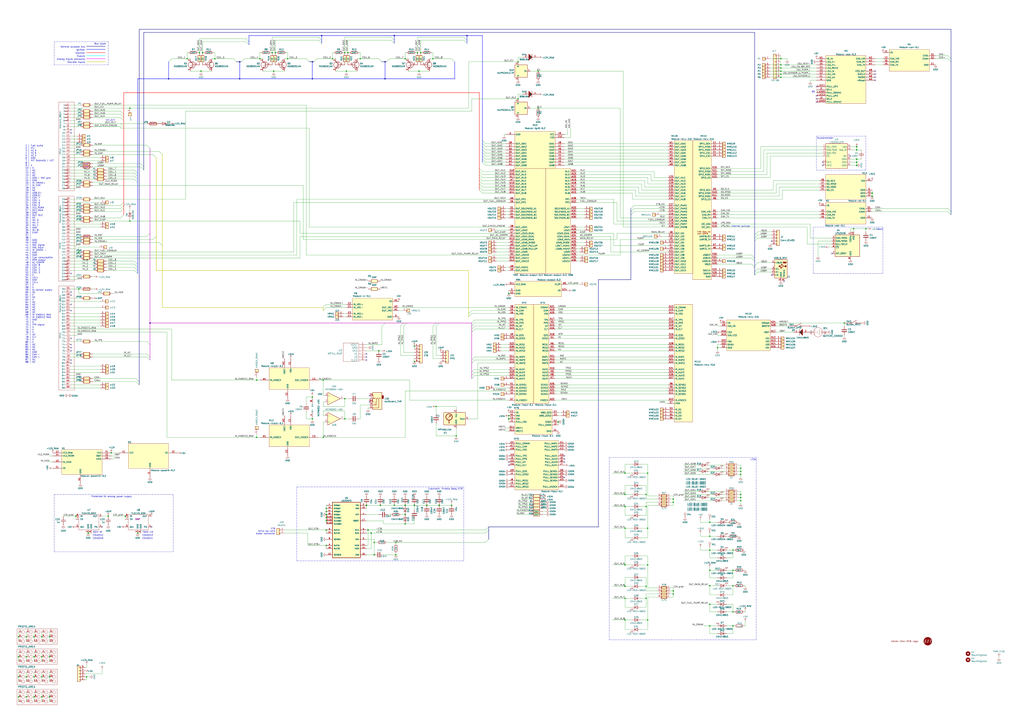
<source format=kicad_sch>
(kicad_sch (version 20211123) (generator eeschema)
  (paper "A1")
  (title_block (title "Hellen88bmw") (date "2022-06-21") (rev "B") (company "andreika @ rusEFI.com"))
  (lib_symbols
    (symbol "Amplifier_Operational:MCP6002-xSN" (pin_names (offset 0.127))
      (property "Reference" "U" (at 0 5.08 0))
      (property "Value" "MCP6002-xSN" (at 0 -5.08 0))
      (symbol "MCP6002-xSN_1_1"
        (pin output line (at 7.62 0 180) (length 2.54) (name "~") (number "1"))
        (pin input line (at -7.62 -2.54 0) (length 2.54) (name "-") (number "2"))
        (pin input line (at -7.62 2.54 0) (length 2.54) (name "+") (number "3"))
      )
      (symbol "MCP6002-xSN_2_1"
        (pin input line (at -7.62 2.54 0) (length 2.54) (name "+") (number "5"))
        (pin input line (at -7.62 -2.54 0) (length 2.54) (name "-") (number "6"))
        (pin output line (at 7.62 0 180) (length 2.54) (name "~") (number "7"))
      )
      (symbol "MCP6002-xSN_3_1"
        (pin power_in line (at -2.54 -7.62 90) (length 3.81) (name "V-") (number "4"))
        (pin power_in line (at -2.54 7.62 270) (length 3.81) (name "V+") (number "8"))
      )
    )
    (symbol "Connector:TestPoint" (pin_numbers hide) (pin_names (offset 0.762) hide)
      (property "Reference" "TP" (at 0 6.858 0))
      (property "Value" "TestPoint" (at 0 5.08 0))
      (symbol "TestPoint_1_1"
        (pin passive line (at 0 0 90) (length 2.54) (name "1") (number "1"))
      )
    )
    (symbol "Connector_Generic:Conn_01x01" (pin_names (offset 1.016) hide)
      (property "Reference" "J" (at 0 2.54 0))
      (property "Value" "Conn_01x01" (at 0 -2.54 0))
      (symbol "Conn_01x01_1_1"
        (pin passive line (at -5.08 0 0) (length 3.81) (name "Pin_1") (number "1"))
      )
    )
    (symbol "Connector_Generic:Conn_01x02" (pin_names (offset 1.016) hide)
      (property "Reference" "J" (at 0 2.54 0))
      (property "Value" "Conn_01x02" (at 0 -5.08 0))
      (symbol "Conn_01x02_1_1"
        (pin passive line (at -5.08 0 0) (length 3.81) (name "Pin_1") (number "1"))
        (pin passive line (at -5.08 -2.54 0) (length 3.81) (name "Pin_2") (number "2"))
      )
    )
    (symbol "Connector_Generic:Conn_01x04" (pin_names (offset 1.016) hide)
      (property "Reference" "J" (at 0 5.08 0))
      (property "Value" "Conn_01x04" (at 0 -7.62 0))
      (symbol "Conn_01x04_1_1"
        (pin passive line (at -5.08 2.54 0) (length 3.81) (name "Pin_1") (number "1"))
        (pin passive line (at -5.08 0 0) (length 3.81) (name "Pin_2") (number "2"))
        (pin passive line (at -5.08 -2.54 0) (length 3.81) (name "Pin_3") (number "3"))
        (pin passive line (at -5.08 -5.08 0) (length 3.81) (name "Pin_4") (number "4"))
      )
    )
    (symbol "Connector_Generic:Conn_01x05" (pin_names (offset 1.016) hide)
      (property "Reference" "J" (at 0 7.62 0))
      (property "Value" "Conn_01x05" (at 0 -7.62 0))
      (symbol "Conn_01x05_1_1"
        (pin passive line (at -5.08 5.08 0) (length 3.81) (name "Pin_1") (number "1"))
        (pin passive line (at -5.08 2.54 0) (length 3.81) (name "Pin_2") (number "2"))
        (pin passive line (at -5.08 0 0) (length 3.81) (name "Pin_3") (number "3"))
        (pin passive line (at -5.08 -2.54 0) (length 3.81) (name "Pin_4") (number "4"))
        (pin passive line (at -5.08 -5.08 0) (length 3.81) (name "Pin_5") (number "5"))
      )
    )
    (symbol "Connector_Generic:Conn_01x06" (pin_names (offset 1.016) hide)
      (property "Reference" "J" (at 0 7.62 0))
      (property "Value" "Conn_01x06" (at 0 -10.16 0))
      (symbol "Conn_01x06_1_1"
        (pin passive line (at -5.08 5.08 0) (length 3.81) (name "Pin_1") (number "1"))
        (pin passive line (at -5.08 2.54 0) (length 3.81) (name "Pin_2") (number "2"))
        (pin passive line (at -5.08 0 0) (length 3.81) (name "Pin_3") (number "3"))
        (pin passive line (at -5.08 -2.54 0) (length 3.81) (name "Pin_4") (number "4"))
        (pin passive line (at -5.08 -5.08 0) (length 3.81) (name "Pin_5") (number "5"))
        (pin passive line (at -5.08 -7.62 0) (length 3.81) (name "Pin_6") (number "6"))
      )
    )
    (symbol "Connector_Generic:Conn_01x08" (pin_names (offset 1.016) hide)
      (property "Reference" "J" (at 0 10.16 0))
      (property "Value" "Conn_01x08" (at 0 -12.7 0))
      (symbol "Conn_01x08_1_1"
        (pin passive line (at -5.08 7.62 0) (length 3.81) (name "Pin_1") (number "1"))
        (pin passive line (at -5.08 5.08 0) (length 3.81) (name "Pin_2") (number "2"))
        (pin passive line (at -5.08 2.54 0) (length 3.81) (name "Pin_3") (number "3"))
        (pin passive line (at -5.08 0 0) (length 3.81) (name "Pin_4") (number "4"))
        (pin passive line (at -5.08 -2.54 0) (length 3.81) (name "Pin_5") (number "5"))
        (pin passive line (at -5.08 -5.08 0) (length 3.81) (name "Pin_6") (number "6"))
        (pin passive line (at -5.08 -7.62 0) (length 3.81) (name "Pin_7") (number "7"))
        (pin passive line (at -5.08 -10.16 0) (length 3.81) (name "Pin_8") (number "8"))
      )
    )
    (symbol "Device:C" (pin_numbers hide) (pin_names (offset 0.254))
      (property "Reference" "C" (at 0.635 2.54 0))
      (property "Value" "C" (at 0.635 -2.54 0))
      (symbol "C_1_1"
        (pin passive line (at 0 3.81 270) (length 2.794) (name "~") (number "1"))
        (pin passive line (at 0 -3.81 90) (length 2.794) (name "~") (number "2"))
      )
    )
    (symbol "Device:D" (pin_numbers hide) (pin_names (offset 1.016) hide)
      (property "Reference" "D" (at 0 2.54 0))
      (property "Value" "D" (at 0 -2.54 0))
      (symbol "D_1_1"
        (pin passive line (at -3.81 0 0) (length 2.54) (name "K") (number "1"))
        (pin passive line (at 3.81 0 180) (length 2.54) (name "A") (number "2"))
      )
    )
    (symbol "Device:LED" (pin_numbers hide) (pin_names (offset 1.016) hide)
      (property "Reference" "D" (at 0 2.54 0))
      (property "Value" "LED" (at 0 -2.54 0))
      (symbol "LED_1_1"
        (pin passive line (at -3.81 0 0) (length 2.54) (name "K") (number "1"))
        (pin passive line (at 3.81 0 180) (length 2.54) (name "A") (number "2"))
      )
    )
    (symbol "Device:Q_NIGBT_GCE" (pin_names (offset 0) hide)
      (property "Reference" "Q" (at 5.08 1.27 0))
      (property "Value" "Q_NIGBT_GCE" (at 5.08 -1.27 0))
      (symbol "Q_NIGBT_GCE_1_1"
        (pin input line (at -5.08 0 0) (length 5.334) (name "G") (number "1"))
        (pin passive line (at 2.54 5.08 270) (length 2.54) (name "C") (number "2"))
        (pin passive line (at 2.54 -5.08 90) (length 2.54) (name "E") (number "3"))
      )
    )
    (symbol "Device:R" (pin_numbers hide) (pin_names (offset 0))
      (property "Reference" "R" (at 2.032 0 90))
      (property "Value" "R" (at 0 0 90))
      (symbol "R_1_1"
        (pin passive line (at 0 3.81 270) (length 1.27) (name "~") (number "1"))
        (pin passive line (at 0 -3.81 90) (length 1.27) (name "~") (number "2"))
      )
    )
    (symbol "Device:R_Pack04" (pin_names (offset 0) hide)
      (property "Reference" "RN" (at -7.62 0 90))
      (property "Value" "R_Pack04" (at 5.08 0 90))
      (symbol "R_Pack04_1_1"
        (pin passive line (at -5.08 -5.08 90) (length 2.54) (name "R1.1") (number "1"))
        (pin passive line (at -2.54 -5.08 90) (length 2.54) (name "R2.1") (number "2"))
        (pin passive line (at 0 -5.08 90) (length 2.54) (name "R3.1") (number "3"))
        (pin passive line (at 2.54 -5.08 90) (length 2.54) (name "R4.1") (number "4"))
        (pin passive line (at 2.54 5.08 270) (length 2.54) (name "R4.2") (number "5"))
        (pin passive line (at 0 5.08 270) (length 2.54) (name "R3.2") (number "6"))
        (pin passive line (at -2.54 5.08 270) (length 2.54) (name "R2.2") (number "7"))
        (pin passive line (at -5.08 5.08 270) (length 2.54) (name "R1.2") (number "8"))
      )
    )
    (symbol "Diode:1N4148WS" (pin_numbers hide) (pin_names (offset 1.016) hide)
      (property "Reference" "D" (at 0 2.54 0))
      (property "Value" "1N4148WS" (at 0 -2.54 0))
      (symbol "1N4148WS_1_1"
        (pin passive line (at -3.81 0 0) (length 2.54) (name "K") (number "1"))
        (pin passive line (at 3.81 0 180) (length 2.54) (name "A") (number "2"))
      )
    )
    (symbol "MPX-4_MAP:MPX4_MAP" (pin_names (offset 0.762))
      (property "Reference" "U" (at 0 10.16 0))
      (property "Value" "MPX4_MAP" (at 8.89 0 90))
      (symbol "MPX4_MAP_1_1"
        (pin passive line (at -8.89 6.35 0) (length 6.35) (name "VOUT") (number "1"))
        (pin passive line (at -8.89 3.81 0) (length 6.35) (name "GND") (number "2"))
        (pin passive line (at -8.89 1.27 0) (length 6.35) (name "VCC") (number "3"))
        (pin passive line (at -8.89 -1.27 0) (length 6.35) (name "V1") (number "4"))
        (pin passive line (at -8.89 -3.81 0) (length 6.35) (name "V2") (number "5"))
        (pin passive line (at -8.89 -6.35 0) (length 6.35) (name "V_EX") (number "6"))
      )
    )
    (symbol "Mechanical:MountingHole" (pin_names (offset 1.016))
      (property "Reference" "H" (at 0 5.08 0))
      (property "Value" "MountingHole" (at 0 3.175 0))
    )
    (symbol "Power_Management:AUIPS2041L"
      (property "Reference" "U" (at 3.81 1.27 0))
      (property "Value" "AUIPS2041L" (at 3.81 -1.27 0))
      (symbol "AUIPS2041L_1_1"
        (pin input line (at -10.16 0 0) (length 2.54) (name "IN") (number "1"))
        (pin passive line (at 0 7.62 270) (length 2.54) (name "D") (number "2"))
        (pin power_in line (at 0 -7.62 90) (length 2.54) (name "S") (number "3"))
      )
    )
    (symbol "Sensor_Pressure:LPS25HB"
      (property "Reference" "U" (at -10.16 8.89 0))
      (property "Value" "LPS25HB" (at 10.16 8.89 0))
      (symbol "LPS25HB_1_1"
        (pin power_in line (at -2.54 10.16 270) (length 2.54) (name "VDDio") (number "1"))
        (pin power_in line (at -5.08 10.16 270) (length 2.54) (name "VDD") (number "10"))
        (pin input line (at 12.7 0 180) (length 2.54) (name "SCL/SCLK") (number "2"))
        (pin passive line (at -2.54 -12.7 90) (length 2.54) hide (name "GND") (number "3"))
        (pin bidirectional line (at 12.7 5.08 180) (length 2.54) (name "SDA/MOSI") (number "4"))
        (pin bidirectional line (at 12.7 2.54 180) (length 2.54) (name "SA0/MISO") (number "5"))
        (pin input line (at 12.7 -2.54 180) (length 2.54) (name "~{CS}") (number "6"))
        (pin output line (at 12.7 -7.62 180) (length 2.54) (name "INT_DRDY") (number "7"))
        (pin power_in line (at -2.54 -12.7 90) (length 2.54) (name "GND") (number "8"))
        (pin passive line (at -2.54 -12.7 90) (length 2.54) hide (name "GND") (number "9"))
      )
    )
    (symbol "Sensor_Pressure:MPXA6115A"
      (property "Reference" "U" (at -10.16 6.35 0))
      (property "Value" "MPXA6115A" (at 1.27 6.35 0))
      (symbol "MPXA6115A_1_1"
        (pin no_connect line (at 5.08 -5.08 90) (length 2.54) hide (name "NC") (number "1"))
        (pin power_in line (at 0 7.62 270) (length 2.54) (name "Vcc") (number "2"))
        (pin power_in line (at 0 -7.62 90) (length 2.54) (name "GND") (number "3"))
        (pin output line (at 10.16 0 180) (length 2.54) (name "Vout") (number "4"))
        (pin no_connect line (at -7.62 -5.08 90) (length 2.54) hide (name "NC") (number "5"))
        (pin no_connect line (at -5.08 -5.08 90) (length 2.54) hide (name "NC") (number "6"))
        (pin no_connect line (at -2.54 -5.08 90) (length 2.54) hide (name "NC") (number "7"))
        (pin no_connect line (at 2.54 -5.08 90) (length 2.54) hide (name "NC") (number "8"))
      )
    )
    (symbol "art-electro-power:BATTERY_CR2032" (pin_names (offset 0))
      (property "Reference" "BT" (at 0 5.08 0))
      (property "Value" "BATTERY_CR2032" (at 0 -4.826 0))
      (symbol "BATTERY_CR2032_1_1"
        (pin passive line (at -7.62 0 0) (length 3.81) (name "+") (number "1"))
        (pin passive line (at 7.62 0 180) (length 3.81) (name "-") (number "2"))
      )
    )
    (symbol "hellen-one-can-0.1:Module-can-0.1"
      (property "Reference" "M" (at 0 0 0))
      (property "Value" "Module-can-0.1" (at 0 0 0))
      (symbol "Module-can-0.1_1_0"
        (pin passive line (at 38.1 -12.7 180) (length 5.08) (name "GND") (number "E1"))
        (pin passive line (at 38.1 -5.08 180) (length 5.08) (name "CANL") (number "S1"))
        (pin passive line (at 38.1 -7.62 180) (length 5.08) (name "CANH") (number "S2"))
        (pin passive line (at -5.08 -2.54 0) (length 5.08) (name "V5") (number "V1"))
        (pin passive line (at -5.08 -7.62 0) (length 5.08) (name "CAN_VIO") (number "V2"))
        (pin passive line (at -5.08 -12.7 0) (length 5.08) (name "CAN_TX") (number "V5"))
        (pin passive line (at -5.08 -10.16 0) (length 5.08) (name "CAN_RX") (number "V6"))
      )
    )
    (symbol "hellen-one-common:+12V_RAW" (power) (pin_names (offset 0))
      (property "Value" "+12V_RAW" (at 0 3.556 0))
      (symbol "+12V_RAW_1_1"
        (pin power_in line (at 0 0 90) (length 0) hide (name "+12V_RAW") (number "1"))
      )
    )
    (symbol "hellen-one-common:1N4148WS"
      (property "Reference" "D" (at 0 2.54 0))
      (property "Value" "1N4148WS" (at 0 -3.81 0))
      (symbol "1N4148WS_1_0"
        (pin passive line (at 7.62 0 180) (length 5.08) (name "K") (number "1"))
        (pin passive line (at -5.08 0 0) (length 5.08) (name "A") (number "2"))
      )
    )
    (symbol "hellen-one-common:AudioJack_THR"
      (property "Reference" "J" (at 0 8.89 0))
      (property "Value" "AudioJack_THR" (at 0 6.35 0))
      (property "LCSC" "C165947" (at 0 0 0))
      (symbol "AudioJack_THR_1_1"
        (pin passive line (at 5.08 0 180) (length 2.54) (name "~") (number "R"))
        (pin passive line (at 5.08 -2.54 180) (length 2.54) (name "~") (number "RN"))
        (pin passive line (at 5.08 2.54 180) (length 2.54) (name "~") (number "S"))
        (pin passive line (at 5.08 -5.08 180) (length 2.54) (name "~") (number "T"))
        (pin passive line (at 5.08 -7.62 180) (length 2.54) (name "~") (number "TN"))
      )
    )
    (symbol "hellen-one-common:Button_SPST" (pin_numbers hide)
      (property "Reference" "S" (at -5.08 2.54 0))
      (property "Value" "Button_SPST" (at 0 0 0))
      (symbol "Button_SPST_1_0"
        (pin passive line (at -5.08 -2.54 0) (length 5.08) (name "") (number "1"))
        (pin passive line (at 10.16 -2.54 180) (length 5.08) (name "") (number "2"))
      )
    )
    (symbol "hellen-one-common:Cap" (pin_numbers hide)
      (property "Reference" "C" (at -3.81 2.54 0))
      (property "Value" "Cap" (at -2.54 -1.27 0))
      (symbol "Cap_1_0"
        (pin passive line (at -3.81 0 0) (length 2.54) (name "") (number "1"))
        (pin passive line (at 3.81 0 180) (length 2.54) (name "") (number "2"))
      )
    )
    (symbol "hellen-one-common:Fuse-Pad-Pad" (pin_numbers hide) (pin_names (offset 0.762) hide)
      (property "Reference" "F" (at 0 2.54 0))
      (symbol "Fuse-Pad-Pad_0_1"
        (pin passive line (at -5.08 0 0) (length 2.54) (name "1") (number "1"))
        (pin passive line (at 5.08 0 180) (length 2.54) (name "2") (number "2"))
      )
    )
    (symbol "hellen-one-common:Jumper-Pad-Pad" (pin_numbers hide) (pin_names (offset 0.762) hide)
      (property "Reference" "R" (at 0 2.54 0))
      (symbol "Jumper-Pad-Pad_0_1"
        (pin passive line (at -5.08 0 0) (length 2.54) (name "1") (number "1"))
        (pin passive line (at 5.08 0 180) (length 2.54) (name "2") (number "2"))
      )
    )
    (symbol "hellen-one-common:L6205PD" (pin_names (offset 1.016))
      (property "Reference" "U" (at -10.1854 24.0538 0))
      (property "Value" "L6205PD" (at -10.1854 -25.6794 0))
      (symbol "L6205PD_0_0"
        (pin power_in line (at 17.78 20.32 180) (length 5.08) (name "GND@1") (number "1"))
        (pin power_in line (at 17.78 17.78 180) (length 5.08) (name "GND@2") (number "10"))
        (pin power_in line (at 17.78 15.24 180) (length 5.08) (name "GND@3") (number "11"))
        (pin output line (at 17.78 -2.54 180) (length 5.08) (name "OUT1B") (number "12"))
        (pin power_in line (at 17.78 -20.32 180) (length 5.08) (name "SENSEB") (number "13"))
        (pin input line (at -15.24 -12.7 0) (length 5.08) (name "IN1B") (number "14"))
        (pin input line (at -15.24 -15.24 0) (length 5.08) (name "IN2B") (number "15"))
        (pin bidirectional line (at -15.24 -20.32 0) (length 5.08) (name "ENB") (number "16"))
        (pin passive line (at -15.24 7.62 0) (length 5.08) (name "VBOOT") (number "17"))
        (pin output line (at 17.78 -15.24 180) (length 5.08) (name "OUT2B") (number "18"))
        (pin power_in line (at -15.24 17.78 0) (length 5.08) (name "VSB") (number "19"))
        (pin power_in line (at -15.24 20.32 0) (length 5.08) (name "VSA") (number "2"))
        (pin power_in line (at 17.78 12.7 180) (length 5.08) (name "GND@4") (number "20"))
        (pin output line (at 17.78 -12.7 180) (length 5.08) (name "OUT2A") (number "3"))
        (pin passive line (at -15.24 12.7 0) (length 5.08) (name "VCP") (number "4"))
        (pin bidirectional line (at -15.24 -7.62 0) (length 5.08) (name "ENA") (number "5"))
        (pin input line (at -15.24 0 0) (length 5.08) (name "IN1A") (number "6"))
        (pin input line (at -15.24 -2.54 0) (length 5.08) (name "IN2A") (number "7"))
        (pin power_in line (at 17.78 -7.62 180) (length 5.08) (name "SENSEA") (number "8"))
        (pin output line (at 17.78 0 180) (length 5.08) (name "OUT1A") (number "9"))
        (pin power_in line (at 17.78 10.16 180) (length 5.08) (name "SLUG@1") (number "SLUG1"))
        (pin power_in line (at 17.78 7.62 180) (length 5.08) (name "SLUG@2") (number "SLUG2"))
        (pin power_in line (at 17.78 5.08 180) (length 5.08) (name "SLUG@3") (number "SLUG3"))
      )
    )
    (symbol "hellen-one-common:LIS2DW12TR"
      (property "Reference" "U" (at -5.08 11.43 0))
      (property "Value" "LIS2DW12TR" (at 3.81 11.43 0))
      (symbol "LIS2DW12TR_1_1"
        (pin input line (at -10.16 7.62 0) (length 2.54) (name "SCL/SPC") (number "1"))
        (pin power_in line (at 12.7 5.08 180) (length 2.54) (name "Vdd_IO") (number "10"))
        (pin output line (at -10.16 -7.62 0) (length 2.54) (name "INT2") (number "11"))
        (pin output line (at -10.16 -5.08 0) (length 2.54) (name "INT1") (number "12"))
        (pin input line (at -10.16 0 0) (length 2.54) (name "~{CS}") (number "2"))
        (pin bidirectional line (at -10.16 5.08 0) (length 2.54) (name "SA0/SDO") (number "3"))
        (pin bidirectional line (at -10.16 2.54 0) (length 2.54) (name "SDA/SDI") (number "4"))
        (pin passive line (at 12.7 0 180) (length 2.54) (name "NC") (number "5"))
        (pin power_in line (at 12.7 -7.62 180) (length 2.54) (name "GND") (number "6"))
        (pin power_in line (at 12.7 -5.08 180) (length 2.54) (name "RES") (number "7"))
        (pin power_in line (at 12.7 -2.54 180) (length 2.54) (name "GND") (number "8"))
        (pin power_in line (at 12.7 7.62 180) (length 2.54) (name "Vdd") (number "9"))
      )
    )
    (symbol "hellen-one-common:LOGO" (pin_names (offset 1.016))
      (symbol "LOGO_0_0"
        (text "" (at 35.56 6.35 0) (effects (font (size 1.27 1.27))))
        (text "Hellen-One-PCB-logo" (at 0 0 0) (effects (font (size 1.27 1.27))))
      )
    )
    (symbol "hellen-one-common:PROTO_AREA" (pin_names (offset 1.016))
      (property "Value" "PROTO_AREA" (at 25.4 3.81 0))
      (symbol "PROTO_AREA_0_0"
        (text "" (at 35.56 6.35 0) (effects (font (size 1.27 1.27))))
      )
      (symbol "PROTO_AREA_1_1"
        (pin passive line (at 1.27 0 0) (length 2.54) (name "") (number "1"))
        (pin passive line (at 26.67 -3.81 0) (length 2.54) (name "") (number "10"))
        (pin passive line (at 1.27 -7.62 0) (length 2.54) (name "") (number "11"))
        (pin passive line (at 7.62 -7.62 0) (length 2.54) (name "") (number "12"))
        (pin passive line (at 13.97 -7.62 0) (length 2.54) (name "") (number "13"))
        (pin passive line (at 20.32 -7.62 0) (length 2.54) (name "") (number "14"))
        (pin passive line (at 26.67 -7.62 0) (length 2.54) (name "") (number "15"))
        (pin passive line (at 7.62 0 0) (length 2.54) (name "") (number "2"))
        (pin passive line (at 13.97 0 0) (length 2.54) (name "") (number "3"))
        (pin passive line (at 20.32 0 0) (length 2.54) (name "") (number "4"))
        (pin passive line (at 26.67 0 0) (length 2.54) (name "") (number "5"))
        (pin passive line (at 1.27 -3.81 0) (length 2.54) (name "") (number "6"))
        (pin passive line (at 7.62 -3.81 0) (length 2.54) (name "") (number "7"))
        (pin passive line (at 13.97 -3.81 0) (length 2.54) (name "") (number "8"))
        (pin passive line (at 20.32 -3.81 0) (length 2.54) (name "") (number "9"))
      )
    )
    (symbol "hellen-one-common:Res" (pin_numbers hide)
      (property "Reference" "R" (at 3.81 2.54 0))
      (property "Value" "Res" (at 5.08 -2.54 0))
      (symbol "Res_1_0"
        (pin passive line (at 0 0 0) (length 2.54) (name "") (number "1"))
        (pin passive line (at 10.16 0 180) (length 2.54) (name "") (number "2"))
      )
    )
    (symbol "hellen-one-common:TLS115" (pin_names (offset 1.016))
      (property "Reference" "U" (at 0.635 8.255 0))
      (property "Value" "TLS115" (at 0.635 5.9436 0))
      (symbol "TLS115_1_1"
        (pin output line (at 11.43 2.54 180) (length 2.54) (name "OUT") (number "1"))
        (pin no_connect line (at 0 0 0) (length 2.54) hide (name "~") (number "2"))
        (pin power_in line (at 0 -11.43 90) (length 2.54) (name "GND") (number "3"))
        (pin open_collector line (at 11.43 -6.35 180) (length 2.54) (name "PG") (number "4"))
        (pin input line (at -10.16 -6.35 0) (length 2.54) (name "ADJ") (number "5"))
        (pin no_connect line (at 0 -2.54 0) (length 2.54) hide (name "~") (number "6"))
        (pin input line (at -10.16 0 0) (length 2.54) (name "EN") (number "7"))
        (pin power_in line (at -10.16 2.54 0) (length 2.54) (name "IN") (number "8"))
        (pin power_in line (at 2.54 -11.43 90) (length 2.54) (name "GND") (number "9"))
      )
    )
    (symbol "hellen-one-common:USB_B_Mini" (pin_names (offset 1.016))
      (property "Reference" "J" (at -5.08 11.43 0))
      (property "Value" "USB_B_Mini" (at -5.08 8.89 0))
      (symbol "USB_B_Mini_1_1"
        (pin power_out line (at 7.62 5.08 180) (length 2.54) (name "VBUS") (number "1"))
        (pin passive line (at 7.62 -2.54 180) (length 2.54) (name "D-") (number "2"))
        (pin passive line (at 7.62 0 180) (length 2.54) (name "D+") (number "3"))
        (pin passive line (at 7.62 -5.08 180) (length 2.54) (name "ID") (number "4"))
        (pin power_out line (at 0 -10.16 90) (length 2.54) (name "GND") (number "5"))
        (pin passive line (at -2.54 -10.16 90) (length 2.54) (name "Shield") (number "6"))
      )
    )
    (symbol "hellen-one-ign8-0.2:Module-ign8-0.2"
      (property "Reference" "M" (at 0 0 0))
      (property "Value" "Module-ign8-0.2" (at 0 0 0))
      (symbol "Module-ign8-0.2_1_0"
        (pin passive line (at 40.64 -2.54 180) (length 7.62) (name "GND") (number "G"))
        (pin passive line (at 40.64 -27.94 180) (length 7.62) (name "OUT_IGN8") (number "S1"))
        (pin passive line (at 40.64 -25.4 180) (length 7.62) (name "OUT_IGN7") (number "S2"))
        (pin passive line (at 40.64 -22.86 180) (length 7.62) (name "OUT_IGN6") (number "S3"))
        (pin passive line (at 40.64 -20.32 180) (length 7.62) (name "OUT_IGN5") (number "S4"))
        (pin passive line (at 40.64 -17.78 180) (length 7.62) (name "OUT_IGN4") (number "S5"))
        (pin passive line (at 40.64 -15.24 180) (length 7.62) (name "OUT_IGN3") (number "S6"))
        (pin passive line (at 40.64 -12.7 180) (length 7.62) (name "OUT_IGN2") (number "S7"))
        (pin passive line (at 40.64 -10.16 180) (length 7.62) (name "OUT_IGN1") (number "S8"))
        (pin passive line (at -7.62 -27.94 0) (length 7.62) (name "IGN8") (number "V1"))
        (pin passive line (at -7.62 -5.08 0) (length 7.62) (name "V33") (number "V10"))
        (pin passive line (at -7.62 -25.4 0) (length 7.62) (name "IGN7") (number "V2"))
        (pin passive line (at -7.62 -22.86 0) (length 7.62) (name "IGN6") (number "V3"))
        (pin passive line (at -7.62 -20.32 0) (length 7.62) (name "IGN5") (number "V4"))
        (pin passive line (at -7.62 -17.78 0) (length 7.62) (name "IGN4") (number "V5"))
        (pin passive line (at -7.62 -15.24 0) (length 7.62) (name "IGN3") (number "V6"))
        (pin passive line (at -7.62 -12.7 0) (length 7.62) (name "IGN2") (number "V7"))
        (pin passive line (at -7.62 -10.16 0) (length 7.62) (name "IGN1") (number "V8"))
        (pin passive line (at -7.62 -2.54 0) (length 7.62) (name "VCC") (number "V9"))
      )
    )
    (symbol "hellen-one-input-0.1:Module-input-0.1"
      (property "Reference" "M" (at 0 0 0))
      (property "Value" "Module-input-0.1" (at 0 0 0))
      (symbol "Module-input-0.1_1_0"
        (pin passive line (at 17.78 -53.34 180) (length 5.08) (name "AUX1") (number "N10"))
        (pin passive line (at 17.78 -38.1 180) (length 5.08) (name "RES3") (number "N11"))
        (pin passive line (at 17.78 -48.26 180) (length 5.08) (name "MAP3") (number "N12"))
        (pin passive line (at 17.78 -45.72 180) (length 5.08) (name "MAP2") (number "N13"))
        (pin passive line (at 17.78 -43.18 180) (length 5.08) (name "MAP1") (number "N14"))
        (pin passive line (at 17.78 -17.78 180) (length 5.08) (name "IAT") (number "N15"))
        (pin passive line (at 17.78 -20.32 180) (length 5.08) (name "CLT") (number "N16"))
        (pin passive line (at 17.78 -12.7 180) (length 5.08) (name "TPS") (number "N17"))
        (pin passive line (at 17.78 -25.4 180) (length 5.08) (name "O2S") (number "N18"))
        (pin passive line (at 17.78 -5.08 180) (length 5.08) (name "CAM") (number "N19"))
        (pin passive line (at 17.78 -7.62 180) (length 5.08) (name "VSS") (number "N20"))
        (pin passive line (at 17.78 -2.54 180) (length 5.08) (name "CRANK") (number "N21"))
        (pin passive line (at 17.78 -78.74 180) (length 5.08) (name "KNOCK") (number "N22"))
        (pin passive line (at 17.78 -73.66 180) (length 5.08) (name "SENS4") (number "N23"))
        (pin passive line (at 17.78 -71.12 180) (length 5.08) (name "SENS3") (number "N24"))
        (pin passive line (at 17.78 -68.58 180) (length 5.08) (name "SENS2") (number "N25"))
        (pin passive line (at 17.78 -66.04 180) (length 5.08) (name "SENS1") (number "N26"))
        (pin passive line (at 17.78 -35.56 180) (length 5.08) (name "RES2") (number "N3"))
        (pin passive line (at 17.78 -27.94 180) (length 5.08) (name "O2S2") (number "N4"))
        (pin passive line (at 17.78 -15.24 180) (length 5.08) (name "PPS") (number "N5"))
        (pin passive line (at 17.78 -33.02 180) (length 5.08) (name "RES1") (number "N6"))
        (pin passive line (at 17.78 -60.96 180) (length 5.08) (name "AUX4") (number "N7"))
        (pin passive line (at 17.78 -58.42 180) (length 5.08) (name "AUX3") (number "N8"))
        (pin passive line (at 17.78 -55.88 180) (length 5.08) (name "AUX2") (number "N9"))
      )
      (symbol "Module-input-0.1_2_0"
        (pin passive line (at 35.56 -17.78 180) (length 5.08) (name "GND") (number "E1"))
        (pin passive line (at -5.08 -2.54 0) (length 5.08) (name "V5") (number "E2"))
        (pin passive line (at 35.56 -5.08 180) (length 5.08) (name "WBO_O2S2") (number "E3"))
        (pin passive line (at 35.56 -2.54 180) (length 5.08) (name "WBO_O2S") (number "E4"))
        (pin passive line (at -5.08 -7.62 0) (length 5.08) (name "V5A") (number "E5"))
        (pin passive line (at -5.08 -10.16 0) (length 5.08) (name "PULL_V5A") (number "J1"))
        (pin passive line (at 35.56 -12.7 180) (length 5.08) (name "PULL_GNDA") (number "J2"))
        (pin passive line (at -5.08 -5.08 0) (length 5.08) (name "V5A") (number "N1"))
        (pin passive line (at 35.56 -10.16 180) (length 5.08) (name "GNDA") (number "N2"))
        (pin passive line (at -5.08 -17.78 0) (length 5.08) (name "VREF2") (number "S13"))
        (pin passive line (at -5.08 -15.24 0) (length 5.08) (name "VREF1") (number "S14"))
      )
      (symbol "Module-input-0.1_3_0"
        (pin passive line (at -5.08 -66.04 0) (length 5.08) (name "IN_SENS1") (number "S1"))
        (pin passive line (at -5.08 -12.7 0) (length 5.08) (name "IN_TPS") (number "S10"))
        (pin passive line (at -5.08 -43.18 0) (length 5.08) (name "IN_MAP1") (number "S11"))
        (pin passive line (at -5.08 -45.72 0) (length 5.08) (name "IN_MAP2") (number "S12"))
        (pin passive line (at -5.08 -20.32 0) (length 5.08) (name "IN_CLT") (number "S15"))
        (pin passive line (at -5.08 -17.78 0) (length 5.08) (name "IN_IAT") (number "S16"))
        (pin passive line (at -5.08 -53.34 0) (length 5.08) (name "IN_AUX1") (number "S17"))
        (pin passive line (at -5.08 -55.88 0) (length 5.08) (name "IN_AUX2") (number "S18"))
        (pin passive line (at -5.08 -48.26 0) (length 5.08) (name "IN_MAP3") (number "S19"))
        (pin passive line (at -5.08 -68.58 0) (length 5.08) (name "IN_SENS2") (number "S2"))
        (pin passive line (at -5.08 -58.42 0) (length 5.08) (name "IN_AUX3") (number "S20"))
        (pin passive line (at -5.08 -60.96 0) (length 5.08) (name "IN_AUX4") (number "S21"))
        (pin passive line (at -5.08 -38.1 0) (length 5.08) (name "IN_RES3") (number "S22"))
        (pin passive line (at -5.08 -33.02 0) (length 5.08) (name "IN_RES1") (number "S23"))
        (pin passive line (at -5.08 -15.24 0) (length 5.08) (name "IN_PPS") (number "S24"))
        (pin passive line (at -5.08 -27.94 0) (length 5.08) (name "IN_O2S2") (number "S25"))
        (pin passive line (at -5.08 -35.56 0) (length 5.08) (name "IN_RES2") (number "S26"))
        (pin passive line (at -5.08 -71.12 0) (length 5.08) (name "IN_SENS3") (number "S3"))
        (pin passive line (at -5.08 -73.66 0) (length 5.08) (name "IN_SENS4") (number "S4"))
        (pin passive line (at -5.08 -5.08 0) (length 5.08) (name "IN_CAM") (number "S5"))
        (pin passive line (at -5.08 -7.62 0) (length 5.08) (name "IN_VSS") (number "S6"))
        (pin passive line (at -5.08 -78.74 0) (length 5.08) (name "IN_KNOCK") (number "S7"))
        (pin passive line (at -5.08 -2.54 0) (length 5.08) (name "IN_CRANK") (number "S8"))
        (pin passive line (at -5.08 -25.4 0) (length 5.08) (name "IN_O2S") (number "S9"))
      )
      (symbol "Module-input-0.1_4_0"
        (pin passive line (at 40.64 -12.7 180) (length 5.08) (name "PULL_AUX1") (number "J10"))
        (pin passive line (at -5.08 -38.1 0) (length 5.08) (name "PULL_RES3") (number "J11"))
        (pin passive line (at 40.64 -7.62 180) (length 5.08) (name "PULL_MAP3") (number "J12"))
        (pin passive line (at 40.64 -5.08 180) (length 5.08) (name "PULL_MAP2") (number "J13"))
        (pin passive line (at 40.64 -2.54 180) (length 5.08) (name "PULL_MAP1") (number "J14"))
        (pin passive line (at -5.08 -17.78 0) (length 5.08) (name "PULL_IAT") (number "J15"))
        (pin passive line (at -5.08 -20.32 0) (length 5.08) (name "PULL_CLT") (number "J16"))
        (pin passive line (at -5.08 -5.08 0) (length 5.08) (name "PULL_CAM") (number "J17"))
        (pin passive line (at -5.08 -7.62 0) (length 5.08) (name "PULL_VSS") (number "J18"))
        (pin passive line (at -5.08 -12.7 0) (length 5.08) (name "PULL_TPS") (number "J19"))
        (pin passive line (at -5.08 -25.4 0) (length 5.08) (name "PULL_O2S") (number "J20"))
        (pin passive line (at -5.08 -2.54 0) (length 5.08) (name "PULL_CRANK") (number "J21"))
        (pin passive line (at 40.64 -38.1 180) (length 5.08) (name "PULL_KNOCK") (number "J22"))
        (pin passive line (at 40.64 -33.02 180) (length 5.08) (name "PULL_SENS4") (number "J23"))
        (pin passive line (at 40.64 -30.48 180) (length 5.08) (name "PULL_SENS3") (number "J24"))
        (pin passive line (at 40.64 -27.94 180) (length 5.08) (name "PULL_SENS2") (number "J25"))
        (pin passive line (at 40.64 -25.4 180) (length 5.08) (name "PULL_SENS1") (number "J26"))
        (pin passive line (at -5.08 -35.56 0) (length 5.08) (name "PULL_RES2") (number "J3"))
        (pin passive line (at -5.08 -27.94 0) (length 5.08) (name "PULL_O2S2") (number "J4"))
        (pin passive line (at -5.08 -15.24 0) (length 5.08) (name "PULL_PPS") (number "J5"))
        (pin passive line (at -5.08 -33.02 0) (length 5.08) (name "PULL_RES1") (number "J6"))
        (pin passive line (at 40.64 -20.32 180) (length 5.08) (name "PULL_AUX4") (number "J7"))
        (pin passive line (at 40.64 -17.78 180) (length 5.08) (name "PULL_AUX3") (number "J8"))
        (pin passive line (at 40.64 -15.24 180) (length 5.08) (name "PULL_AUX2") (number "J9"))
      )
    )
    (symbol "hellen-one-knock-0.1:Module-knock-0.1"
      (property "Reference" "M" (at 0 0 0))
      (property "Value" "Module-knock-0.1" (at 0 0 0))
      (symbol "Module-knock-0.1_1_0"
        (pin passive line (at 17.78 7.62 270) (length 7.62) (name "V5A") (number "E1"))
        (pin passive line (at 15.24 -25.4 90) (length 7.62) (name "GND") (number "E2"))
        (pin passive line (at 40.64 -10.16 180) (length 7.62) (name "OUT_KNOCK") (number "E3"))
        (pin passive line (at -7.62 -10.16 0) (length 7.62) (name "IN_KNOCK") (number "W1"))
        (pin passive line (at 12.7 7.62 270) (length 7.62) (name "VREF") (number "W2"))
      )
    )
    (symbol "hellen-one-mcu-0.6:Module-mcu-0.6"
      (property "Reference" "M" (at 0 0 0))
      (property "Value" "Module-mcu-0.6" (at 0 0 0))
      (symbol "Module-mcu-0.6_1_0"
        (text "F40x does not" (at 3.556 -74.93 0) (effects (font (size 1 1)) (justify left)))
        (text "have UART8" (at 3.556 -76.454 0) (effects (font (size 1 1)) (justify left)))
        (pin passive line (at 20.32 -2.54 180) (length 5.08) (name "SPI1_SCK") (number "E1"))
        (pin passive line (at 20.32 -5.08 180) (length 5.08) (name "SPI1_MISO") (number "E2"))
        (pin passive line (at 20.32 -7.62 180) (length 5.08) (name "SPI1_MOSI") (number "E3"))
        (pin passive line (at 20.32 -10.16 180) (length 5.08) (name "SPI1_CS1") (number "E4"))
        (pin passive line (at 20.32 -12.7 180) (length 5.08) (name "SPI1_CS2") (number "E5"))
        (pin passive line (at 20.32 -58.42 180) (length 5.08) (name "CAN_VIO") (number "N1"))
        (pin passive line (at 20.32 -43.18 180) (length 5.08) (name "SPI3_MISO") (number "N10"))
        (pin passive line (at 20.32 -45.72 180) (length 5.08) (name "SPI3_MOSI") (number "N11"))
        (pin passive line (at 20.32 -68.58 180) (length 5.08) (name "I2C_SDA") (number "N18"))
        (pin passive line (at 20.32 -71.12 180) (length 5.08) (name "I2C_SCL") (number "N19"))
        (pin passive line (at 20.32 -60.96 180) (length 5.08) (name "CAN_RX") (number "N2"))
        (pin passive line (at 20.32 -22.86 180) (length 5.08) (name "SPI2_SCK") (number "N20"))
        (pin passive line (at 20.32 -25.4 180) (length 5.08) (name "SPI2_MISO") (number "N21"))
        (pin passive line (at 20.32 -27.94 180) (length 5.08) (name "SPI2_MOSI") (number "N22"))
        (pin passive line (at 20.32 -30.48 180) (length 5.08) (name "SPI2_CS") (number "N23"))
        (pin passive line (at 20.32 -106.68 180) (length 5.08) (name "SWCLK") (number "N25"))
        (pin passive line (at 20.32 -109.22 180) (length 5.08) (name "SWDIO") (number "N26"))
        (pin passive line (at 20.32 -111.76 180) (length 5.08) (name "SWO") (number "N27"))
        (pin passive line (at 20.32 -101.6 180) (length 5.08) (name "VBUS") (number "N29"))
        (pin passive line (at 20.32 -63.5 180) (length 5.08) (name "CAN_TX") (number "N3"))
        (pin passive line (at 20.32 -93.98 180) (length 5.08) (name "USB1P") (number "N30"))
        (pin passive line (at 20.32 -96.52 180) (length 5.08) (name "USB1M") (number "N31"))
        (pin passive line (at 20.32 -99.06 180) (length 5.08) (name "USB1ID") (number "N32"))
        (pin passive line (at 20.32 -81.28 180) (length 5.08) (name "UART8_TX") (number "N4"))
        (pin passive line (at 20.32 -78.74 180) (length 5.08) (name "UART8_RX") (number "N5"))
        (pin passive line (at 20.32 -88.9 180) (length 5.08) (name "UART2_TX") (number "N6"))
        (pin passive line (at 20.32 -86.36 180) (length 5.08) (name "UART2_RX") (number "N7"))
        (pin passive line (at 20.32 -48.26 180) (length 5.08) (name "SPI3_CS") (number "N8"))
        (pin passive line (at 20.32 -40.64 180) (length 5.08) (name "SPI3_SCK") (number "N9"))
      )
      (symbol "Module-mcu-0.6_2_0"
        (pin passive line (at 20.32 -99.06 180) (length 5.08) (name "OUT_IO10") (number "E10"))
        (pin passive line (at 20.32 -96.52 180) (length 5.08) (name "OUT_IO9") (number "E11"))
        (pin passive line (at 20.32 -78.74 180) (length 5.08) (name "OUT_IO2") (number "E12"))
        (pin passive line (at 20.32 -104.14 180) (length 5.08) (name "OUT_IO12") (number "E13"))
        (pin passive line (at 20.32 -55.88 180) (length 5.08) (name "OUT_PWM2") (number "E14"))
        (pin passive line (at 20.32 -58.42 180) (length 5.08) (name "OUT_PWM3") (number "E15"))
        (pin passive line (at 20.32 -60.96 180) (length 5.08) (name "OUT_PWM4") (number "E16"))
        (pin passive line (at 20.32 -63.5 180) (length 5.08) (name "OUT_PWM5") (number "E17"))
        (pin passive line (at 20.32 -66.04 180) (length 5.08) (name "OUT_PWM6") (number "E18"))
        (pin passive line (at 20.32 -68.58 180) (length 5.08) (name "OUT_PWM7") (number "E19"))
        (pin passive line (at 20.32 -101.6 180) (length 5.08) (name "OUT_IO11") (number "E20"))
        (pin passive line (at 20.32 -91.44 180) (length 5.08) (name "OUT_IO7") (number "E21"))
        (pin passive line (at 20.32 -93.98 180) (length 5.08) (name "OUT_IO8") (number "E22"))
        (pin passive line (at 20.32 -83.82 180) (length 5.08) (name "OUT_IO4") (number "E23"))
        (pin passive line (at 20.32 -106.68 180) (length 5.08) (name "OUT_IO13") (number "E24"))
        (pin passive line (at 20.32 -30.48 180) (length 5.08) (name "OUT_INJ1") (number "E25"))
        (pin passive line (at 20.32 -33.02 180) (length 5.08) (name "OUT_INJ2") (number "E26"))
        (pin passive line (at 20.32 -53.34 180) (length 5.08) (name "OUT_PWM1") (number "E27"))
        (pin passive line (at 20.32 -71.12 180) (length 5.08) (name "OUT_PWM8") (number "E28"))
        (pin passive line (at 20.32 -35.56 180) (length 5.08) (name "OUT_INJ3") (number "E29"))
        (pin passive line (at 20.32 -38.1 180) (length 5.08) (name "OUT_INJ4") (number "E30"))
        (pin passive line (at 20.32 -40.64 180) (length 5.08) (name "OUT_INJ5") (number "E31"))
        (pin passive line (at 20.32 -43.18 180) (length 5.08) (name "OUT_INJ6") (number "E32"))
        (pin passive line (at 20.32 -45.72 180) (length 5.08) (name "OUT_INJ7") (number "E33"))
        (pin passive line (at 20.32 -48.26 180) (length 5.08) (name "OUT_INJ8") (number "E34"))
        (pin passive line (at 20.32 -81.28 180) (length 5.08) (name "OUT_IO3") (number "E6"))
        (pin passive line (at 20.32 -86.36 180) (length 5.08) (name "OUT_IO5") (number "E7"))
        (pin passive line (at 20.32 -76.2 180) (length 5.08) (name "OUT_IO1") (number "E8"))
        (pin passive line (at 20.32 -88.9 180) (length 5.08) (name "OUT_IO6") (number "E9"))
        (pin passive line (at 20.32 -2.54 180) (length 5.08) (name "OUT_IGN1") (number "W1"))
        (pin passive line (at 20.32 -5.08 180) (length 5.08) (name "OUT_IGN2") (number "W2"))
        (pin passive line (at 20.32 -7.62 180) (length 5.08) (name "OUT_IGN3") (number "W3"))
        (pin passive line (at 20.32 -10.16 180) (length 5.08) (name "OUT_IGN4") (number "W4"))
        (pin passive line (at 20.32 -12.7 180) (length 5.08) (name "OUT_IGN5") (number "W5"))
        (pin passive line (at 20.32 -15.24 180) (length 5.08) (name "OUT_IGN6") (number "W6"))
        (pin passive line (at 20.32 -17.78 180) (length 5.08) (name "OUT_IGN7") (number "W7"))
        (pin passive line (at 20.32 -20.32 180) (length 5.08) (name "OUT_IGN8") (number "W8"))
      )
      (symbol "Module-mcu-0.6_3_0"
        (pin passive line (at -5.08 -71.12 0) (length 5.08) (name "IN_SENS3") (number "S10"))
        (pin passive line (at -5.08 -73.66 0) (length 5.08) (name "IN_SENS4") (number "S11"))
        (pin passive line (at -5.08 -78.74 0) (length 5.08) (name "IN_KNOCK") (number "S12"))
        (pin passive line (at -5.08 -2.54 0) (length 5.08) (name "IN_CRANK") (number "S13"))
        (pin passive line (at -5.08 -7.62 0) (length 5.08) (name "IN_VSS") (number "S14"))
        (pin passive line (at -5.08 -5.08 0) (length 5.08) (name "IN_CAM") (number "S15"))
        (pin passive line (at -5.08 -25.4 0) (length 5.08) (name "IN_O2S") (number "S16"))
        (pin passive line (at -5.08 -12.7 0) (length 5.08) (name "IN_TPS") (number "S17"))
        (pin passive line (at -5.08 -20.32 0) (length 5.08) (name "IN_CLT") (number "S18"))
        (pin passive line (at -5.08 -17.78 0) (length 5.08) (name "IN_IAT") (number "S19"))
        (pin passive line (at -5.08 -43.18 0) (length 5.08) (name "IN_MAP1") (number "S20"))
        (pin passive line (at -5.08 -45.72 0) (length 5.08) (name "IN_MAP2") (number "S21"))
        (pin passive line (at -5.08 -48.26 0) (length 5.08) (name "IN_MAP3") (number "S22"))
        (pin passive line (at -5.08 -38.1 0) (length 5.08) (name "IN_RES3") (number "S23"))
        (pin passive line (at -5.08 -53.34 0) (length 5.08) (name "IN_AUX1") (number "S24"))
        (pin passive line (at -5.08 -55.88 0) (length 5.08) (name "IN_AUX2") (number "S25"))
        (pin passive line (at -5.08 -58.42 0) (length 5.08) (name "IN_AUX3") (number "S26"))
        (pin passive line (at -5.08 -60.96 0) (length 5.08) (name "IN_AUX4") (number "S27"))
        (pin passive line (at -5.08 -33.02 0) (length 5.08) (name "IN_RES1") (number "S28"))
        (pin passive line (at -5.08 -15.24 0) (length 5.08) (name "IN_PPS") (number "S29"))
        (pin passive line (at -5.08 -86.36 0) (length 5.08) (name "IN_D1") (number "S3"))
        (pin passive line (at -5.08 -27.94 0) (length 5.08) (name "IN_O2S2") (number "S30"))
        (pin passive line (at -5.08 -35.56 0) (length 5.08) (name "IN_RES2") (number "S31"))
        (pin passive line (at -5.08 -88.9 0) (length 5.08) (name "IN_D2") (number "S4"))
        (pin passive line (at -5.08 -91.44 0) (length 5.08) (name "IN_D3") (number "S5"))
        (pin passive line (at -5.08 -93.98 0) (length 5.08) (name "IN_D4") (number "S6"))
        (pin passive line (at -5.08 -81.28 0) (length 5.08) (name "VIGN") (number "S7"))
        (pin passive line (at -5.08 -66.04 0) (length 5.08) (name "IN_SENS1") (number "S8"))
        (pin passive line (at -5.08 -68.58 0) (length 5.08) (name "IN_SENS2") (number "S9"))
      )
      (symbol "Module-mcu-0.6_4_0"
        (pin passive line (at 40.64 -15.24 180) (length 5.08) (name "IO1") (number "N12"))
        (pin passive line (at 40.64 -17.78 180) (length 5.08) (name "IO2") (number "N13"))
        (pin passive line (at 40.64 -20.32 180) (length 5.08) (name "IO3") (number "N14"))
        (pin passive line (at 40.64 -22.86 180) (length 5.08) (name "IO4") (number "N15"))
        (pin passive line (at -5.08 -10.16 0) (length 5.08) (name "V33") (number "N16"))
        (pin passive line (at 40.64 -10.16 180) (length 5.08) (name "VBAT") (number "N17"))
        (pin passive line (at 40.64 -2.54 180) (length 5.08) (name "nReset") (number "N24"))
        (pin passive line (at 40.64 -5.08 180) (length 5.08) (name "BOOT0") (number "N28"))
        (pin passive line (at -5.08 -2.54 0) (length 5.08) (name "V5") (number "S1"))
        (pin passive line (at -5.08 -22.86 0) (length 5.08) (name "GND") (number "S2"))
        (pin passive line (at -5.08 -20.32 0) (length 5.08) (name "GNDA") (number "S32"))
        (pin passive line (at -5.08 -17.78 0) (length 5.08) (name "V5A") (number "S33"))
        (pin passive line (at -5.08 -12.7 0) (length 5.08) (name "IGN_V33") (number "W10"))
        (pin passive line (at -5.08 -5.08 0) (length 5.08) (name "IGN_V5") (number "W9"))
      )
    )
    (symbol "hellen-one-output-0.3:Module-output-0.3"
      (property "Reference" "M" (at 0 0 0))
      (property "Value" "Module-output-0.3" (at 0 0 0))
      (symbol "Module-output-0.3_1_0"
        (pin passive line (at -5.08 -7.62 0) (length 5.08) (name "GND") (number "G"))
        (pin passive line (at -5.08 -2.54 0) (length 5.08) (name "V12_RAW") (number "S11"))
        (pin passive line (at -5.08 -10.16 0) (length 5.08) (name "GND") (number "S3"))
        (pin passive line (at 43.18 -7.62 180) (length 5.08) (name "V5") (number "W14"))
        (pin passive line (at 43.18 -2.54 180) (length 5.08) (name "V12P") (number "W5"))
      )
      (symbol "Module-output-0.3_2_0"
        (pin passive line (at -5.08 -20.32 0) (length 5.08) (name "INJ8") (number "W15"))
        (pin passive line (at -5.08 -17.78 0) (length 5.08) (name "INJ7") (number "W16"))
        (pin passive line (at -5.08 -15.24 0) (length 5.08) (name "INJ6") (number "W17"))
        (pin passive line (at -5.08 -12.7 0) (length 5.08) (name "INJ5") (number "W18"))
        (pin passive line (at -5.08 -10.16 0) (length 5.08) (name "INJ4") (number "W19"))
        (pin passive line (at -5.08 -7.62 0) (length 5.08) (name "INJ3") (number "W20"))
        (pin passive line (at -5.08 -48.26 0) (length 5.08) (name "LOW1") (number "W21"))
        (pin passive line (at -5.08 -27.94 0) (length 5.08) (name "PP2") (number "W22"))
        (pin passive line (at -5.08 -5.08 0) (length 5.08) (name "INJ2") (number "W23"))
        (pin passive line (at -5.08 -2.54 0) (length 5.08) (name "INJ1") (number "W24"))
        (pin passive line (at -5.08 -60.96 0) (length 5.08) (name "LOW6_DIODE") (number "W25"))
        (pin passive line (at -5.08 -71.12 0) (length 5.08) (name "LOW10") (number "W26"))
        (pin passive line (at -5.08 -68.58 0) (length 5.08) (name "LOW9") (number "W27"))
        (pin passive line (at -5.08 -25.4 0) (length 5.08) (name "PP1") (number "W28"))
        (pin passive line (at -5.08 -50.8 0) (length 5.08) (name "LOW2") (number "W29"))
        (pin passive line (at -5.08 -40.64 0) (length 5.08) (name "SOLENOID_B2") (number "W30"))
        (pin passive line (at -5.08 -38.1 0) (length 5.08) (name "SOLENOID_B1") (number "W31"))
        (pin passive line (at -5.08 -35.56 0) (length 5.08) (name "SOLENOID_A2") (number "W32"))
        (pin passive line (at -5.08 -33.02 0) (length 5.08) (name "SOLENOID_A1") (number "W33"))
        (pin passive line (at -5.08 -55.88 0) (length 5.08) (name "LOW4_DUAL") (number "W34"))
        (pin passive line (at -5.08 -73.66 0) (length 5.08) (name "LOW11") (number "W35"))
        (pin passive line (at -5.08 -76.2 0) (length 5.08) (name "LOW12") (number "W36"))
        (pin passive line (at -5.08 -66.04 0) (length 5.08) (name "LOW8_HIGH2") (number "W37"))
        (pin passive line (at -5.08 -53.34 0) (length 5.08) (name "LOW3_DUAL") (number "W38"))
        (pin passive line (at -5.08 -63.5 0) (length 5.08) (name "LOW7_HIGH1") (number "W39"))
        (pin passive line (at -5.08 -58.42 0) (length 5.08) (name "LOW5_MAIN") (number "W40"))
      )
      (symbol "Module-output-0.3_3_0"
        (pin passive line (at 30.48 -33.02 180) (length 5.08) (name "OUT_SOLENOID_A1") (number "S1"))
        (pin passive line (at 30.48 -73.66 180) (length 5.08) (name "OUT_LOW11") (number "S10"))
        (pin passive line (at 30.48 -66.04 180) (length 5.08) (name "OUT_LOW8_PULLUP") (number "S12"))
        (pin passive line (at 30.48 -76.2 180) (length 5.08) (name "OUT_LOW12") (number "S13"))
        (pin passive line (at 30.48 -68.58 180) (length 5.08) (name "OUT_LOW9") (number "S14"))
        (pin passive line (at 30.48 -15.24 180) (length 5.08) (name "OUT_INJ6") (number "S15"))
        (pin passive line (at 30.48 -5.08 180) (length 5.08) (name "OUT_INJ2") (number "S16"))
        (pin passive line (at 30.48 -7.62 180) (length 5.08) (name "OUT_INJ3") (number "S17"))
        (pin passive line (at 30.48 -2.54 180) (length 5.08) (name "OUT_INJ1") (number "S18"))
        (pin passive line (at 30.48 -35.56 180) (length 5.08) (name "OUT_SOLENOID_A2") (number "S2"))
        (pin passive line (at 30.48 -38.1 180) (length 5.08) (name "OUT_SOLENOID_B1") (number "S4"))
        (pin passive line (at 30.48 -40.64 180) (length 5.08) (name "OUT_SOLENOID_B2") (number "S5"))
        (pin passive line (at 30.48 -27.94 180) (length 5.08) (name "OUT_PP2") (number "S6"))
        (pin passive line (at 30.48 -53.34 180) (length 5.08) (name "OUT_LOW3_DUAL") (number "S7"))
        (pin passive line (at 30.48 -48.26 180) (length 5.08) (name "OUT_LOW1") (number "S8"))
        (pin passive line (at 30.48 -83.82 180) (length 5.08) (name "OUT_HIGH2") (number "S9"))
        (pin passive line (at 30.48 -50.8 180) (length 5.08) (name "OUT_LOW2") (number "W1"))
        (pin passive line (at 30.48 -12.7 180) (length 5.08) (name "OUT_INJ5") (number "W10"))
        (pin passive line (at 30.48 -20.32 180) (length 5.08) (name "OUT_INJ8") (number "W11"))
        (pin passive line (at 30.48 -17.78 180) (length 5.08) (name "OUT_INJ7") (number "W12"))
        (pin passive line (at 30.48 -58.42 180) (length 5.08) (name "OUT_LOW5_MAIN") (number "W13"))
        (pin passive line (at 30.48 -71.12 180) (length 5.08) (name "OUT_LOW10") (number "W2"))
        (pin passive line (at 30.48 -60.96 180) (length 5.08) (name "OUT_LOW6_DIODE") (number "W3"))
        (pin passive line (at 30.48 -55.88 180) (length 5.08) (name "OUT_LOW4_DUAL") (number "W4"))
        (pin passive line (at 30.48 -25.4 180) (length 5.08) (name "OUT_PP1") (number "W6"))
        (pin passive line (at 30.48 -10.16 180) (length 5.08) (name "OUT_INJ4") (number "W7"))
        (pin passive line (at 30.48 -81.28 180) (length 5.08) (name "OUT_HIGH1") (number "W8"))
        (pin passive line (at 30.48 -63.5 180) (length 5.08) (name "OUT_LOW7_PULLUP") (number "W9"))
      )
    )
    (symbol "hellen-one-power12-0.2:Module-power12-0.2"
      (property "Reference" "M" (at 0 0 0))
      (property "Value" "Module-power12-0.2" (at 0 0 0))
      (symbol "Module-power12-0.2_1_0"
        (pin passive line (at -7.62 -15.24 0) (length 7.62) (name "V5") (number "E1"))
        (pin passive line (at -7.62 -2.54 0) (length 7.62) (name "V12_RAW") (number "E2"))
        (pin passive line (at 15.24 -27.94 90) (length 7.62) (name "GND") (number "S1"))
        (pin passive line (at 40.64 -2.54 180) (length 7.62) (name "V12") (number "V1"))
        (pin passive line (at 40.64 -5.08 180) (length 7.62) (name "VBAT") (number "V2"))
        (pin passive line (at -7.62 -10.16 0) (length 7.62) (name "IN_VIGN") (number "V3"))
        (pin passive line (at -7.62 -5.08 0) (length 7.62) (name "V12_PERM") (number "V4"))
        (pin passive line (at 40.64 -7.62 180) (length 7.62) (name "VIGN") (number "V5"))
      )
    )
    (symbol "hellen-one-power5-0.2:Module-power5-0.2"
      (property "Reference" "M" (at 0 0 0))
      (property "Value" "Module-power5-0.2" (at 0 0 0))
      (symbol "Module-power5-0.2_1_0"
        (pin passive line (at 17.78 -27.94 90) (length 7.62) (name "GND") (number "G"))
        (pin passive line (at -7.62 -7.62 0) (length 7.62) (name "V12") (number "V1"))
        (pin passive line (at 40.64 -7.62 180) (length 7.62) (name "V5") (number "V2"))
      )
    )
    (symbol "hellen-one-sd-0.1:Module-sd-0.1"
      (property "Reference" "M" (at 0 0 0))
      (property "Value" "Module-sd-0.1" (at 0 0 0))
      (symbol "Module-sd-0.1_1_0"
        (pin passive line (at 38.1 -12.7 180) (length 5.08) (name "GND") (number "G"))
        (pin passive line (at 38.1 -5.08 180) (length 5.08) (name "V33") (number "V1"))
        (pin passive line (at 38.1 -17.78 180) (length 5.08) (name "GND") (number "V2"))
        (pin passive line (at 38.1 -15.24 180) (length 5.08) (name "GND") (number "V3"))
        (pin passive line (at -5.08 -12.7 0) (length 5.08) (name "SD_CS") (number "V4"))
        (pin passive line (at -5.08 -10.16 0) (length 5.08) (name "SD_MOSI") (number "V5"))
        (pin passive line (at -5.08 -5.08 0) (length 5.08) (name "SD_SCK") (number "V6"))
        (pin passive line (at -5.08 -7.62 0) (length 5.08) (name "SD_MISO") (number "V7"))
      )
    )
    (symbol "hellen-one-vr-0.1:Module-vr-0.1"
      (property "Reference" "M" (at 0 0 0))
      (property "Value" "Module-vr-0.1" (at 0 0 0))
      (symbol "Module-vr-0.1_1_0"
        (pin passive line (at -5.08 -7.62 0) (length 5.08) (name "IN_VR1-") (number "E1"))
        (pin passive line (at -5.08 -5.08 0) (length 5.08) (name "IN_VR1+") (number "E2"))
        (pin passive line (at -5.08 -12.7 0) (length 5.08) (name "IN_VR2+") (number "E3"))
        (pin passive line (at -5.08 -15.24 0) (length 5.08) (name "IN_VR2-") (number "E4"))
        (pin passive line (at 38.1 -15.24 180) (length 5.08) (name "GND") (number "G"))
        (pin passive line (at 38.1 -2.54 180) (length 5.08) (name "V5") (number "N1"))
        (pin passive line (at 38.1 -10.16 180) (length 5.08) (name "OUT_VR2") (number "W1"))
        (pin passive line (at 38.1 -7.62 180) (length 5.08) (name "OUT_VR1") (number "W2"))
      )
    )
    (symbol "hellen-one-wbo-0.3:Module-wbo-0.3"
      (property "Reference" "M" (at 1.27 1.27 0))
      (property "Value" "Module-wbo-0.3" (at 8.89 -40.64 0))
      (symbol "Module-wbo-0.3_1_0"
        (pin passive line (at 40.64 -17.78 180) (length 7.62) (name "LSU_Un") (number "E1"))
        (pin passive line (at 40.64 -15.24 180) (length 7.62) (name "LSU_Vm") (number "E2"))
        (pin passive line (at 40.64 -12.7 180) (length 7.62) (name "LSU_Ip") (number "E3"))
        (pin passive line (at 40.64 -10.16 180) (length 7.62) (name "LSU_Rtrim") (number "E4"))
        (pin passive line (at 40.64 -7.62 180) (length 7.62) (name "LSU_H+") (number "E5"))
        (pin passive line (at 40.64 -5.08 180) (length 7.62) (name "LSU_H-") (number "E6"))
        (pin passive line (at 40.64 -20.32 180) (length 7.62) (name "GND") (number "G"))
        (pin passive line (at 40.64 -27.94 180) (length 7.62) (name "SEL1") (number "J1"))
        (pin passive line (at 40.64 -35.56 180) (length 7.62) (name "SEL2") (number "J2"))
        (pin passive line (at 40.64 -30.48 180) (length 7.62) (name "PULL_DOWN1") (number "J_GND1"))
        (pin passive line (at 40.64 -38.1 180) (length 7.62) (name "PULL_DOWN2") (number "J_GND2"))
        (pin passive line (at 40.64 -25.4 180) (length 7.62) (name "PULL_UP1") (number "J_VCC1"))
        (pin passive line (at 40.64 -33.02 180) (length 7.62) (name "PULL_UP2") (number "J_VCC2"))
        (pin passive line (at 40.64 -2.54 180) (length 7.62) (name "V5_IN") (number "W1"))
        (pin passive line (at -7.62 -2.54 0) (length 7.62) (name "CAN_VIO") (number "W2"))
        (pin passive line (at -7.62 -5.08 0) (length 7.62) (name "CAN_RX") (number "W3"))
        (pin passive line (at -7.62 -7.62 0) (length 7.62) (name "CAN_TX") (number "W4"))
        (pin passive line (at -7.62 -20.32 0) (length 7.62) (name "nReset") (number "W5"))
        (pin passive line (at -7.62 -17.78 0) (length 7.62) (name "SWDIO") (number "W6"))
        (pin passive line (at -7.62 -15.24 0) (length 7.62) (name "SWCLK") (number "W7"))
        (pin passive line (at -7.62 -12.7 0) (length 7.62) (name "V33_OUT") (number "W8"))
      )
    )
    (symbol "logo:LOGO" (pin_names (offset 1.016)))
    (symbol "motronic_88pin_STS:Motronic_88pin" (pin_names (offset 0.0254))
      (property "Reference" "*ref" (at 38.1 8.89 0))
      (property "Value" "Motronic_88pin" (at 12.065 8.89 0))
      (symbol "Motronic_88pin_1_1"
        (pin passive line (at 0 0 90) (length 5.08) (name "1") (number "1"))
        (pin passive line (at 22.86 0 90) (length 5.08) (name "10") (number "10"))
        (pin passive line (at 25.4 0 90) (length 5.08) (name "11") (number "11"))
        (pin passive line (at 27.94 0 90) (length 5.08) (name "12") (number "12"))
        (pin passive line (at 30.48 0 90) (length 5.08) (name "13") (number "13"))
        (pin passive line (at 33.02 0 90) (length 5.08) (name "14") (number "14"))
        (pin passive line (at 35.56 0 90) (length 5.08) (name "15") (number "15"))
        (pin passive line (at 38.1 0 90) (length 5.08) (name "16") (number "16"))
        (pin passive line (at 40.64 0 90) (length 5.08) (name "17") (number "17"))
        (pin passive line (at 43.18 0 90) (length 5.08) (name "18") (number "18"))
        (pin passive line (at 45.72 0 90) (length 5.08) (name "19") (number "19"))
        (pin passive line (at 2.54 0 90) (length 5.08) (name "2") (number "2"))
        (pin passive line (at 48.26 0 90) (length 5.08) (name "20") (number "20"))
        (pin passive line (at 50.8 0 90) (length 5.08) (name "21") (number "21"))
        (pin passive line (at 53.34 0 90) (length 5.08) (name "22") (number "22"))
        (pin passive line (at 55.88 0 90) (length 5.08) (name "23") (number "23"))
        (pin passive line (at 58.42 0 90) (length 5.08) (name "24") (number "24"))
        (pin passive line (at 60.96 0 90) (length 5.08) (name "25") (number "25"))
        (pin passive line (at 63.5 0 90) (length 5.08) (name "26") (number "26"))
        (pin passive line (at 66.04 0 90) (length 5.08) (name "27") (number "27"))
        (pin passive line (at 68.58 0 90) (length 5.08) (name "28") (number "28"))
        (pin passive line (at 5.08 0 90) (length 5.08) (name "3") (number "3"))
        (pin passive line (at 7.62 0 90) (length 5.08) (name "4") (number "4"))
        (pin passive line (at 10.16 0 90) (length 5.08) (name "5") (number "5"))
        (pin passive line (at 12.7 0 90) (length 5.08) (name "6") (number "6"))
        (pin passive line (at 15.24 0 90) (length 5.08) (name "7") (number "7"))
        (pin passive line (at 17.78 0 90) (length 5.08) (name "8") (number "8"))
        (pin passive line (at 20.32 0 90) (length 5.08) (name "9") (number "9"))
      )
      (symbol "Motronic_88pin_2_1"
        (pin passive line (at 0 0 90) (length 5.08) (name "29") (number "29"))
        (pin passive line (at 2.54 0 90) (length 5.08) (name "30") (number "30"))
        (pin passive line (at 5.08 0 90) (length 5.08) (name "31") (number "31"))
        (pin passive line (at 7.62 0 90) (length 5.08) (name "32") (number "32"))
        (pin passive line (at 10.16 0 90) (length 5.08) (name "33") (number "33"))
        (pin passive line (at 12.7 0 90) (length 5.08) (name "34") (number "34"))
        (pin passive line (at 15.24 0 90) (length 5.08) (name "35") (number "35"))
        (pin passive line (at 17.78 0 90) (length 5.08) (name "36") (number "36"))
        (pin passive line (at 20.32 0 90) (length 5.08) (name "37") (number "37"))
        (pin passive line (at 22.86 0 90) (length 5.08) (name "38") (number "38"))
        (pin passive line (at 25.4 0 90) (length 5.08) (name "39") (number "39"))
        (pin passive line (at 27.94 0 90) (length 5.08) (name "40") (number "40"))
        (pin passive line (at 30.48 0 90) (length 5.08) (name "41") (number "41"))
        (pin passive line (at 33.02 0 90) (length 5.08) (name "42") (number "42"))
        (pin passive line (at 35.56 0 90) (length 5.08) (name "43") (number "43"))
        (pin passive line (at 38.1 0 90) (length 5.08) (name "44") (number "44"))
        (pin passive line (at 40.64 0 90) (length 5.08) (name "45") (number "45"))
        (pin passive line (at 43.18 0 90) (length 5.08) (name "46") (number "46"))
        (pin passive line (at 45.72 0 90) (length 5.08) (name "47") (number "47"))
        (pin passive line (at 48.26 0 90) (length 5.08) (name "48") (number "48"))
        (pin passive line (at 50.8 0 90) (length 5.08) (name "49") (number "49"))
        (pin passive line (at 53.34 0 90) (length 5.08) (name "50") (number "50"))
        (pin passive line (at 55.88 0 90) (length 5.08) (name "51") (number "51"))
        (pin passive line (at 58.42 0 90) (length 5.08) (name "52") (number "52"))
        (pin passive line (at 60.96 0 90) (length 5.08) (name "53") (number "53"))
        (pin passive line (at 63.5 0 90) (length 5.08) (name "54") (number "54"))
        (pin passive line (at 66.04 0 90) (length 5.08) (name "55") (number "55"))
      )
      (symbol "Motronic_88pin_3_1"
        (pin passive line (at 0 0 90) (length 5.08) (name "56") (number "56"))
        (pin passive line (at 2.54 0 90) (length 5.08) (name "57") (number "57"))
        (pin passive line (at 5.08 0 90) (length 5.08) (name "58") (number "58"))
        (pin passive line (at 7.62 0 90) (length 5.08) (name "59") (number "59"))
        (pin passive line (at 10.16 0 90) (length 5.08) (name "60") (number "60"))
        (pin passive line (at 12.7 0 90) (length 5.08) (name "61") (number "61"))
        (pin passive line (at 15.24 0 90) (length 5.08) (name "62") (number "62"))
        (pin passive line (at 17.78 0 90) (length 5.08) (name "63") (number "63"))
        (pin passive line (at 20.32 0 90) (length 5.08) (name "64") (number "64"))
        (pin passive line (at 22.86 0 90) (length 5.08) (name "65") (number "65"))
        (pin passive line (at 25.4 0 90) (length 5.08) (name "66") (number "66"))
        (pin passive line (at 27.94 0 90) (length 5.08) (name "67") (number "67"))
        (pin passive line (at 30.48 0 90) (length 5.08) (name "68") (number "68"))
        (pin passive line (at 33.02 0 90) (length 5.08) (name "69") (number "69"))
        (pin passive line (at 35.56 0 90) (length 5.08) (name "70") (number "70"))
        (pin passive line (at 38.1 0 90) (length 5.08) (name "71") (number "71"))
        (pin passive line (at 40.64 0 90) (length 5.08) (name "72") (number "72"))
        (pin passive line (at 43.18 0 90) (length 5.08) (name "73") (number "73"))
        (pin passive line (at 45.72 0 90) (length 5.08) (name "74") (number "74"))
        (pin passive line (at 48.26 0 90) (length 5.08) (name "75") (number "75"))
        (pin passive line (at 50.8 0 90) (length 5.08) (name "76") (number "76"))
        (pin passive line (at 53.34 0 90) (length 5.08) (name "77") (number "77"))
        (pin passive line (at 55.88 0 90) (length 5.08) (name "78") (number "78"))
        (pin passive line (at 58.42 0 90) (length 5.08) (name "79") (number "79"))
        (pin passive line (at 60.96 0 90) (length 5.08) (name "80") (number "80"))
        (pin passive line (at 63.5 0 90) (length 5.08) (name "81") (number "81"))
        (pin passive line (at 66.04 0 90) (length 5.08) (name "82") (number "82"))
        (pin passive line (at 68.58 0 90) (length 5.08) (name "83") (number "83"))
        (pin passive line (at 71.12 0 90) (length 5.08) (name "84") (number "84"))
        (pin passive line (at 73.66 0 90) (length 5.08) (name "85") (number "85"))
        (pin passive line (at 76.2 0 90) (length 5.08) (name "86") (number "86"))
        (pin passive line (at 78.74 0 90) (length 5.08) (name "87") (number "87"))
        (pin passive line (at 81.28 0 90) (length 5.08) (name "88") (number "88"))
      )
    )
    (symbol "motronic_88pin_STS:Motronic_88pin_1" (pin_names (offset 0.0254))
      (property "Reference" "*ref" (at 38.1 8.89 0))
      (property "Value" "Motronic_88pin" (at 12.065 8.89 0))
      (symbol "Motronic_88pin_1_1_1"
        (pin passive line (at 0 0 90) (length 5.08) (name "1") (number "1"))
        (pin passive line (at 22.86 0 90) (length 5.08) (name "10") (number "10"))
        (pin passive line (at 25.4 0 90) (length 5.08) (name "11") (number "11"))
        (pin passive line (at 27.94 0 90) (length 5.08) (name "12") (number "12"))
        (pin passive line (at 30.48 0 90) (length 5.08) (name "13") (number "13"))
        (pin passive line (at 33.02 0 90) (length 5.08) (name "14") (number "14"))
        (pin passive line (at 35.56 0 90) (length 5.08) (name "15") (number "15"))
        (pin passive line (at 38.1 0 90) (length 5.08) (name "16") (number "16"))
        (pin passive line (at 40.64 0 90) (length 5.08) (name "17") (number "17"))
        (pin passive line (at 43.18 0 90) (length 5.08) (name "18") (number "18"))
        (pin passive line (at 45.72 0 90) (length 5.08) (name "19") (number "19"))
        (pin passive line (at 2.54 0 90) (length 5.08) (name "2") (number "2"))
        (pin passive line (at 48.26 0 90) (length 5.08) (name "20") (number "20"))
        (pin passive line (at 50.8 0 90) (length 5.08) (name "21") (number "21"))
        (pin passive line (at 53.34 0 90) (length 5.08) (name "22") (number "22"))
        (pin passive line (at 55.88 0 90) (length 5.08) (name "23") (number "23"))
        (pin passive line (at 58.42 0 90) (length 5.08) (name "24") (number "24"))
        (pin passive line (at 60.96 0 90) (length 5.08) (name "25") (number "25"))
        (pin passive line (at 63.5 0 90) (length 5.08) (name "26") (number "26"))
        (pin passive line (at 66.04 0 90) (length 5.08) (name "27") (number "27"))
        (pin passive line (at 68.58 0 90) (length 5.08) (name "28") (number "28"))
        (pin passive line (at 5.08 0 90) (length 5.08) (name "3") (number "3"))
        (pin passive line (at 7.62 0 90) (length 5.08) (name "4") (number "4"))
        (pin passive line (at 10.16 0 90) (length 5.08) (name "5") (number "5"))
        (pin passive line (at 12.7 0 90) (length 5.08) (name "6") (number "6"))
        (pin passive line (at 15.24 0 90) (length 5.08) (name "7") (number "7"))
        (pin passive line (at 17.78 0 90) (length 5.08) (name "8") (number "8"))
        (pin passive line (at 20.32 0 90) (length 5.08) (name "9") (number "9"))
      )
      (symbol "Motronic_88pin_1_2_1"
        (pin passive line (at 0 0 90) (length 5.08) (name "29") (number "29"))
        (pin passive line (at 2.54 0 90) (length 5.08) (name "30") (number "30"))
        (pin passive line (at 5.08 0 90) (length 5.08) (name "31") (number "31"))
        (pin passive line (at 7.62 0 90) (length 5.08) (name "32") (number "32"))
        (pin passive line (at 10.16 0 90) (length 5.08) (name "33") (number "33"))
        (pin passive line (at 12.7 0 90) (length 5.08) (name "34") (number "34"))
        (pin passive line (at 15.24 0 90) (length 5.08) (name "35") (number "35"))
        (pin passive line (at 17.78 0 90) (length 5.08) (name "36") (number "36"))
        (pin passive line (at 20.32 0 90) (length 5.08) (name "37") (number "37"))
        (pin passive line (at 22.86 0 90) (length 5.08) (name "38") (number "38"))
        (pin passive line (at 25.4 0 90) (length 5.08) (name "39") (number "39"))
        (pin passive line (at 27.94 0 90) (length 5.08) (name "40") (number "40"))
        (pin passive line (at 30.48 0 90) (length 5.08) (name "41") (number "41"))
        (pin passive line (at 33.02 0 90) (length 5.08) (name "42") (number "42"))
        (pin passive line (at 35.56 0 90) (length 5.08) (name "43") (number "43"))
        (pin passive line (at 38.1 0 90) (length 5.08) (name "44") (number "44"))
        (pin passive line (at 40.64 0 90) (length 5.08) (name "45") (number "45"))
        (pin passive line (at 43.18 0 90) (length 5.08) (name "46") (number "46"))
        (pin passive line (at 45.72 0 90) (length 5.08) (name "47") (number "47"))
        (pin passive line (at 48.26 0 90) (length 5.08) (name "48") (number "48"))
        (pin passive line (at 50.8 0 90) (length 5.08) (name "49") (number "49"))
        (pin passive line (at 53.34 0 90) (length 5.08) (name "50") (number "50"))
        (pin passive line (at 55.88 0 90) (length 5.08) (name "51") (number "51"))
        (pin passive line (at 58.42 0 90) (length 5.08) (name "52") (number "52"))
        (pin passive line (at 60.96 0 90) (length 5.08) (name "53") (number "53"))
        (pin passive line (at 63.5 0 90) (length 5.08) (name "54") (number "54"))
        (pin passive line (at 66.04 0 90) (length 5.08) (name "55") (number "55"))
      )
      (symbol "Motronic_88pin_1_3_1"
        (pin passive line (at 0 0 90) (length 5.08) (name "56") (number "56"))
        (pin passive line (at 2.54 0 90) (length 5.08) (name "57") (number "57"))
        (pin passive line (at 5.08 0 90) (length 5.08) (name "58") (number "58"))
        (pin passive line (at 7.62 0 90) (length 5.08) (name "59") (number "59"))
        (pin passive line (at 10.16 0 90) (length 5.08) (name "60") (number "60"))
        (pin passive line (at 12.7 0 90) (length 5.08) (name "61") (number "61"))
        (pin passive line (at 15.24 0 90) (length 5.08) (name "62") (number "62"))
        (pin passive line (at 17.78 0 90) (length 5.08) (name "63") (number "63"))
        (pin passive line (at 20.32 0 90) (length 5.08) (name "64") (number "64"))
        (pin passive line (at 22.86 0 90) (length 5.08) (name "65") (number "65"))
        (pin passive line (at 25.4 0 90) (length 5.08) (name "66") (number "66"))
        (pin passive line (at 27.94 0 90) (length 5.08) (name "67") (number "67"))
        (pin passive line (at 30.48 0 90) (length 5.08) (name "68") (number "68"))
        (pin passive line (at 33.02 0 90) (length 5.08) (name "69") (number "69"))
        (pin passive line (at 35.56 0 90) (length 5.08) (name "70") (number "70"))
        (pin passive line (at 38.1 0 90) (length 5.08) (name "71") (number "71"))
        (pin passive line (at 40.64 0 90) (length 5.08) (name "72") (number "72"))
        (pin passive line (at 43.18 0 90) (length 5.08) (name "73") (number "73"))
        (pin passive line (at 45.72 0 90) (length 5.08) (name "74") (number "74"))
        (pin passive line (at 48.26 0 90) (length 5.08) (name "75") (number "75"))
        (pin passive line (at 50.8 0 90) (length 5.08) (name "76") (number "76"))
        (pin passive line (at 53.34 0 90) (length 5.08) (name "77") (number "77"))
        (pin passive line (at 55.88 0 90) (length 5.08) (name "78") (number "78"))
        (pin passive line (at 58.42 0 90) (length 5.08) (name "79") (number "79"))
        (pin passive line (at 60.96 0 90) (length 5.08) (name "80") (number "80"))
        (pin passive line (at 63.5 0 90) (length 5.08) (name "81") (number "81"))
        (pin passive line (at 66.04 0 90) (length 5.08) (name "82") (number "82"))
        (pin passive line (at 68.58 0 90) (length 5.08) (name "83") (number "83"))
        (pin passive line (at 71.12 0 90) (length 5.08) (name "84") (number "84"))
        (pin passive line (at 73.66 0 90) (length 5.08) (name "85") (number "85"))
        (pin passive line (at 76.2 0 90) (length 5.08) (name "86") (number "86"))
        (pin passive line (at 78.74 0 90) (length 5.08) (name "87") (number "87"))
        (pin passive line (at 81.28 0 90) (length 5.08) (name "88") (number "88"))
      )
    )
    (symbol "motronic_88pin_STS:Motronic_88pin_2" (pin_names (offset 0.0254))
      (property "Reference" "*ref" (at 38.1 8.89 0))
      (property "Value" "Motronic_88pin" (at 12.065 8.89 0))
      (symbol "Motronic_88pin_2_1_1"
        (pin passive line (at 0 0 90) (length 5.08) (name "1") (number "1"))
        (pin passive line (at 22.86 0 90) (length 5.08) (name "10") (number "10"))
        (pin passive line (at 25.4 0 90) (length 5.08) (name "11") (number "11"))
        (pin passive line (at 27.94 0 90) (length 5.08) (name "12") (number "12"))
        (pin passive line (at 30.48 0 90) (length 5.08) (name "13") (number "13"))
        (pin passive line (at 33.02 0 90) (length 5.08) (name "14") (number "14"))
        (pin passive line (at 35.56 0 90) (length 5.08) (name "15") (number "15"))
        (pin passive line (at 38.1 0 90) (length 5.08) (name "16") (number "16"))
        (pin passive line (at 40.64 0 90) (length 5.08) (name "17") (number "17"))
        (pin passive line (at 43.18 0 90) (length 5.08) (name "18") (number "18"))
        (pin passive line (at 45.72 0 90) (length 5.08) (name "19") (number "19"))
        (pin passive line (at 2.54 0 90) (length 5.08) (name "2") (number "2"))
        (pin passive line (at 48.26 0 90) (length 5.08) (name "20") (number "20"))
        (pin passive line (at 50.8 0 90) (length 5.08) (name "21") (number "21"))
        (pin passive line (at 53.34 0 90) (length 5.08) (name "22") (number "22"))
        (pin passive line (at 55.88 0 90) (length 5.08) (name "23") (number "23"))
        (pin passive line (at 58.42 0 90) (length 5.08) (name "24") (number "24"))
        (pin passive line (at 60.96 0 90) (length 5.08) (name "25") (number "25"))
        (pin passive line (at 63.5 0 90) (length 5.08) (name "26") (number "26"))
        (pin passive line (at 66.04 0 90) (length 5.08) (name "27") (number "27"))
        (pin passive line (at 68.58 0 90) (length 5.08) (name "28") (number "28"))
        (pin passive line (at 5.08 0 90) (length 5.08) (name "3") (number "3"))
        (pin passive line (at 7.62 0 90) (length 5.08) (name "4") (number "4"))
        (pin passive line (at 10.16 0 90) (length 5.08) (name "5") (number "5"))
        (pin passive line (at 12.7 0 90) (length 5.08) (name "6") (number "6"))
        (pin passive line (at 15.24 0 90) (length 5.08) (name "7") (number "7"))
        (pin passive line (at 17.78 0 90) (length 5.08) (name "8") (number "8"))
        (pin passive line (at 20.32 0 90) (length 5.08) (name "9") (number "9"))
      )
      (symbol "Motronic_88pin_2_2_1"
        (pin passive line (at 0 0 90) (length 5.08) (name "29") (number "29"))
        (pin passive line (at 2.54 0 90) (length 5.08) (name "30") (number "30"))
        (pin passive line (at 5.08 0 90) (length 5.08) (name "31") (number "31"))
        (pin passive line (at 7.62 0 90) (length 5.08) (name "32") (number "32"))
        (pin passive line (at 10.16 0 90) (length 5.08) (name "33") (number "33"))
        (pin passive line (at 12.7 0 90) (length 5.08) (name "34") (number "34"))
        (pin passive line (at 15.24 0 90) (length 5.08) (name "35") (number "35"))
        (pin passive line (at 17.78 0 90) (length 5.08) (name "36") (number "36"))
        (pin passive line (at 20.32 0 90) (length 5.08) (name "37") (number "37"))
        (pin passive line (at 22.86 0 90) (length 5.08) (name "38") (number "38"))
        (pin passive line (at 25.4 0 90) (length 5.08) (name "39") (number "39"))
        (pin passive line (at 27.94 0 90) (length 5.08) (name "40") (number "40"))
        (pin passive line (at 30.48 0 90) (length 5.08) (name "41") (number "41"))
        (pin passive line (at 33.02 0 90) (length 5.08) (name "42") (number "42"))
        (pin passive line (at 35.56 0 90) (length 5.08) (name "43") (number "43"))
        (pin passive line (at 38.1 0 90) (length 5.08) (name "44") (number "44"))
        (pin passive line (at 40.64 0 90) (length 5.08) (name "45") (number "45"))
        (pin passive line (at 43.18 0 90) (length 5.08) (name "46") (number "46"))
        (pin passive line (at 45.72 0 90) (length 5.08) (name "47") (number "47"))
        (pin passive line (at 48.26 0 90) (length 5.08) (name "48") (number "48"))
        (pin passive line (at 50.8 0 90) (length 5.08) (name "49") (number "49"))
        (pin passive line (at 53.34 0 90) (length 5.08) (name "50") (number "50"))
        (pin passive line (at 55.88 0 90) (length 5.08) (name "51") (number "51"))
        (pin passive line (at 58.42 0 90) (length 5.08) (name "52") (number "52"))
        (pin passive line (at 60.96 0 90) (length 5.08) (name "53") (number "53"))
        (pin passive line (at 63.5 0 90) (length 5.08) (name "54") (number "54"))
        (pin passive line (at 66.04 0 90) (length 5.08) (name "55") (number "55"))
      )
      (symbol "Motronic_88pin_2_3_1"
        (pin passive line (at 0 0 90) (length 5.08) (name "56") (number "56"))
        (pin passive line (at 2.54 0 90) (length 5.08) (name "57") (number "57"))
        (pin passive line (at 5.08 0 90) (length 5.08) (name "58") (number "58"))
        (pin passive line (at 7.62 0 90) (length 5.08) (name "59") (number "59"))
        (pin passive line (at 10.16 0 90) (length 5.08) (name "60") (number "60"))
        (pin passive line (at 12.7 0 90) (length 5.08) (name "61") (number "61"))
        (pin passive line (at 15.24 0 90) (length 5.08) (name "62") (number "62"))
        (pin passive line (at 17.78 0 90) (length 5.08) (name "63") (number "63"))
        (pin passive line (at 20.32 0 90) (length 5.08) (name "64") (number "64"))
        (pin passive line (at 22.86 0 90) (length 5.08) (name "65") (number "65"))
        (pin passive line (at 25.4 0 90) (length 5.08) (name "66") (number "66"))
        (pin passive line (at 27.94 0 90) (length 5.08) (name "67") (number "67"))
        (pin passive line (at 30.48 0 90) (length 5.08) (name "68") (number "68"))
        (pin passive line (at 33.02 0 90) (length 5.08) (name "69") (number "69"))
        (pin passive line (at 35.56 0 90) (length 5.08) (name "70") (number "70"))
        (pin passive line (at 38.1 0 90) (length 5.08) (name "71") (number "71"))
        (pin passive line (at 40.64 0 90) (length 5.08) (name "72") (number "72"))
        (pin passive line (at 43.18 0 90) (length 5.08) (name "73") (number "73"))
        (pin passive line (at 45.72 0 90) (length 5.08) (name "74") (number "74"))
        (pin passive line (at 48.26 0 90) (length 5.08) (name "75") (number "75"))
        (pin passive line (at 50.8 0 90) (length 5.08) (name "76") (number "76"))
        (pin passive line (at 53.34 0 90) (length 5.08) (name "77") (number "77"))
        (pin passive line (at 55.88 0 90) (length 5.08) (name "78") (number "78"))
        (pin passive line (at 58.42 0 90) (length 5.08) (name "79") (number "79"))
        (pin passive line (at 60.96 0 90) (length 5.08) (name "80") (number "80"))
        (pin passive line (at 63.5 0 90) (length 5.08) (name "81") (number "81"))
        (pin passive line (at 66.04 0 90) (length 5.08) (name "82") (number "82"))
        (pin passive line (at 68.58 0 90) (length 5.08) (name "83") (number "83"))
        (pin passive line (at 71.12 0 90) (length 5.08) (name "84") (number "84"))
        (pin passive line (at 73.66 0 90) (length 5.08) (name "85") (number "85"))
        (pin passive line (at 76.2 0 90) (length 5.08) (name "86") (number "86"))
        (pin passive line (at 78.74 0 90) (length 5.08) (name "87") (number "87"))
        (pin passive line (at 81.28 0 90) (length 5.08) (name "88") (number "88"))
      )
    )
    (symbol "power:+12V" (power) (pin_names (offset 0))
      (property "Value" "+12V" (at 0 3.556 0))
      (symbol "+12V_1_1"
        (pin power_in line (at 0 0 90) (length 0) hide (name "+12V") (number "1"))
      )
    )
    (symbol "power:+3V3" (power) (pin_names (offset 0))
      (property "Value" "+3V3" (at 0 3.556 0))
      (symbol "+3V3_1_1"
        (pin power_in line (at 0 0 90) (length 0) hide (name "+3V3") (number "1"))
      )
    )
    (symbol "power:+5V" (power) (pin_names (offset 0))
      (property "Value" "+5V" (at 0 3.556 0))
      (symbol "+5V_1_1"
        (pin power_in line (at 0 0 90) (length 0) hide (name "+5V") (number "1"))
      )
    )
    (symbol "power:+5VA" (power) (pin_names (offset 0))
      (property "Value" "+5VA" (at 0 3.556 0))
      (symbol "+5VA_1_1"
        (pin power_in line (at 0 0 90) (length 0) hide (name "+5VA") (number "1"))
      )
    )
    (symbol "power:+5VP" (power) (pin_names (offset 0))
      (property "Value" "+5VP" (at 0 3.556 0))
      (symbol "+5VP_1_1"
        (pin power_in line (at 0 0 90) (length 0) hide (name "+5VP") (number "1"))
      )
    )
    (symbol "power:GND" (power) (pin_names (offset 0))
      (property "Value" "GND" (at 0 -3.81 0))
      (symbol "GND_1_1"
        (pin power_in line (at 0 0 270) (length 0) hide (name "GND") (number "1"))
      )
    )
    (symbol "power:GNDA" (power) (pin_names (offset 0))
      (property "Value" "GNDA" (at 0 -3.81 0))
      (symbol "GNDA_1_1"
        (pin power_in line (at 0 0 270) (length 0) hide (name "GNDA") (number "1"))
      )
    )
    (symbol "power:PWR_FLAG" (power) (pin_numbers hide) (pin_names (offset 0) hide)
      (property "Value" "PWR_FLAG" (at 0 3.81 0))
      (symbol "PWR_FLAG_0_0"
        (pin power_out line (at 0 0 90) (length 0) (name "pwr") (number "1"))
      )
    )
  )
  (junction (at 383.54 29.21) (diameter 0.9144))
  (junction (at 513.334 416.306) (diameter 0.9144))
  (junction (at 360.68 415.29) (diameter 1.016))
  (junction (at 21.59 556.26))
  (junction (at 226.06 43.18) (diameter 0.9144))
  (junction (at 284.48 58.42) (diameter 0.9144))
  (junction (at 15.24 572.77))
  (junction (at 256.54 64.77) (diameter 0.9144))
  (junction (at 15.24 556.26))
  (junction (at 21.59 523.24))
  (junction (at 513.334 509.524) (diameter 0.9144))
  (junction (at 703.58 133.35) (diameter 1.016))
  (junction (at 316.23 64.77) (diameter 0.9144))
  (junction (at 34.29 539.75))
  (junction (at 370.84 415.29) (diameter 0.9144))
  (junction (at 530.606 406.4) (diameter 0.9144))
  (junction (at 91.44 372.11) (diameter 0.9144))
  (junction (at 236.22 48.26) (diameter 0.9144))
  (junction (at 265.43 312.42) (diameter 0.9144))
  (junction (at 608.33 389.89) (diameter 0.9144))
  (junction (at 601.98 452.12) (diameter 0.9144))
  (junction (at 267.97 420.37))
  (junction (at 40.64 539.75))
  (junction (at 210.82 359.41) (diameter 0.9144))
  (junction (at 344.17 58.42) (diameter 0.9144))
  (junction (at 27.94 539.75))
  (junction (at 340.36 284.48))
  (junction (at 40.64 523.24))
  (junction (at 123.19 265.43) (diameter 0.9144))
  (junction (at 441.96 58.42) (diameter 0.9144))
  (junction (at 267.97 425.45))
  (junction (at 325.12 445.77) (diameter 0.9144))
  (junction (at 513.334 434.086) (diameter 0.9144))
  (junction (at 213.36 48.26) (diameter 0.9144))
  (junction (at 703.58 135.89) (diameter 1.016))
  (junction (at 425.45 50.8) (diameter 0.9144))
  (junction (at 358.14 334.01) (diameter 0.9144))
  (junction (at 295.91 48.26) (diameter 0.9144))
  (junction (at 166.37 43.18) (diameter 0.9144))
  (junction (at 34.29 572.77))
  (junction (at 701.04 187.96) (diameter 0.9144))
  (junction (at 223.52 43.18) (diameter 0.9144))
  (junction (at 332.74 415.29) (diameter 1.016))
  (junction (at 345.44 43.18) (diameter 0.9144))
  (junction (at 256.54 344.17) (diameter 0.9144))
  (junction (at 267.97 448.31))
  (junction (at 601.98 481.33) (diameter 0.9144))
  (junction (at 703.58 120.65) (diameter 1.016))
  (junction (at 224.79 58.42) (diameter 0.9144))
  (junction (at 641.35 53.34) (diameter 0.9144))
  (junction (at 552.958 488.188) (diameter 0.9144))
  (junction (at 552.958 412.75) (diameter 0.9144))
  (junction (at 323.85 29.21) (diameter 0.9144))
  (junction (at 102.87 424.18))
  (junction (at 531.876 464.312) (diameter 0.9144))
  (junction (at 530.606 481.838) (diameter 0.9144))
  (junction (at 513.334 464.312) (diameter 0.9144))
  (junction (at 601.98 502.92) (diameter 0.9144))
  (junction (at 641.35 63.5) (diameter 0.9144))
  (junction (at 582.93 452.12) (diameter 0.9144))
  (junction (at 350.52 415.29) (diameter 1.016))
  (junction (at 340.36 415.29) (diameter 1.016))
  (junction (at 342.9 43.18) (diameter 0.9144))
  (junction (at 417.83 241.3))
  (junction (at 283.21 43.18) (diameter 0.9144))
  (junction (at 417.83 341.63) (diameter 0.9144))
  (junction (at 27.94 523.24))
  (junction (at 582.93 429.26) (diameter 0.9144))
  (junction (at 153.67 48.26) (diameter 0.9144))
  (junction (at 40.64 572.77))
  (junction (at 307.34 455.93) (diameter 1.016))
  (junction (at 312.42 415.29) (diameter 1.016))
  (junction (at 21.59 572.77))
  (junction (at 27.94 556.26))
  (junction (at 311.15 288.29) (diameter 0.9144))
  (junction (at 582.93 468.63) (diameter 0.9144))
  (junction (at 641.35 60.96) (diameter 0.9144))
  (junction (at 608.33 384.81) (diameter 0.9144))
  (junction (at 304.8 438.15) (diameter 1.016))
  (junction (at 641.35 55.88) (diameter 0.9144))
  (junction (at 302.26 435.61) (diameter 1.016))
  (junction (at 316.23 50.8) (diameter 0.9144))
  (junction (at 267.97 422.91) (diameter 1.016))
  (junction (at 196.85 50.8) (diameter 0.9144))
  (junction (at 21.59 539.75))
  (junction (at 106.68 181.61) (diameter 0.9144))
  (junction (at 552.958 410.21) (diameter 0.9144))
  (junction (at 641.35 48.26) (diameter 0.9144))
  (junction (at 608.33 406.4) (diameter 0.9144))
  (junction (at 88.9 424.18))
  (junction (at 582.93 514.35) (diameter 0.9144))
  (junction (at 531.876 388.874) (diameter 0.9144))
  (junction (at 27.94 572.77))
  (junction (at 273.05 48.26) (diameter 0.9144))
  (junction (at 711.2 187.96) (diameter 0.9144))
  (junction (at 285.75 43.18) (diameter 0.9144))
  (junction (at 332.74 422.91) (diameter 0.9144))
  (junction (at 340.36 297.18) (diameter 0.9144))
  (junction (at 608.33 411.48) (diameter 0.9144))
  (junction (at 589.28 285.75) (diameter 0.9144))
  (junction (at 267.97 417.83))
  (junction (at 62.23 424.18))
  (junction (at 196.85 64.77) (diameter 0.9144))
  (junction (at 693.42 265.43))
  (junction (at 265.43 359.41) (diameter 0.9144))
  (junction (at 106.68 88.9))
  (junction (at 71.12 556.26) (diameter 0.9144))
  (junction (at 425.45 81.28) (diameter 0.9144))
  (junction (at 307.34 445.77) (diameter 0.9144))
  (junction (at 641.35 58.42) (diameter 0.9144))
  (junction (at 716.28 161.29) (diameter 1.016))
  (junction (at 513.334 491.744) (diameter 0.9144))
  (junction (at 513.334 406.4) (diameter 0.9144))
  (junction (at 325.12 455.93) (diameter 0.9144))
  (junction (at 210.82 312.42) (diameter 0.9144))
  (junction (at 374.65 358.14) (diameter 0.9144))
  (junction (at 165.1 58.42) (diameter 0.9144))
  (junction (at 332.74 48.26) (diameter 0.9144))
  (junction (at 703.58 123.19) (diameter 1.016))
  (junction (at 582.93 481.33) (diameter 0.9144))
  (junction (at 323.85 415.29) (diameter 0.9144))
  (junction (at 441.96 88.9) (diameter 0.9144))
  (junction (at 552.958 485.648) (diameter 0.9144))
  (junction (at 256.54 326.39) (diameter 0.9144))
  (junction (at 716.28 158.75) (diameter 1.016))
  (junction (at 513.334 388.874) (diameter 0.9144))
  (junction (at 113.03 438.15))
  (junction (at 513.334 481.838) (diameter 0.9144))
  (junction (at 582.93 440.69) (diameter 0.9144))
  (junction (at 64.77 237.49) (diameter 0.9144))
  (junction (at 417.83 344.17) (diameter 1.016))
  (junction (at 40.64 556.26))
  (junction (at 34.29 556.26))
  (junction (at 138.43 64.77) (diameter 0.9144))
  (junction (at 355.6 48.26) (diameter 0.9144))
  (junction (at 15.24 539.75))
  (junction (at 163.83 43.18) (diameter 0.9144))
  (junction (at 531.876 434.086) (diameter 0.9144))
  (junction (at 283.21 327.66) (diameter 0.9144))
  (junction (at 283.21 344.17) (diameter 0.9144))
  (junction (at 34.29 523.24))
  (junction (at 530.606 491.744) (diameter 0.9144))
  (junction (at 608.33 387.35) (diameter 0.9144))
  (junction (at 267.97 435.61))
  (junction (at 332.74 430.53) (diameter 0.9144))
  (junction (at 15.24 523.24))
  (junction (at 267.97 427.99))
  (junction (at 601.98 514.35) (diameter 0.9144))
  (junction (at 256.54 50.8) (diameter 0.9144))
  (junction (at 582.93 496.57) (diameter 0.9144))
  (junction (at 64.77 207.01) (diameter 0.9144))
  (junction (at 530.606 416.306) (diameter 0.9144))
  (junction (at 264.16 29.21) (diameter 0.9144))
  (junction (at 531.876 509.524) (diameter 0.9144))
  (junction (at 176.53 48.26) (diameter 0.9144))
  (junction (at 703.58 130.81) (diameter 1.016))
  (junction (at 601.98 468.63) (diameter 0.9144))
  (junction (at 300.99 415.29) (diameter 1.016))
  (junction (at 458.47 346.71) (diameter 1.016))
  (junction (at 72.39 438.15))
  (junction (at 608.33 408.94) (diameter 0.9144))
  (no_connect (at 675.64 133.35))
  (no_connect (at 463.55 392.43))
  (no_connect (at 417.83 382.27))
  (no_connect (at 670.56 71.12))
  (no_connect (at 698.5 128.27))
  (no_connect (at 58.42 224.79))
  (no_connect (at 58.42 278.13))
  (no_connect (at 58.42 283.21))
  (no_connect (at 58.42 285.75))
  (no_connect (at 58.42 288.29))
  (no_connect (at 58.42 295.91))
  (no_connect (at 58.42 298.45))
  (no_connect (at 633.73 198.12))
  (no_connect (at 718.82 58.42))
  (no_connect (at 718.82 60.96))
  (no_connect (at 718.82 63.5))
  (no_connect (at 718.82 66.04))
  (no_connect (at 417.83 379.73))
  (no_connect (at 303.53 325.12))
  (no_connect (at 303.53 330.2))
  (no_connect (at 463.55 374.65))
  (no_connect (at 463.55 377.19))
  (no_connect (at 463.55 379.73))
  (no_connect (at 58.42 242.57))
  (no_connect (at 58.42 250.19))
  (no_connect (at 670.56 78.74))
  (no_connect (at 124.46 433.07))
  (no_connect (at 58.42 255.27))
  (no_connect (at 633.73 226.06))
  (no_connect (at 670.56 83.82))
  (no_connect (at 670.56 81.28))
  (no_connect (at 300.99 290.83))
  (no_connect (at 683.26 208.28))
  (no_connect (at 675.64 135.89))
  (no_connect (at 643.89 231.14))
  (no_connect (at 58.42 240.03))
  (no_connect (at 58.42 106.68))
  (no_connect (at 58.42 109.22))
  (no_connect (at 300.99 295.91))
  (no_connect (at 83.82 433.07))
  (no_connect (at 300.99 293.37))
  (bus_entry (at 111.76 311.15) (size 2.54 2.54) (stroke (width 0.1524)))
  (bus_entry (at 111.76 313.69) (size 2.54 2.54) (stroke (width 0.1524)))
  (bus_entry (at 389.89 265.43) (size -2.54 2.54) (stroke (width 0.1524)))
  (bus_entry (at 360.68 265.43) (size -2.54 2.54) (stroke (width 0.1524)))
  (bus_entry (at 125.73 196.85) (size 2.54 -2.54) (stroke (width 0.1524)))
  (bus_entry (at 622.3 193.04) (size -2.54 2.54) (stroke (width 0.1524)))
  (bus_entry (at 99.06 173.99) (size 2.54 -2.54) (stroke (width 0.1524)))
  (bus_entry (at 381 30.48) (size 2.54 2.54) (stroke (width 0.1524)))
  (bus_entry (at 120.65 119.38) (size 2.54 2.54) (stroke (width 0.1524)))
  (bus_entry (at 267.97 252.73) (size -2.54 2.54) (stroke (width 0.1524)))
  (bus_entry (at 393.7 138.43) (size 2.54 2.54) (stroke (width 0.1524)))
  (bus_entry (at 393.7 140.97) (size 2.54 2.54) (stroke (width 0.1524)))
  (bus_entry (at 393.7 143.51) (size 2.54 2.54) (stroke (width 0.1524)))
  (bus_entry (at 393.7 146.05) (size 2.54 2.54) (stroke (width 0.1524)))
  (bus_entry (at 393.7 148.59) (size 2.54 2.54) (stroke (width 0.1524)))
  (bus_entry (at 393.7 151.13) (size 2.54 2.54) (stroke (width 0.1524)))
  (bus_entry (at 393.7 153.67) (size 2.54 2.54) (stroke (width 0.1524)))
  (bus_entry (at 393.7 156.21) (size 2.54 2.54) (stroke (width 0.1524)))
  (bus_entry (at 622.3 215.9) (size -2.54 2.54) (stroke (width 0.1524)))
  (bus_entry (at 130.81 124.46) (size 2.54 2.54) (stroke (width 0.1524)))
  (bus_entry (at 387.35 265.43) (size 2.54 -2.54) (stroke (width 0.1524)))
  (bus_entry (at 384.81 257.81) (size 2.54 -2.54) (stroke (width 0.1524)))
  (bus_entry (at 398.78 445.77) (size 2.54 -2.54))
  (bus_entry (at 267.97 250.19) (size -2.54 2.54) (stroke (width 0.1524)))
  (bus_entry (at 387.35 257.81) (size -2.54 2.54) (stroke (width 0.1524)))
  (bus_entry (at 622.3 220.98) (size -2.54 2.54) (stroke (width 0.1524)))
  (bus_entry (at 389.89 308.61) (size -2.54 2.54) (stroke (width 0.1524)))
  (bus_entry (at 99.06 168.91) (size 2.54 -2.54) (stroke (width 0.1524)))
  (bus_entry (at 191.77 48.26) (size 2.54 2.54) (stroke (width 0.1524)))
  (bus_entry (at 251.46 48.26) (size 2.54 2.54) (stroke (width 0.1524)))
  (bus_entry (at 311.15 48.26) (size 2.54 2.54) (stroke (width 0.1524)))
  (bus_entry (at 370.84 48.26) (size 2.54 2.54) (stroke (width 0.1524)))
  (bus_entry (at 778.51 45.72) (size 2.54 2.54) (stroke (width 0.1524)))
  (bus_entry (at 778.51 48.26) (size 2.54 2.54) (stroke (width 0.1524)))
  (bus_entry (at 520.7 171.45) (size -2.54 2.54) (stroke (width 0.1524)))
  (bus_entry (at 115.57 134.62) (size 2.54 2.54) (stroke (width 0.1524)))
  (bus_entry (at 115.57 137.16) (size 2.54 2.54) (stroke (width 0.1524)))
  (bus_entry (at 125.73 127) (size 2.54 2.54) (stroke (width 0.1524)))
  (bus_entry (at 331.47 265.43) (size -2.54 2.54) (stroke (width 0.1524)))
  (bus_entry (at 520.7 173.99) (size -2.54 2.54) (stroke (width 0.1524)))
  (bus_entry (at 140.97 48.26) (size -2.54 2.54) (stroke (width 0.1524)))
  (bus_entry (at 200.66 48.26) (size -2.54 2.54) (stroke (width 0.1524)))
  (bus_entry (at 260.35 48.26) (size -2.54 2.54) (stroke (width 0.1524)))
  (bus_entry (at 320.04 48.26) (size -2.54 2.54) (stroke (width 0.1524)))
  (bus_entry (at 389.89 303.53) (size -2.54 2.54) (stroke (width 0.1524)))
  (bus_entry (at 201.93 31.75) (size 2.54 2.54) (stroke (width 0.1524)))
  (bus_entry (at 201.93 34.29) (size 2.54 2.54) (stroke (width 0.1524)))
  (bus_entry (at 99.06 179.07) (size 2.54 -2.54) (stroke (width 0.1524)))
  (bus_entry (at 358.14 265.43) (size -2.54 2.54) (stroke (width 0.1524)))
  (bus_entry (at 389.89 306.07) (size -2.54 2.54) (stroke (width 0.1524)))
  (bus_entry (at 99.06 91.44) (size 2.54 2.54) (stroke (width 0.1524)))
  (bus_entry (at 99.06 93.98) (size 2.54 2.54) (stroke (width 0.1524)))
  (bus_entry (at 99.06 96.52) (size 2.54 2.54) (stroke (width 0.1524)))
  (bus_entry (at 99.06 101.6) (size 2.54 2.54) (stroke (width 0.1524)))
  (bus_entry (at 396.24 115.57) (size 2.54 2.54) (stroke (width 0.1524)))
  (bus_entry (at 396.24 118.11) (size 2.54 2.54) (stroke (width 0.1524)))
  (bus_entry (at 396.24 120.65) (size 2.54 2.54) (stroke (width 0.1524)))
  (bus_entry (at 396.24 123.19) (size 2.54 2.54) (stroke (width 0.1524)))
  (bus_entry (at 396.24 125.73) (size 2.54 2.54) (stroke (width 0.1524)))
  (bus_entry (at 396.24 128.27) (size 2.54 2.54) (stroke (width 0.1524)))
  (bus_entry (at 396.24 130.81) (size 2.54 2.54) (stroke (width 0.1524)))
  (bus_entry (at 396.24 133.35) (size 2.54 2.54) (stroke (width 0.1524)))
  (bus_entry (at 389.89 295.91) (size -2.54 2.54) (stroke (width 0.1524)))
  (bus_entry (at 99.06 171.45) (size 2.54 -2.54) (stroke (width 0.1524)))
  (bus_entry (at 334.01 265.43) (size -2.54 2.54) (stroke (width 0.1524)))
  (bus_entry (at 120.65 293.37) (size 2.54 2.54) (stroke (width 0.1524)))
  (bus_entry (at 398.78 435.61) (size 2.54 -2.54))
  (bus_entry (at 398.78 438.15) (size 2.54 -2.54))
  (bus_entry (at 622.3 190.5) (size -2.54 2.54) (stroke (width 0.1524)))
  (bus_entry (at 130.81 199.39) (size 2.54 2.54) (stroke (width 0.1524)))
  (bus_entry (at 316.23 265.43) (size -2.54 2.54) (stroke (width 0.1524)))
  (bus_entry (at 778.51 171.45) (size 2.54 2.54) (stroke (width 0.1524)))
  (bus_entry (at 778.51 173.99) (size 2.54 2.54) (stroke (width 0.1524)))
  (bus_entry (at 120.65 280.67) (size 2.54 2.54) (stroke (width 0.1524)))
  (bus_entry (at 622.3 195.58) (size -2.54 2.54) (stroke (width 0.1524)))
  (bus_entry (at 520.7 168.91) (size -2.54 2.54) (stroke (width 0.1524)))
  (bus_entry (at 389.89 293.37) (size -2.54 2.54) (stroke (width 0.1524)))
  (bus_entry (at 120.65 194.31) (size 2.54 -2.54) (stroke (width 0.1524)))
  (bus_entry (at 617.22 212.09) (size 2.54 2.54) (stroke (width 0.1524)))
  (bus_entry (at 617.22 217.17) (size 2.54 2.54) (stroke (width 0.1524)))
  (bus_entry (at 321.31 30.48) (size 2.54 2.54) (stroke (width 0.1524)))
  (bus_entry (at 110.49 139.7) (size 2.54 2.54) (stroke (width 0.1524)))
  (bus_entry (at 387.35 270.51) (size 2.54 -2.54) (stroke (width 0.1524)))
  (bus_entry (at 622.3 223.52) (size -2.54 2.54) (stroke (width 0.1524)))
  (bus_entry (at 110.49 147.32) (size 2.54 2.54) (stroke (width 0.1524)))
  (bus_entry (at 110.49 214.63) (size 2.54 2.54) (stroke (width 0.1524)))
  (bus_entry (at 110.49 217.17) (size 2.54 2.54) (stroke (width 0.1524)))
  (bus_entry (at 110.49 219.71) (size 2.54 2.54) (stroke (width 0.1524)))
  (bus_entry (at 110.49 222.25) (size 2.54 2.54) (stroke (width 0.1524)))
  (bus_entry (at 321.31 33.02) (size 2.54 2.54) (stroke (width 0.1524)))
  (bus_entry (at 381 33.02) (size 2.54 2.54) (stroke (width 0.1524)))
  (bus_entry (at 261.62 33.02) (size 2.54 2.54) (stroke (width 0.1524)))
  (bus_entry (at 617.22 209.55) (size 2.54 2.54) (stroke (width 0.1524)))
  (bus_entry (at 261.62 30.48) (size 2.54 2.54) (stroke (width 0.1524)))
  (bus_entry (at 110.49 144.78) (size 2.54 2.54) (stroke (width 0.1524)))
  (bus_entry (at 387.35 273.05) (size 2.54 -2.54) (stroke (width 0.1524)))
  (bus_entry (at 120.65 290.83) (size 2.54 2.54) (stroke (width 0.1524)))
  (bus_entry (at 110.49 142.24) (size 2.54 2.54) (stroke (width 0.1524)))
  (wire (pts (xy 455.93 262.89) (xy 548.64 262.89)))
  (wire (pts (xy 670.56 58.42) (xy 641.35 58.42)))
  (wire (pts (xy 293.37 48.26) (xy 295.91 48.26)))
  (wire (pts (xy 295.91 48.26) (xy 311.15 48.26)))
  (wire (pts (xy 417.83 201.93) (xy 407.67 201.93)))
  (wire (pts (xy 66.04 86.36) (xy 58.42 86.36)))
  (wire (pts (xy 40.64 523.24) (xy 40.64 527.05)))
  (bus (pts (xy 113.03 144.78) (xy 113.03 147.32)) (stroke (width 0.3048) (color 0 0 255 1)))
  (wire (pts (xy 596.9 452.12) (xy 601.98 452.12)))
  (wire (pts (xy 601.98 452.12) (xy 603.25 452.12)))
  (wire (pts (xy 455.93 257.81) (xy 548.64 257.81)))
  (wire (pts (xy 635 156.21) (xy 635 148.59)))
  (wire (pts (xy 455.93 316.23) (xy 548.64 316.23)))
  (wire (pts (xy 340.36 284.48) (xy 340.36 287.02)))
  (wire (pts (xy 327.66 255.27) (xy 330.2 255.27)))
  (wire (pts (xy 66.04 101.6) (xy 58.42 101.6)))
  (wire (pts (xy 21.59 568.96) (xy 21.59 572.77)))
  (wire (pts (xy 21.59 572.77) (xy 21.59 576.58)))
  (wire (pts (xy 473.71 186.69) (xy 480.06 186.69)))
  (wire (pts (xy 473.71 194.31) (xy 501.65 194.31)))
  (wire (pts (xy 417.83 303.53) (xy 389.89 303.53)))
  (bus (pts (xy 387.35 273.05) (xy 387.35 295.91)) (stroke (width 0.3048) (color 194 0 194 1)))
  (wire (pts (xy 58.42 265.43) (xy 82.55 265.43)))
  (wire (pts (xy 417.83 341.63) (xy 417.83 344.17)))
  (wire (pts (xy 340.36 419.1) (xy 340.36 415.29)))
  (wire (pts (xy 581.66 481.33) (xy 582.93 481.33)))
  (wire (pts (xy 582.93 481.33) (xy 589.28 481.33)))
  (polyline (pts (xy 500.38 375.92) (xy 500.38 525.78)) (stroke (width 0) (type dash)))
  (wire (pts (xy 513.334 399.034) (xy 513.334 406.4)))
  (wire (pts (xy 513.334 406.4) (xy 518.668 406.4)))
  (wire (pts (xy 518.668 399.034) (xy 513.334 399.034)))
  (wire (pts (xy 577.85 514.35) (xy 582.93 514.35)))
  (wire (pts (xy 589.28 514.35) (xy 582.93 514.35)))
  (wire (pts (xy 66.04 280.67) (xy 58.42 280.67)))
  (bus (pts (xy 323.85 29.21) (xy 323.85 33.02)) (stroke (width 0.3048) (color 0 0 255 1)))
  (wire (pts (xy 266.7 346.71) (xy 265.43 346.71)))
  (wire (pts (xy 281.94 344.17) (xy 283.21 344.17)))
  (wire (pts (xy 283.21 344.17) (xy 287.02 344.17)))
  (polyline (pts (xy 243.84 400.05) (xy 381 400.05)) (stroke (width 0) (type dash)))
  (bus (pts (xy 393.7 138.43) (xy 393.7 140.97)) (stroke (width 0.3048) (color 255 0 0 1)))
  (wire (pts (xy 58.42 166.37) (xy 82.55 166.37)))
  (wire (pts (xy 455.93 295.91) (xy 548.64 295.91)))
  (wire (pts (xy 66.04 311.15) (xy 58.42 311.15)))
  (wire (pts (xy 502.92 509.524) (xy 513.334 509.524)))
  (wire (pts (xy 58.42 262.89) (xy 82.55 262.89)))
  (wire (pts (xy 608.33 382.27) (xy 608.33 384.81)))
  (wire (pts (xy 425.45 46.99) (xy 429.26 46.99)))
  (wire (pts (xy 223.52 30.48) (xy 223.52 43.18)))
  (wire (pts (xy 509.27 179.07) (xy 548.64 179.07)))
  (wire (pts (xy 550.418 412.75) (xy 552.958 412.75)))
  (wire (pts (xy 243.84 163.83) (xy 243.84 209.55)))
  (wire (pts (xy 641.35 48.26) (xy 632.46 48.26)))
  (wire (pts (xy 254 186.69) (xy 417.83 186.69)))
  (wire (pts (xy 307.34 445.77) (xy 309.88 445.77)))
  (wire (pts (xy 328.93 292.1) (xy 340.36 292.1)))
  (wire (pts (xy 716.28 173.99) (xy 778.51 173.99)))
  (wire (pts (xy 504.19 201.93) (xy 548.64 201.93)))
  (wire (pts (xy 284.48 58.42) (xy 293.37 58.42)))
  (wire (pts (xy 77.47 227.33) (xy 76.2 227.33)))
  (wire (pts (xy 593.09 406.4) (xy 595.63 406.4)))
  (bus (pts (xy 401.32 433.07) (xy 401.32 435.61)))
  (bus (pts (xy 401.32 433.07) (xy 491.49 433.07)))
  (bus (pts (xy 491.49 229.87) (xy 491.49 433.07)))
  (bus (pts (xy 518.16 171.45) (xy 518.16 173.99)))
  (bus (pts (xy 518.16 229.87) (xy 491.49 229.87)))
  (wire (pts (xy 448.31 412.75) (xy 445.77 412.75)))
  (wire (pts (xy 165.1 58.42) (xy 173.99 58.42)))
  (wire (pts (xy 166.37 34.29) (xy 201.93 34.29)))
  (wire (pts (xy 589.28 140.97) (xy 627.38 140.97)))
  (wire (pts (xy 627.38 123.19) (xy 627.38 140.97)))
  (wire (pts (xy 76.2 212.09) (xy 246.38 212.09)))
  (wire (pts (xy 246.38 194.31) (xy 246.38 212.09)))
  (wire (pts (xy 698.5 123.19) (xy 703.58 123.19)))
  (wire (pts (xy 417.83 176.53) (xy 415.29 176.53)))
  (bus (pts (xy 196.85 50.8) (xy 196.85 64.77)) (stroke (width 0.3048) (color 0 0 255 1)))
  (wire (pts (xy 342.9 30.48) (xy 342.9 43.18)))
  (wire (pts (xy 200.66 48.26) (xy 213.36 48.26)))
  (wire (pts (xy 213.36 48.26) (xy 215.9 48.26)))
  (wire (pts (xy 69.85 558.8) (xy 71.12 558.8)))
  (wire (pts (xy 71.12 558.8) (xy 71.12 556.26)))
  (wire (pts (xy 27.94 552.45) (xy 27.94 556.26)))
  (wire (pts (xy 58.42 318.77) (xy 82.55 318.77)))
  (wire (pts (xy 34.29 556.26) (xy 34.29 560.07)))
  (wire (pts (xy 435.61 415.29) (xy 425.45 415.29)))
  (wire (pts (xy 622.3 215.9) (xy 633.73 215.9)))
  (wire (pts (xy 640.08 161.29) (xy 640.08 153.67)))
  (wire (pts (xy 260.35 48.26) (xy 273.05 48.26)))
  (wire (pts (xy 501.65 194.31) (xy 501.65 207.01)))
  (bus (pts (xy 86.36 50.8) (xy 71.12 50.8)) (stroke (width 0.3048) (color 194 194 0 1)))
  (wire (pts (xy 40.64 379.73) (xy 43.18 379.73)))
  (wire (pts (xy 530.606 399.034) (xy 526.288 399.034)))
  (wire (pts (xy 530.606 406.4) (xy 530.606 399.034)))
  (wire (pts (xy 58.42 247.65) (xy 82.55 247.65)))
  (wire (pts (xy 265.43 359.41) (xy 332.74 359.41)))
  (wire (pts (xy 332.74 321.31) (xy 417.83 321.31)))
  (wire (pts (xy 332.74 359.41) (xy 332.74 321.31)))
  (polyline (pts (xy 243.84 461.01) (xy 243.84 400.05)) (stroke (width 0) (type dash)))
  (wire (pts (xy 340.36 294.64) (xy 340.36 297.18)))
  (wire (pts (xy 58.42 303.53) (xy 82.55 303.53)))
  (wire (pts (xy 524.51 153.67) (xy 524.51 158.75)))
  (wire (pts (xy 524.51 158.75) (xy 548.64 158.75)))
  (wire (pts (xy 58.42 147.32) (xy 77.47 147.32)))
  (wire (pts (xy 473.71 140.97) (xy 537.21 140.97)))
  (wire (pts (xy 76.2 179.07) (xy 99.06 179.07)))
  (wire (pts (xy 455.93 311.15) (xy 548.64 311.15)))
  (wire (pts (xy 27.94 535.94) (xy 27.94 539.75)))
  (wire (pts (xy 102.87 424.18) (xy 102.87 426.72)))
  (wire (pts (xy 612.14 510.54) (xy 612.14 514.35)))
  (wire (pts (xy 612.14 514.35) (xy 610.87 514.35)))
  (wire (pts (xy 670.56 73.66) (xy 670.56 76.2)))
  (bus (pts (xy 518.16 173.99) (xy 518.16 176.53)))
  (wire (pts (xy 58.42 152.4) (xy 66.04 152.4)))
  (wire (pts (xy 58.42 114.3) (xy 63.5 114.3)))
  (wire (pts (xy 435.61 88.9) (xy 441.96 88.9)))
  (wire (pts (xy 427.99 410.21) (xy 435.61 410.21)))
  (wire (pts (xy 610.87 502.92) (xy 612.14 502.92)))
  (wire (pts (xy 612.14 502.92) (xy 612.14 501.65)))
  (wire (pts (xy 234.95 43.18) (xy 236.22 43.18)))
  (wire (pts (xy 236.22 43.18) (xy 236.22 48.26)))
  (wire (pts (xy 34.29 519.43) (xy 34.29 523.24)))
  (wire (pts (xy 716.28 158.75) (xy 716.28 161.29)))
  (wire (pts (xy 552.958 410.21) (xy 552.958 412.75)))
  (wire (pts (xy 589.28 173.99) (xy 673.1 173.99)))
  (wire (pts (xy 76.2 124.46) (xy 130.81 124.46)))
  (bus (pts (xy 619.76 219.71) (xy 619.76 223.52)))
  (bus (pts (xy 383.54 29.21) (xy 383.54 33.02)) (stroke (width 0.3048) (color 0 0 255 1)))
  (bus (pts (xy 331.47 265.43) (xy 334.01 265.43)) (stroke (width 0.3048) (color 194 0 194 1)))
  (bus (pts (xy 123.19 191.77) (xy 123.19 265.43)) (stroke (width 0.3048) (color 194 0 194 1)))
  (wire (pts (xy 331.47 267.97) (xy 331.47 289.56)))
  (wire (pts (xy 331.47 289.56) (xy 340.36 289.56)))
  (wire (pts (xy 335.28 58.42) (xy 344.17 58.42)))
  (polyline (pts (xy 44.45 53.34) (xy 44.45 34.29)) (stroke (width 0) (type dash)))
  (wire (pts (xy 417.83 265.43) (xy 389.89 265.43)))
  (wire (pts (xy 226.06 43.18) (xy 227.33 43.18)))
  (wire (pts (xy 374.65 358.14) (xy 374.65 358.902)))
  (wire (pts (xy 501.65 207.01) (xy 548.64 207.01)))
  (wire (pts (xy 670.56 60.96) (xy 641.35 60.96)))
  (wire (pts (xy 336.55 312.42) (xy 265.43 312.42)))
  (wire (pts (xy 336.55 328.93) (xy 336.55 312.42)))
  (wire (pts (xy 581.66 403.86) (xy 595.63 403.86)))
  (wire (pts (xy 641.35 53.34) (xy 632.46 53.34)))
  (wire (pts (xy 531.876 464.312) (xy 526.288 464.312)))
  (bus (pts (xy 194.31 50.8) (xy 196.85 50.8)))
  (bus (pts (xy 196.85 50.8) (xy 198.12 50.8)))
  (wire (pts (xy 58.42 293.37) (xy 66.04 293.37)))
  (wire (pts (xy 345.44 43.18) (xy 346.71 43.18)))
  (wire (pts (xy 273.05 48.26) (xy 275.59 48.26)))
  (wire (pts (xy 725.17 53.34) (xy 718.82 53.34)))
  (wire (pts (xy 384.81 50.8) (xy 384.81 88.9)))
  (wire (pts (xy 384.81 50.8) (xy 425.45 50.8)))
  (wire (pts (xy 384.81 88.9) (xy 106.68 88.9)))
  (wire (pts (xy 605.79 411.48) (xy 608.33 411.48)))
  (wire (pts (xy 265.43 337.82) (xy 283.21 337.82)))
  (wire (pts (xy 265.43 341.63) (xy 265.43 337.82)))
  (wire (pts (xy 266.7 341.63) (xy 265.43 341.63)))
  (wire (pts (xy 283.21 337.82) (xy 283.21 344.17)))
  (wire (pts (xy 593.09 389.89) (xy 595.63 389.89)))
  (wire (pts (xy 463.55 133.35) (xy 548.64 133.35)))
  (polyline (pts (xy 500.38 525.78) (xy 621.03 525.78)) (stroke (width 0) (type dash)))
  (wire (pts (xy 435.61 422.91) (xy 424.18 422.91)))
  (wire (pts (xy 582.93 520.7) (xy 582.93 514.35)))
  (wire (pts (xy 589.28 520.7) (xy 582.93 520.7)))
  (wire (pts (xy 640.08 153.67) (xy 673.1 153.67)))
  (wire (pts (xy 513.334 381.508) (xy 513.334 388.874)))
  (wire (pts (xy 518.668 381.508) (xy 513.334 381.508)))
  (wire (pts (xy 518.668 388.874) (xy 513.334 388.874)))
  (wire (pts (xy 463.55 120.65) (xy 548.64 120.65)))
  (wire (pts (xy 608.33 384.81) (xy 608.33 387.35)))
  (wire (pts (xy 703.58 123.19) (xy 707.39 123.19)))
  (wire (pts (xy 358.14 358.14) (xy 358.14 347.98)))
  (bus (pts (xy 264.16 29.21) (xy 264.16 33.02)) (stroke (width 0.3048) (color 0 0 255 1)))
  (wire (pts (xy 58.42 119.38) (xy 66.04 119.38)))
  (wire (pts (xy 166.37 43.18) (xy 167.64 43.18)))
  (wire (pts (xy 476.25 204.47) (xy 473.71 204.47)))
  (wire (pts (xy 552.958 412.75) (xy 552.958 415.29)))
  (wire (pts (xy 311.15 288.29) (xy 300.99 288.29)))
  (wire (pts (xy 313.69 288.29) (xy 311.15 288.29)))
  (bus (pts (xy 101.6 96.52) (xy 101.6 99.06)) (stroke (width 0.3048) (color 255 0 0 1)))
  (wire (pts (xy 58.42 111.76) (xy 63.5 111.76)))
  (wire (pts (xy 605.79 440.69) (xy 607.06 440.69)))
  (wire (pts (xy 325.12 445.77) (xy 325.12 447.04)))
  (wire (pts (xy 21.59 539.75) (xy 21.59 543.56)))
  (wire (pts (xy 58.42 154.94) (xy 62.23 154.94)))
  (bus (pts (xy 358.14 265.43) (xy 360.68 265.43)) (stroke (width 0.3048) (color 194 0 194 1)))
  (wire (pts (xy 358.14 334.01) (xy 358.14 340.36)))
  (polyline (pts (xy 381 400.05) (xy 381 461.01)) (stroke (width 0) (type dash)))
  (wire (pts (xy 15.24 523.24) (xy 15.24 527.05)))
  (wire (pts (xy 344.17 58.42) (xy 353.06 58.42)))
  (wire (pts (xy 504.19 184.15) (xy 548.64 184.15)))
  (wire (pts (xy 596.9 488.95) (xy 601.98 488.95)))
  (wire (pts (xy 601.98 488.95) (xy 601.98 481.33)))
  (wire (pts (xy 455.93 321.31) (xy 548.64 321.31)))
  (wire (pts (xy 463.55 135.89) (xy 548.64 135.89)))
  (wire (pts (xy 455.93 252.73) (xy 548.64 252.73)))
  (wire (pts (xy 415.29 354.33) (xy 417.83 354.33)))
  (wire (pts (xy 622.3 220.98) (xy 633.73 220.98)))
  (wire (pts (xy 58.42 99.06) (xy 62.23 99.06)))
  (wire (pts (xy 455.93 270.51) (xy 548.64 270.51)))
  (wire (pts (xy 435.61 58.42) (xy 441.96 58.42)))
  (wire (pts (xy 582.93 496.57) (xy 581.66 496.57)))
  (wire (pts (xy 589.28 496.57) (xy 582.93 496.57)))
  (wire (pts (xy 58.42 168.91) (xy 66.04 168.91)))
  (polyline (pts (xy 668.02 186.69) (xy 668.02 224.79)) (stroke (width 0) (type dash)))
  (wire (pts (xy 417.83 295.91) (xy 389.89 295.91)))
  (wire (pts (xy 58.42 104.14) (xy 66.04 104.14)))
  (bus (pts (xy 781.05 173.99) (xy 781.05 176.53)))
  (wire (pts (xy 358.14 267.97) (xy 358.14 292.1)))
  (wire (pts (xy 358.14 292.1) (xy 361.95 292.1)))
  (wire (pts (xy 300.99 455.93) (xy 307.34 455.93)))
  (wire (pts (xy 91.44 374.65) (xy 93.98 374.65)))
  (wire (pts (xy 213.36 43.18) (xy 213.36 48.26)))
  (wire (pts (xy 214.63 43.18) (xy 213.36 43.18)))
  (wire (pts (xy 610.87 481.33) (xy 612.14 481.33)))
  (wire (pts (xy 612.14 481.33) (xy 612.14 482.6)))
  (wire (pts (xy 91.44 377.19) (xy 93.98 377.19)))
  (wire (pts (xy 622.3 195.58) (xy 633.73 195.58)))
  (wire (pts (xy 165.1 58.42) (xy 165.1 59.69)))
  (wire (pts (xy 725.17 50.8) (xy 718.82 50.8)))
  (wire (pts (xy 139.7 101.6) (xy 138.43 101.6)))
  (wire (pts (xy 548.64 168.91) (xy 520.7 168.91)))
  (wire (pts (xy 304.8 438.15) (xy 398.78 438.15)))
  (wire (pts (xy 448.31 417.83) (xy 445.77 417.83)))
  (bus (pts (xy 113.03 147.32) (xy 113.03 149.86)) (stroke (width 0.3048) (color 0 0 255 1)))
  (wire (pts (xy 396.24 156.21) (xy 417.83 156.21)))
  (wire (pts (xy 323.85 415.29) (xy 332.74 415.29)))
  (wire (pts (xy 256.54 342.9) (xy 256.54 344.17)))
  (wire (pts (xy 256.54 344.17) (xy 256.54 345.44)))
  (bus (pts (xy 133.35 201.93) (xy 133.35 252.73)) (stroke (width 0.3048) (color 194 194 0 1)))
  (polyline (pts (xy 44.45 453.39) (xy 44.45 406.4)) (stroke (width 0) (type dash)))
  (wire (pts (xy 473.71 153.67) (xy 524.51 153.67)))
  (wire (pts (xy 66.04 134.62) (xy 58.42 134.62)))
  (wire (pts (xy 521.97 161.29) (xy 548.64 161.29)))
  (wire (pts (xy 398.78 120.65) (xy 415.29 120.65)))
  (wire (pts (xy 267.97 415.29) (xy 267.97 417.83)))
  (wire (pts (xy 267.97 417.83) (xy 267.97 420.37)))
  (wire (pts (xy 267.97 420.37) (xy 267.97 422.91)))
  (wire (pts (xy 267.97 422.91) (xy 267.97 425.45)))
  (wire (pts (xy 267.97 425.45) (xy 267.97 427.99)))
  (wire (pts (xy 353.06 48.26) (xy 355.6 48.26)))
  (wire (pts (xy 355.6 48.26) (xy 370.84 48.26)))
  (wire (pts (xy 414.02 110.49) (xy 414.02 111.76)))
  (wire (pts (xy 415.29 110.49) (xy 414.02 110.49)))
  (wire (pts (xy 417.83 318.77) (xy 405.638 318.77)))
  (wire (pts (xy 233.68 438.15) (xy 252.73 438.15)))
  (wire (pts (xy 252.73 438.15) (xy 252.73 448.31)))
  (wire (pts (xy 254 186.69) (xy 254 105.41)))
  (bus (pts (xy 316.23 265.43) (xy 331.47 265.43)) (stroke (width 0.3048) (color 194 0 194 1)))
  (bus (pts (xy 619.76 223.52) (xy 619.76 226.06)))
  (wire (pts (xy 703.58 130.81) (xy 698.5 130.81)))
  (wire (pts (xy 513.334 491.744) (xy 502.92 491.744)))
  (bus (pts (xy 101.6 166.37) (xy 101.6 168.91)) (stroke (width 0.3048) (color 255 0 0 1)))
  (wire (pts (xy 344.17 59.69) (xy 344.17 58.42)))
  (wire (pts (xy 76.2 237.49) (xy 77.47 237.49)))
  (wire (pts (xy 530.606 488.188) (xy 530.606 491.744)))
  (wire (pts (xy 374.65 336.55) (xy 374.65 334.01)))
  (bus (pts (xy 254 50.8) (xy 256.54 50.8)))
  (bus (pts (xy 256.54 50.8) (xy 257.81 50.8)))
  (bus (pts (xy 264.16 33.02) (xy 264.16 35.56)) (stroke (width 0.3048) (color 0 0 255 1)))
  (wire (pts (xy 254 105.41) (xy 99.06 105.41)))
  (wire (pts (xy 703.58 133.35) (xy 698.5 133.35)))
  (wire (pts (xy 417.83 344.17) (xy 417.83 346.71)))
  (wire (pts (xy 530.606 412.75) (xy 530.606 416.306)))
  (wire (pts (xy 530.606 416.306) (xy 526.288 416.306)))
  (wire (pts (xy 540.258 412.75) (xy 530.606 412.75)))
  (wire (pts (xy 396.24 153.67) (xy 417.83 153.67)))
  (bus (pts (xy 396.24 128.27) (xy 396.24 130.81)) (stroke (width 0.3048) (color 0 0 255 1)))
  (wire (pts (xy 411.48 283.21) (xy 417.83 283.21)))
  (wire (pts (xy 77.47 214.63) (xy 58.42 214.63)))
  (bus (pts (xy 118.11 137.16) (xy 118.11 139.7)))
  (wire (pts (xy 328.93 422.91) (xy 332.74 422.91)))
  (wire (pts (xy 608.33 411.48) (xy 608.33 414.02)))
  (wire (pts (xy 311.15 422.91) (xy 300.99 422.91)))
  (wire (pts (xy 550.418 415.29) (xy 552.958 415.29)))
  (wire (pts (xy 642.62 163.83) (xy 589.28 163.83)))
  (wire (pts (xy 550.418 485.648) (xy 552.958 485.648)))
  (bus (pts (xy 204.47 34.29) (xy 204.47 36.83)) (stroke (width 0.3048) (color 0 0 255 1)))
  (wire (pts (xy 596.9 440.69) (xy 598.17 440.69)))
  (wire (pts (xy 473.71 156.21) (xy 521.97 156.21)))
  (wire (pts (xy 58.42 316.23) (xy 82.55 316.23)))
  (wire (pts (xy 396.24 151.13) (xy 417.83 151.13)))
  (wire (pts (xy 675.64 123.19) (xy 627.38 123.19)))
  (wire (pts (xy 300.99 417.83) (xy 300.99 415.29)))
  (wire (pts (xy 455.93 288.29) (xy 548.64 288.29)))
  (wire (pts (xy 417.83 293.37) (xy 389.89 293.37)))
  (wire (pts (xy 398.78 128.27) (xy 415.29 128.27)))
  (wire (pts (xy 435.61 412.75) (xy 425.45 412.75)))
  (bus (pts (xy 396.24 123.19) (xy 396.24 125.73)) (stroke (width 0.3048) (color 0 0 255 1)))
  (wire (pts (xy 398.78 125.73) (xy 415.29 125.73)))
  (wire (pts (xy 374.65 358.14) (xy 358.14 358.14)))
  (bus (pts (xy 396.24 130.81) (xy 396.24 133.35)) (stroke (width 0.3048) (color 0 0 255 1)))
  (wire (pts (xy 396.24 143.51) (xy 417.83 143.51)))
  (wire (pts (xy 466.09 105.41) (xy 466.09 110.49)))
  (wire (pts (xy 466.09 110.49) (xy 463.55 110.49)))
  (wire (pts (xy 513.334 406.4) (xy 502.92 406.4)))
  (wire (pts (xy 163.83 31.75) (xy 163.83 43.18)))
  (wire (pts (xy 176.53 48.26) (xy 191.77 48.26)))
  (bus (pts (xy 619.76 214.63) (xy 619.76 218.44)))
  (wire (pts (xy 313.69 283.21) (xy 300.99 283.21)))
  (wire (pts (xy 76.2 127) (xy 125.73 127)))
  (wire (pts (xy 64.77 241.3) (xy 82.55 241.3)))
  (bus (pts (xy 393.7 148.59) (xy 393.7 151.13)) (stroke (width 0.3048) (color 255 0 0 1)))
  (wire (pts (xy 283.21 30.48) (xy 283.21 43.18)))
  (polyline (pts (xy 243.84 461.01) (xy 381 461.01)) (stroke (width 0) (type dash)))
  (wire (pts (xy 58.42 191.77) (xy 62.23 191.77)))
  (wire (pts (xy 21.59 535.94) (xy 21.59 539.75)))
  (wire (pts (xy 66.04 199.39) (xy 58.42 199.39)))
  (wire (pts (xy 532.13 151.13) (xy 532.13 146.05)))
  (wire (pts (xy 417.83 255.27) (xy 387.35 255.27)))
  (wire (pts (xy 58.42 181.61) (xy 66.04 181.61)))
  (polyline (pts (xy 44.45 406.4) (xy 142.24 406.4)) (stroke (width 0) (type dash)))
  (wire (pts (xy 417.83 171.45) (xy 415.29 171.45)))
  (wire (pts (xy 526.288 456.946) (xy 531.876 456.946)))
  (wire (pts (xy 548.64 194.31) (xy 543.56 194.31)))
  (wire (pts (xy 246.38 194.31) (xy 417.83 194.31)))
  (wire (pts (xy 58.42 132.08) (xy 82.55 132.08)))
  (wire (pts (xy 87.63 219.71) (xy 110.49 219.71)))
  (wire (pts (xy 355.6 294.64) (xy 361.95 294.64)))
  (wire (pts (xy 58.42 313.69) (xy 66.04 313.69)))
  (wire (pts (xy 417.83 189.23) (xy 407.67 189.23)))
  (wire (pts (xy 417.83 257.81) (xy 387.35 257.81)))
  (wire (pts (xy 21.59 519.43) (xy 21.59 523.24)))
  (bus (pts (xy 387.35 270.51) (xy 387.35 273.05)) (stroke (width 0.3048) (color 194 0 194 1)))
  (bus (pts (xy 396.24 115.57) (xy 396.24 118.11)) (stroke (width 0.3048) (color 0 0 255 1)))
  (wire (pts (xy 314.96 430.53) (xy 314.96 427.99)))
  (wire (pts (xy 332.74 430.53) (xy 314.96 430.53)))
  (wire (pts (xy 441.96 58.42) (xy 511.81 58.42)))
  (wire (pts (xy 511.81 186.69) (xy 511.81 58.42)))
  (wire (pts (xy 511.81 186.69) (xy 548.64 186.69)))
  (wire (pts (xy 455.93 308.61) (xy 548.64 308.61)))
  (wire (pts (xy 87.63 222.25) (xy 110.49 222.25)))
  (wire (pts (xy 58.42 308.61) (xy 62.23 308.61)))
  (wire (pts (xy 66.04 149.86) (xy 58.42 149.86)))
  (wire (pts (xy 513.334 416.306) (xy 502.92 416.306)))
  (wire (pts (xy 66.04 163.83) (xy 58.42 163.83)))
  (wire (pts (xy 370.84 414.02) (xy 370.84 415.29)))
  (wire (pts (xy 398.78 123.19) (xy 415.29 123.19)))
  (wire (pts (xy 389.89 267.97) (xy 417.83 267.97)))
  (wire (pts (xy 417.83 238.76) (xy 417.83 241.3)))
  (wire (pts (xy 473.71 196.85) (xy 506.73 196.85)))
  (wire (pts (xy 58.42 184.15) (xy 82.55 184.15)))
  (wire (pts (xy 87.63 139.7) (xy 110.49 139.7)))
  (wire (pts (xy 504.19 163.83) (xy 504.19 184.15)))
  (wire (pts (xy 633.73 200.66) (xy 632.46 200.66)))
  (wire (pts (xy 106.68 171.45) (xy 106.68 172.72)))
  (wire (pts (xy 398.78 133.35) (xy 415.29 133.35)))
  (wire (pts (xy 513.334 388.874) (xy 502.92 388.874)))
  (bus (pts (xy 393.7 140.97) (xy 393.7 143.51)) (stroke (width 0.3048) (color 255 0 0 1)))
  (wire (pts (xy 504.19 191.77) (xy 504.19 201.93)))
  (polyline (pts (xy 670.56 111.76) (xy 670.56 139.7)) (stroke (width 0) (type dash)))
  (wire (pts (xy 58.42 176.53) (xy 62.23 176.53)))
  (wire (pts (xy 58.42 204.47) (xy 62.23 204.47)))
  (wire (pts (xy 175.26 43.18) (xy 176.53 43.18)))
  (wire (pts (xy 176.53 43.18) (xy 176.53 48.26)))
  (wire (pts (xy 473.71 191.77) (xy 504.19 191.77)))
  (wire (pts (xy 448.31 420.37) (xy 445.77 420.37)))
  (polyline (pts (xy 142.24 406.4) (xy 142.24 453.39)) (stroke (width 0) (type dash)))
  (wire (pts (xy 537.21 140.97) (xy 537.21 146.05)))
  (wire (pts (xy 76.2 181.61) (xy 106.68 181.61)))
  (wire (pts (xy 589.28 179.07) (xy 673.1 179.07)))
  (wire (pts (xy 582.93 452.12) (xy 582.93 458.47)))
  (wire (pts (xy 582.93 458.47) (xy 589.28 458.47)))
  (wire (pts (xy 550.418 410.21) (xy 552.958 410.21)))
  (wire (pts (xy 582.93 502.92) (xy 582.93 496.57)))
  (wire (pts (xy 589.28 502.92) (xy 582.93 502.92)))
  (bus (pts (xy 393.7 143.51) (xy 393.7 146.05)) (stroke (width 0.3048) (color 255 0 0 1)))
  (wire (pts (xy 622.3 193.04) (xy 633.73 193.04)))
  (wire (pts (xy 531.876 490.728) (xy 531.876 509.524)))
  (wire (pts (xy 608.33 387.35) (xy 608.33 389.89)))
  (wire (pts (xy 458.47 341.63) (xy 461.01 341.63)))
  (wire (pts (xy 550.418 490.728) (xy 552.958 490.728)))
  (bus (pts (xy 123.19 265.43) (xy 123.19 283.21)) (stroke (width 0.3048) (color 194 0 194 1)))
  (wire (pts (xy 58.42 260.35) (xy 82.55 260.35)))
  (wire (pts (xy 77.47 139.7) (xy 58.42 139.7)))
  (wire (pts (xy 312.42 415.29) (xy 323.85 415.29)))
  (wire (pts (xy 58.42 273.05) (xy 137.16 273.05)))
  (wire (pts (xy 137.16 273.05) (xy 137.16 359.41)))
  (wire (pts (xy 137.16 359.41) (xy 210.82 359.41)))
  (wire (pts (xy 58.42 267.97) (xy 82.55 267.97)))
  (wire (pts (xy 589.28 156.21) (xy 635 156.21)))
  (wire (pts (xy 530.606 406.4) (xy 526.288 406.4)))
  (wire (pts (xy 530.606 410.21) (xy 530.606 406.4)))
  (wire (pts (xy 540.258 410.21) (xy 530.606 410.21)))
  (wire (pts (xy 76.2 171.45) (xy 99.06 171.45)))
  (wire (pts (xy 66.04 171.45) (xy 58.42 171.45)))
  (wire (pts (xy 441.96 88.9) (xy 509.27 88.9)))
  (wire (pts (xy 509.27 179.07) (xy 509.27 88.9)))
  (wire (pts (xy 153.67 43.18) (xy 153.67 48.26)))
  (wire (pts (xy 91.44 372.11) (xy 97.79 372.11)))
  (wire (pts (xy 575.31 438.15) (xy 575.31 440.69)))
  (wire (pts (xy 575.31 440.69) (xy 582.93 440.69)))
  (wire (pts (xy 582.93 440.69) (xy 589.28 440.69)))
  (wire (pts (xy 463.55 118.11) (xy 548.64 118.11)))
  (wire (pts (xy 66.04 93.98) (xy 58.42 93.98)))
  (wire (pts (xy 435.61 417.83) (xy 425.45 417.83)))
  (wire (pts (xy 425.45 46.99) (xy 425.45 50.8)))
  (wire (pts (xy 300.99 285.75) (xy 302.26 285.75)))
  (wire (pts (xy 273.05 43.18) (xy 273.05 48.26)))
  (wire (pts (xy 58.42 212.09) (xy 66.04 212.09)))
  (wire (pts (xy 582.93 426.72) (xy 582.93 429.26)))
  (wire (pts (xy 64.77 203.2) (xy 64.77 207.01)))
  (wire (pts (xy 81.28 203.2) (xy 64.77 203.2)))
  (bus (pts (xy 86.36 43.18) (xy 71.12 43.18)) (stroke (width 0.3048) (color 255 0 0 1)))
  (wire (pts (xy 589.28 184.15) (xy 665.48 184.15)))
  (wire (pts (xy 665.48 184.15) (xy 665.48 195.58)))
  (wire (pts (xy 665.48 195.58) (xy 683.26 195.58)))
  (bus (pts (xy 101.6 171.45) (xy 101.6 176.53)) (stroke (width 0.3048) (color 255 0 0 1)))
  (wire (pts (xy 76.2 196.85) (xy 125.73 196.85)))
  (wire (pts (xy 327.66 252.73) (xy 417.83 252.73)))
  (wire (pts (xy 608.33 406.4) (xy 608.33 408.94)))
  (wire (pts (xy 92.71 424.18) (xy 102.87 424.18)))
  (bus (pts (xy 316.23 50.8) (xy 316.23 64.77)) (stroke (width 0.3048) (color 0 0 255 1)))
  (wire (pts (xy 473.71 163.83) (xy 504.19 163.83)))
  (wire (pts (xy 87.63 142.24) (xy 110.49 142.24)))
  (wire (pts (xy 76.2 173.99) (xy 99.06 173.99)))
  (wire (pts (xy 552.958 485.648) (xy 552.958 488.188)))
  (wire (pts (xy 294.64 327.66) (xy 303.53 327.66)))
  (wire (pts (xy 223.52 30.48) (xy 261.62 30.48)))
  (wire (pts (xy 58.42 300.99) (xy 82.55 300.99)))
  (wire (pts (xy 40.64 539.75) (xy 40.64 543.56)))
  (bus (pts (xy 204.47 29.21) (xy 204.47 34.29)) (stroke (width 0.3048) (color 0 0 255 1)))
  (bus (pts (xy 264.16 29.21) (xy 204.47 29.21)) (stroke (width 0.3048) (color 0 0 255 1)))
  (bus (pts (xy 323.85 29.21) (xy 264.16 29.21)) (stroke (width 0.3048) (color 0 0 255 1)))
  (bus (pts (xy 383.54 29.21) (xy 323.85 29.21)) (stroke (width 0.3048) (color 0 0 255 1)))
  (bus (pts (xy 396.24 29.21) (xy 383.54 29.21)) (stroke (width 0.3048) (color 0 0 255 1)))
  (bus (pts (xy 396.24 29.21) (xy 396.24 115.57)) (stroke (width 0.3048) (color 0 0 255 1)))
  (wire (pts (xy 582.93 449.58) (xy 582.93 452.12)))
  (wire (pts (xy 281.94 327.66) (xy 283.21 327.66)))
  (wire (pts (xy 283.21 327.66) (xy 287.02 327.66)))
  (wire (pts (xy 518.668 474.472) (xy 513.334 474.472)))
  (wire (pts (xy 58.42 129.54) (xy 82.55 129.54)))
  (bus (pts (xy 393.7 146.05) (xy 393.7 148.59)) (stroke (width 0.3048) (color 255 0 0 1)))
  (wire (pts (xy 703.58 120.65) (xy 698.5 120.65)))
  (wire (pts (xy 548.64 171.45) (xy 520.7 171.45)))
  (wire (pts (xy 396.24 158.75) (xy 417.83 158.75)))
  (wire (pts (xy 670.56 63.5) (xy 641.35 63.5)))
  (wire (pts (xy 284.48 59.69) (xy 284.48 58.42)))
  (bus (pts (xy 396.24 120.65) (xy 396.24 123.19)) (stroke (width 0.3048) (color 0 0 255 1)))
  (wire (pts (xy 69.85 553.72) (xy 83.82 553.72)))
  (wire (pts (xy 58.42 142.24) (xy 77.47 142.24)))
  (wire (pts (xy 622.3 190.5) (xy 633.73 190.5)))
  (wire (pts (xy 275.59 58.42) (xy 284.48 58.42)))
  (wire (pts (xy 76.2 93.98) (xy 99.06 93.98)))
  (wire (pts (xy 15.24 556.26) (xy 15.24 560.07)))
  (wire (pts (xy 502.92 434.086) (xy 513.334 434.086)))
  (wire (pts (xy 307.34 443.23) (xy 307.34 445.77)))
  (wire (pts (xy 307.34 445.77) (xy 307.34 455.93)))
  (wire (pts (xy 69.85 548.64) (xy 71.12 548.64)))
  (wire (pts (xy 610.87 468.63) (xy 612.14 468.63)))
  (wire (pts (xy 173.99 48.26) (xy 176.53 48.26)))
  (wire (pts (xy 27.94 556.26) (xy 27.94 560.07)))
  (wire (pts (xy 693.42 275.59) (xy 693.42 276.86)))
  (wire (pts (xy 641.35 50.8) (xy 641.35 53.34)))
  (wire (pts (xy 425.45 77.47) (xy 429.26 77.47)))
  (wire (pts (xy 72.39 438.15) (xy 74.93 438.15)))
  (wire (pts (xy 473.71 173.99) (xy 480.06 173.99)))
  (wire (pts (xy 27.94 519.43) (xy 27.94 523.24)))
  (wire (pts (xy 417.83 204.47) (xy 407.67 204.47)))
  (wire (pts (xy 476.25 214.63) (xy 473.71 214.63)))
  (wire (pts (xy 345.44 33.02) (xy 345.44 43.18)))
  (wire (pts (xy 589.28 146.05) (xy 632.46 146.05)))
  (wire (pts (xy 632.46 128.27) (xy 675.64 128.27)))
  (wire (pts (xy 632.46 146.05) (xy 632.46 128.27)))
  (wire (pts (xy 34.29 539.75) (xy 34.29 543.56)))
  (wire (pts (xy 34.29 552.45) (xy 34.29 556.26)))
  (wire (pts (xy 642.62 156.21) (xy 673.1 156.21)))
  (wire (pts (xy 476.25 212.09) (xy 473.71 212.09)))
  (wire (pts (xy 27.94 523.24) (xy 27.94 527.05)))
  (bus (pts (xy 113.03 149.86) (xy 113.03 217.17)) (stroke (width 0.3048) (color 0 0 255 1)))
  (bus (pts (xy 323.85 33.02) (xy 323.85 35.56)) (stroke (width 0.3048) (color 0 0 255 1)))
  (wire (pts (xy 703.58 130.81) (xy 707.39 130.81)))
  (wire (pts (xy 531.876 517.398) (xy 526.288 517.398)))
  (wire (pts (xy 605.79 406.4) (xy 608.33 406.4)))
  (wire (pts (xy 58.42 121.92) (xy 62.23 121.92)))
  (wire (pts (xy 513.334 416.306) (xy 513.334 423.672)))
  (wire (pts (xy 513.334 423.672) (xy 518.668 423.672)))
  (wire (pts (xy 518.668 416.306) (xy 513.334 416.306)))
  (wire (pts (xy 473.71 158.75) (xy 519.43 158.75)))
  (wire (pts (xy 585.47 406.4) (xy 561.34 406.4)))
  (wire (pts (xy 58.42 179.07) (xy 66.04 179.07)))
  (wire (pts (xy 66.04 227.33) (xy 58.42 227.33)))
  (wire (pts (xy 662.94 186.69) (xy 662.94 200.66)))
  (wire (pts (xy 662.94 200.66) (xy 683.26 200.66)))
  (wire (pts (xy 246.38 191.77) (xy 417.83 191.77)))
  (wire (pts (xy 384.81 344.17) (xy 392.43 344.17)))
  (wire (pts (xy 248.92 196.85) (xy 417.83 196.85)))
  (wire (pts (xy 530.606 485.648) (xy 530.606 481.838)))
  (bus (pts (xy 619.76 193.04) (xy 619.76 195.58)))
  (wire (pts (xy 76.2 199.39) (xy 130.81 199.39)))
  (bus (pts (xy 781.05 50.8) (xy 781.05 173.99)))
  (polyline (pts (xy 725.17 186.69) (xy 668.02 186.69)) (stroke (width 0) (type dash)))
  (wire (pts (xy 601.98 514.35) (xy 596.9 514.35)))
  (wire (pts (xy 603.25 514.35) (xy 601.98 514.35)))
  (wire (pts (xy 605.79 389.89) (xy 608.33 389.89)))
  (wire (pts (xy 58.42 229.87) (xy 63.5 229.87)))
  (wire (pts (xy 718.82 48.26) (xy 725.17 48.26)))
  (wire (pts (xy 463.55 123.19) (xy 548.64 123.19)))
  (wire (pts (xy 608.33 403.86) (xy 608.33 406.4)))
  (wire (pts (xy 302.26 448.31) (xy 302.26 435.61)))
  (wire (pts (xy 340.36 415.29) (xy 350.52 415.29)))
  (wire (pts (xy 417.83 308.61) (xy 389.89 308.61)))
  (wire (pts (xy 596.9 468.63) (xy 601.98 468.63)))
  (wire (pts (xy 601.98 468.63) (xy 603.25 468.63)))
  (wire (pts (xy 398.78 130.81) (xy 415.29 130.81)))
  (wire (pts (xy 417.83 222.25) (xy 415.29 222.25)))
  (bus (pts (xy 86.36 45.72) (xy 71.12 45.72)) (stroke (width 0.3048) (color 0 255 255 1)))
  (wire (pts (xy 407.67 199.39) (xy 417.83 199.39)))
  (wire (pts (xy 473.71 143.51) (xy 534.67 143.51)))
  (wire (pts (xy 58.42 252.73) (xy 82.55 252.73)))
  (wire (pts (xy 473.71 146.05) (xy 532.13 146.05)))
  (wire (pts (xy 210.82 356.87) (xy 210.82 359.41)))
  (wire (pts (xy 518.668 456.946) (xy 513.334 456.946)))
  (wire (pts (xy 455.93 285.75) (xy 548.64 285.75)))
  (wire (pts (xy 531.876 434.086) (xy 531.876 441.96)))
  (wire (pts (xy 531.876 441.96) (xy 526.288 441.96)))
  (polyline (pts (xy 711.2 139.7) (xy 711.2 111.76)) (stroke (width 0) (type dash)))
  (wire (pts (xy 267.97 435.61) (xy 267.97 438.15)))
  (wire (pts (xy 21.59 523.24) (xy 21.59 527.05)))
  (wire (pts (xy 66.04 290.83) (xy 58.42 290.83)))
  (wire (pts (xy 267.97 448.31) (xy 267.97 450.85)))
  (wire (pts (xy 40.64 374.65) (xy 43.18 374.65)))
  (wire (pts (xy 302.26 335.28) (xy 302.26 336.55)))
  (wire (pts (xy 303.53 335.28) (xy 302.26 335.28)))
  (wire (pts (xy 701.04 187.96) (xy 711.2 187.96)))
  (wire (pts (xy 701.04 190.5) (xy 701.04 187.96)))
  (wire (pts (xy 711.2 187.96) (xy 711.2 190.5)))
  (bus (pts (xy 387.35 267.97) (xy 387.35 270.51)) (stroke (width 0.3048) (color 194 0 194 1)))
  (wire (pts (xy 455.93 303.53) (xy 548.64 303.53)))
  (wire (pts (xy 71.12 546.1) (xy 71.12 548.64)))
  (wire (pts (xy 106.68 180.34) (xy 106.68 181.61)))
  (wire (pts (xy 58.42 222.25) (xy 77.47 222.25)))
  (wire (pts (xy 670.56 53.34) (xy 641.35 53.34)))
  (wire (pts (xy 267.97 427.99) (xy 267.97 430.53)))
  (wire (pts (xy 15.24 535.94) (xy 15.24 539.75)))
  (wire (pts (xy 596.9 520.7) (xy 601.98 520.7)))
  (wire (pts (xy 601.98 520.7) (xy 601.98 514.35)))
  (wire (pts (xy 473.71 171.45) (xy 480.06 171.45)))
  (wire (pts (xy 582.93 466.09) (xy 582.93 468.63)))
  (wire (pts (xy 224.79 58.42) (xy 224.79 59.69)))
  (wire (pts (xy 448.31 415.29) (xy 445.77 415.29)))
  (wire (pts (xy 76.2 104.14) (xy 99.06 104.14)))
  (bus (pts (xy 313.69 50.8) (xy 316.23 50.8)))
  (bus (pts (xy 316.23 50.8) (xy 317.5 50.8)))
  (wire (pts (xy 281.94 257.81) (xy 284.48 257.81)))
  (wire (pts (xy 76.2 86.36) (xy 251.46 86.36)))
  (wire (pts (xy 448.31 422.91) (xy 445.77 422.91)))
  (wire (pts (xy 417.83 179.07) (xy 415.29 179.07)))
  (wire (pts (xy 77.47 144.78) (xy 58.42 144.78)))
  (wire (pts (xy 106.68 181.61) (xy 246.38 181.61)))
  (wire (pts (xy 246.38 191.77) (xy 246.38 181.61)))
  (wire (pts (xy 455.93 318.77) (xy 548.64 318.77)))
  (wire (pts (xy 66.04 209.55) (xy 58.42 209.55)))
  (wire (pts (xy 585.47 411.48) (xy 561.34 411.48)))
  (wire (pts (xy 281.94 260.35) (xy 284.48 260.35)))
  (wire (pts (xy 608.33 408.94) (xy 608.33 411.48)))
  (wire (pts (xy 641.35 48.26) (xy 646.43 48.26)))
  (wire (pts (xy 646.43 48.26) (xy 646.43 49.53)))
  (wire (pts (xy 154.94 43.18) (xy 153.67 43.18)))
  (wire (pts (xy 455.93 278.13) (xy 548.64 278.13)))
  (wire (pts (xy 77.47 219.71) (xy 58.42 219.71)))
  (wire (pts (xy 355.6 267.97) (xy 355.6 294.64)))
  (wire (pts (xy 76.2 137.16) (xy 115.57 137.16)))
  (bus (pts (xy 334.01 265.43) (xy 358.14 265.43)) (stroke (width 0.3048) (color 194 0 194 1)))
  (wire (pts (xy 480.06 201.93) (xy 473.71 201.93)))
  (wire (pts (xy 552.958 483.108) (xy 552.958 485.648)))
  (wire (pts (xy 210.82 309.88) (xy 210.82 312.42)))
  (wire (pts (xy 210.82 312.42) (xy 213.36 312.42)))
  (bus (pts (xy 101.6 93.98) (xy 101.6 96.52)) (stroke (width 0.3048) (color 255 0 0 1)))
  (wire (pts (xy 76.2 280.67) (xy 120.65 280.67)))
  (wire (pts (xy 58.42 189.23) (xy 62.23 189.23)))
  (wire (pts (xy 531.876 415.29) (xy 531.876 434.086)))
  (wire (pts (xy 531.876 434.086) (xy 526.288 434.086)))
  (wire (pts (xy 605.79 429.26) (xy 607.06 429.26)))
  (bus (pts (xy 114.3 24.13) (xy 114.3 313.69)))
  (bus (pts (xy 781.05 24.13) (xy 114.3 24.13)))
  (bus (pts (xy 781.05 24.13) (xy 781.05 48.26)))
  (bus (pts (xy 383.54 33.02) (xy 383.54 35.56)) (stroke (width 0.3048) (color 0 0 255 1)))
  (wire (pts (xy 256.54 325.12) (xy 256.54 326.39)))
  (wire (pts (xy 256.54 326.39) (xy 256.54 327.66)))
  (wire (pts (xy 641.35 60.96) (xy 632.46 60.96)))
  (wire (pts (xy 300.99 448.31) (xy 302.26 448.31)))
  (wire (pts (xy 605.79 387.35) (xy 608.33 387.35)))
  (wire (pts (xy 99.06 101.6) (xy 120.65 101.6)))
  (wire (pts (xy 473.71 176.53) (xy 480.06 176.53)))
  (bus (pts (xy 118.11 26.67) (xy 118.11 137.16)))
  (bus (pts (xy 118.11 26.67) (xy 619.76 26.67)))
  (bus (pts (xy 619.76 26.67) (xy 619.76 193.04)))
  (wire (pts (xy 417.83 212.09) (xy 407.67 212.09)))
  (wire (pts (xy 703.58 135.89) (xy 703.58 133.35)))
  (bus (pts (xy 101.6 99.06) (xy 101.6 104.14)) (stroke (width 0.3048) (color 255 0 0 1)))
  (wire (pts (xy 637.54 151.13) (xy 673.1 151.13)))
  (wire (pts (xy 641.35 58.42) (xy 632.46 58.42)))
  (wire (pts (xy 417.83 270.51) (xy 389.89 270.51)))
  (wire (pts (xy 58.42 257.81) (xy 82.55 257.81)))
  (wire (pts (xy 670.56 55.88) (xy 641.35 55.88)))
  (wire (pts (xy 548.64 146.05) (xy 537.21 146.05)))
  (wire (pts (xy 778.51 45.72) (xy 768.35 45.72)))
  (wire (pts (xy 455.93 255.27) (xy 548.64 255.27)))
  (wire (pts (xy 15.24 539.75) (xy 15.24 543.56)))
  (polyline (pts (xy 621.03 375.92) (xy 500.38 375.92)) (stroke (width 0) (type dash)))
  (wire (pts (xy 374.65 334.01) (xy 358.14 334.01)))
  (wire (pts (xy 540.258 488.188) (xy 530.606 488.188)))
  (wire (pts (xy 285.75 33.02) (xy 321.31 33.02)))
  (wire (pts (xy 66.04 96.52) (xy 58.42 96.52)))
  (wire (pts (xy 637.54 273.05) (xy 651.51 273.05)))
  (wire (pts (xy 58.42 196.85) (xy 66.04 196.85)))
  (wire (pts (xy 76.2 311.15) (xy 111.76 311.15)))
  (wire (pts (xy 530.606 499.11) (xy 530.606 491.744)))
  (wire (pts (xy 152.4 91.44) (xy 152.4 163.83)))
  (wire (pts (xy 387.35 81.28) (xy 387.35 91.44)))
  (wire (pts (xy 387.35 91.44) (xy 152.4 91.44)))
  (wire (pts (xy 642.62 156.21) (xy 642.62 163.83)))
  (wire (pts (xy 58.42 306.07) (xy 82.55 306.07)))
  (bus (pts (xy 387.35 306.07) (xy 387.35 308.61)) (stroke (width 0.3048) (color 194 0 194 1)))
  (wire (pts (xy 251.46 209.55) (xy 251.46 86.36)))
  (wire (pts (xy 163.83 31.75) (xy 201.93 31.75)))
  (wire (pts (xy 285.75 33.02) (xy 285.75 43.18)))
  (wire (pts (xy 552.958 407.67) (xy 552.958 410.21)))
  (wire (pts (xy 325.12 455.93) (xy 314.96 455.93)))
  (wire (pts (xy 285.75 43.18) (xy 287.02 43.18)))
  (bus (pts (xy 619.76 218.44) (xy 619.76 219.71)))
  (wire (pts (xy 294.64 344.17) (xy 295.91 344.17)))
  (wire (pts (xy 295.91 332.74) (xy 303.53 332.74)))
  (wire (pts (xy 295.91 344.17) (xy 295.91 332.74)))
  (wire (pts (xy 265.43 346.71) (xy 265.43 359.41)))
  (wire (pts (xy 265.43 359.41) (xy 261.62 359.41)))
  (wire (pts (xy 605.79 403.86) (xy 608.33 403.86)))
  (wire (pts (xy 281.94 43.18) (xy 283.21 43.18)))
  (wire (pts (xy 76.2 207.01) (xy 241.3 207.01)))
  (wire (pts (xy 698.5 187.96) (xy 698.5 190.5)))
  (wire (pts (xy 701.04 187.96) (xy 698.5 187.96)))
  (wire (pts (xy 629.92 125.73) (xy 629.92 143.51)))
  (wire (pts (xy 629.92 143.51) (xy 589.28 143.51)))
  (wire (pts (xy 675.64 125.73) (xy 629.92 125.73)))
  (wire (pts (xy 267.97 250.19) (xy 284.48 250.19)))
  (wire (pts (xy 340.36 426.72) (xy 340.36 430.53)))
  (wire (pts (xy 340.36 430.53) (xy 332.74 430.53)))
  (wire (pts (xy 506.73 196.85) (xy 506.73 191.77)))
  (wire (pts (xy 703.58 135.89) (xy 698.5 135.89)))
  (wire (pts (xy 526.288 499.11) (xy 530.606 499.11)))
  (polyline (pts (xy 88.9 53.34) (xy 44.45 53.34)) (stroke (width 0) (type dash)))
  (wire (pts (xy 350.52 415.29) (xy 360.68 415.29)))
  (wire (pts (xy 589.28 176.53) (xy 673.1 176.53)))
  (wire (pts (xy 387.35 81.28) (xy 425.45 81.28)))
  (wire (pts (xy 76.2 313.69) (xy 111.76 313.69)))
  (bus (pts (xy 393.7 151.13) (xy 393.7 153.67)) (stroke (width 0.3048) (color 255 0 0 1)))
  (bus (pts (xy 114.3 313.69) (xy 114.3 316.23)))
  (wire (pts (xy 513.334 509.524) (xy 513.334 517.398)))
  (wire (pts (xy 513.334 481.838) (xy 502.92 481.838)))
  (wire (pts (xy 417.83 207.01) (xy 407.67 207.01)))
  (wire (pts (xy 58.42 207.01) (xy 64.77 207.01)))
  (wire (pts (xy 64.77 207.01) (xy 66.04 207.01)))
  (wire (pts (xy 463.55 128.27) (xy 548.64 128.27)))
  (bus (pts (xy 113.03 64.77) (xy 113.03 142.24)) (stroke (width 0.3048) (color 0 0 255 1)))
  (bus (pts (xy 113.03 64.77) (xy 138.43 64.77)) (stroke (width 0.3048) (color 0 0 255 1)))
  (wire (pts (xy 58.42 116.84) (xy 63.5 116.84)))
  (bus (pts (xy 393.7 153.67) (xy 393.7 156.21)) (stroke (width 0.3048) (color 255 0 0 1)))
  (wire (pts (xy 716.28 156.21) (xy 716.28 158.75)))
  (wire (pts (xy 509.27 196.85) (xy 509.27 209.55)))
  (wire (pts (xy 325.12 454.66) (xy 325.12 455.93)))
  (wire (pts (xy 162.56 43.18) (xy 163.83 43.18)))
  (wire (pts (xy 87.63 214.63) (xy 110.49 214.63)))
  (wire (pts (xy 354.33 43.18) (xy 355.6 43.18)))
  (wire (pts (xy 355.6 43.18) (xy 355.6 48.26)))
  (wire (pts (xy 513.334 456.946) (xy 513.334 464.312)))
  (wire (pts (xy 76.2 293.37) (xy 120.65 293.37)))
  (wire (pts (xy 66.04 91.44) (xy 58.42 91.44)))
  (wire (pts (xy 318.77 422.91) (xy 321.31 422.91)))
  (wire (pts (xy 463.55 113.03) (xy 468.63 113.03)))
  (wire (pts (xy 468.63 113.03) (xy 468.63 105.41)))
  (wire (pts (xy 548.64 173.99) (xy 520.7 173.99)))
  (wire (pts (xy 76.2 152.4) (xy 248.92 152.4)))
  (wire (pts (xy 15.24 568.96) (xy 15.24 572.77)))
  (wire (pts (xy 15.24 572.77) (xy 15.24 576.58)))
  (wire (pts (xy 473.71 199.39) (xy 480.06 199.39)))
  (wire (pts (xy 513.334 474.472) (xy 513.334 481.838)))
  (wire (pts (xy 336.55 328.93) (xy 417.83 328.93)))
  (wire (pts (xy 166.37 34.29) (xy 166.37 43.18)))
  (polyline (pts (xy 670.56 139.7) (xy 711.2 139.7)) (stroke (width 0) (type dash)))
  (bus (pts (xy 123.19 121.92) (xy 123.19 191.77)) (stroke (width 0.3048) (color 194 0 194 1)))
  (bus (pts (xy 123.19 265.43) (xy 316.23 265.43)) (stroke (width 0.3048) (color 194 0 194 1)))
  (wire (pts (xy 58.42 137.16) (xy 66.04 137.16)))
  (wire (pts (xy 716.28 171.45) (xy 778.51 171.45)))
  (wire (pts (xy 574.04 382.27) (xy 561.34 382.27)))
  (wire (pts (xy 66.04 194.31) (xy 58.42 194.31)))
  (wire (pts (xy 251.46 209.55) (xy 417.83 209.55)))
  (wire (pts (xy 550.418 483.108) (xy 552.958 483.108)))
  (polyline (pts (xy 621.03 525.78) (xy 621.03 375.92)) (stroke (width 0) (type dash)))
  (wire (pts (xy 680.72 203.2) (xy 683.26 203.2)))
  (wire (pts (xy 581.66 382.27) (xy 595.63 382.27)))
  (bus (pts (xy 401.32 435.61) (xy 401.32 443.23)))
  (wire (pts (xy 302.26 435.61) (xy 300.99 435.61)))
  (polyline (pts (xy 88.9 34.29) (xy 44.45 34.29)) (stroke (width 0) (type dash)))
  (wire (pts (xy 531.876 388.874) (xy 526.288 388.874)))
  (wire (pts (xy 531.876 407.67) (xy 531.876 388.874)))
  (wire (pts (xy 540.258 407.67) (xy 531.876 407.67)))
  (wire (pts (xy 550.418 488.188) (xy 552.958 488.188)))
  (wire (pts (xy 601.98 502.92) (xy 596.9 502.92)))
  (wire (pts (xy 455.93 328.93) (xy 548.64 328.93)))
  (wire (pts (xy 76.2 194.31) (xy 120.65 194.31)))
  (wire (pts (xy 87.63 144.78) (xy 110.49 144.78)))
  (wire (pts (xy 251.46 326.39) (xy 251.46 331.47)))
  (wire (pts (xy 256.54 326.39) (xy 251.46 326.39)))
  (wire (pts (xy 589.28 217.17) (xy 617.22 217.17)))
  (wire (pts (xy 635 148.59) (xy 673.1 148.59)))
  (bus (pts (xy 113.03 219.71) (xy 113.03 222.25)) (stroke (width 0.3048) (color 0 0 255 1)))
  (wire (pts (xy 608.33 389.89) (xy 608.33 392.43)))
  (wire (pts (xy 241.3 166.37) (xy 417.83 166.37)))
  (wire (pts (xy 76.2 168.91) (xy 99.06 168.91)))
  (wire (pts (xy 455.93 306.07) (xy 548.64 306.07)))
  (wire (pts (xy 506.73 191.77) (xy 548.64 191.77)))
  (wire (pts (xy 233.68 48.26) (xy 236.22 48.26)))
  (wire (pts (xy 236.22 48.26) (xy 251.46 48.26)))
  (wire (pts (xy 530.606 491.744) (xy 526.288 491.744)))
  (wire (pts (xy 518.668 509.524) (xy 513.334 509.524)))
  (wire (pts (xy 455.93 265.43) (xy 548.64 265.43)))
  (wire (pts (xy 596.9 429.26) (xy 598.17 429.26)))
  (wire (pts (xy 637.54 265.43) (xy 693.42 265.43)))
  (wire (pts (xy 417.83 219.71) (xy 415.29 219.71)))
  (polyline (pts (xy 668.02 224.79) (xy 725.17 224.79)) (stroke (width 0) (type dash)))
  (bus (pts (xy 86.36 40.64) (xy 71.12 40.64)) (stroke (width 0.3048) (color 0 0 255 1)))
  (wire (pts (xy 778.51 48.26) (xy 768.35 48.26)))
  (wire (pts (xy 574.04 387.35) (xy 561.34 387.35)))
  (wire (pts (xy 76.2 91.44) (xy 99.06 91.44)))
  (wire (pts (xy 605.79 384.81) (xy 608.33 384.81)))
  (wire (pts (xy 58.42 201.93) (xy 62.23 201.93)))
  (wire (pts (xy 62.23 201.93) (xy 62.23 204.47)))
  (wire (pts (xy 345.44 33.02) (xy 381 33.02)))
  (wire (pts (xy 596.9 481.33) (xy 601.98 481.33)))
  (wire (pts (xy 601.98 481.33) (xy 603.25 481.33)))
  (wire (pts (xy 574.04 408.94) (xy 561.34 408.94)))
  (wire (pts (xy 64.77 237.49) (xy 58.42 237.49)))
  (wire (pts (xy 66.04 237.49) (xy 64.77 237.49)))
  (wire (pts (xy 58.42 127) (xy 66.04 127)))
  (wire (pts (xy 455.93 293.37) (xy 548.64 293.37)))
  (wire (pts (xy 27.94 539.75) (xy 27.94 543.56)))
  (wire (pts (xy 58.42 270.51) (xy 140.97 270.51)))
  (wire (pts (xy 140.97 312.42) (xy 140.97 270.51)))
  (wire (pts (xy 210.82 312.42) (xy 140.97 312.42)))
  (wire (pts (xy 518.668 491.744) (xy 513.334 491.744)))
  (wire (pts (xy 534.67 143.51) (xy 534.67 148.59)))
  (wire (pts (xy 534.67 148.59) (xy 548.64 148.59)))
  (wire (pts (xy 531.876 456.946) (xy 531.876 464.312)))
  (wire (pts (xy 589.28 285.75) (xy 591.82 285.75)))
  (wire (pts (xy 540.258 483.108) (xy 531.876 483.108)))
  (wire (pts (xy 360.68 415.29) (xy 370.84 415.29)))
  (bus (pts (xy 396.24 118.11) (xy 396.24 120.65)) (stroke (width 0.3048) (color 0 0 255 1)))
  (wire (pts (xy 21.59 556.26) (xy 21.59 560.07)))
  (wire (pts (xy 210.82 359.41) (xy 213.36 359.41)))
  (wire (pts (xy 66.04 124.46) (xy 58.42 124.46)))
  (wire (pts (xy 637.54 267.97) (xy 647.7 267.97)))
  (polyline (pts (xy 725.17 224.79) (xy 725.17 186.69)) (stroke (width 0) (type dash)))
  (wire (pts (xy 317.5 445.77) (xy 325.12 445.77)))
  (wire (pts (xy 325.12 445.77) (xy 398.78 445.77)))
  (bus (pts (xy 384.81 257.81) (xy 384.81 260.35)) (stroke (width 0.3048) (color 194 194 0 1)))
  (polyline (pts (xy 44.45 453.39) (xy 142.24 453.39)) (stroke (width 0) (type dash)))
  (wire (pts (xy 575.31 449.58) (xy 575.31 452.12)))
  (wire (pts (xy 575.31 452.12) (xy 582.93 452.12)))
  (wire (pts (xy 582.93 452.12) (xy 589.28 452.12)))
  (wire (pts (xy 76.2 96.52) (xy 99.06 96.52)))
  (wire (pts (xy 435.61 420.37) (xy 424.18 420.37)))
  (wire (pts (xy 582.93 488.95) (xy 582.93 481.33)))
  (wire (pts (xy 589.28 488.95) (xy 582.93 488.95)))
  (wire (pts (xy 531.876 509.524) (xy 526.288 509.524)))
  (wire (pts (xy 113.03 438.15) (xy 115.57 438.15)))
  (wire (pts (xy 574.04 403.86) (xy 561.34 403.86)))
  (wire (pts (xy 466.09 233.68) (xy 476.25 233.68)))
  (wire (pts (xy 473.71 151.13) (xy 527.05 151.13)))
  (wire (pts (xy 589.28 212.09) (xy 617.22 212.09)))
  (wire (pts (xy 513.334 464.312) (xy 502.92 464.312)))
  (wire (pts (xy 83.82 424.18) (xy 88.9 424.18)))
  (wire (pts (xy 427.99 407.67) (xy 435.61 407.67)))
  (wire (pts (xy 519.43 158.75) (xy 519.43 163.83)))
  (wire (pts (xy 519.43 163.83) (xy 548.64 163.83)))
  (wire (pts (xy 76.2 209.55) (xy 243.84 209.55)))
  (wire (pts (xy 87.63 147.32) (xy 110.49 147.32)))
  (wire (pts (xy 581.66 387.35) (xy 595.63 387.35)))
  (wire (pts (xy 417.83 173.99) (xy 415.29 173.99)))
  (bus (pts (xy 256.54 50.8) (xy 256.54 64.77)) (stroke (width 0.3048) (color 0 0 255 1)))
  (wire (pts (xy 76.2 163.83) (xy 152.4 163.83)))
  (bus (pts (xy 360.68 265.43) (xy 387.35 265.43)) (stroke (width 0.3048) (color 194 0 194 1)))
  (wire (pts (xy 294.64 43.18) (xy 295.91 43.18)))
  (wire (pts (xy 302.26 435.61) (xy 398.78 435.61)))
  (wire (pts (xy 58.42 245.11) (xy 66.04 245.11)))
  (wire (pts (xy 605.79 408.94) (xy 608.33 408.94)))
  (wire (pts (xy 589.28 283.21) (xy 589.28 285.75)))
  (wire (pts (xy 589.28 285.75) (xy 589.28 288.29)))
  (wire (pts (xy 591.82 283.21) (xy 589.28 283.21)))
  (bus (pts (xy 518.16 176.53) (xy 518.16 229.87)))
  (bus (pts (xy 387.35 295.91) (xy 387.35 298.45)) (stroke (width 0.3048) (color 194 0 194 1)))
  (wire (pts (xy 521.97 161.29) (xy 521.97 156.21)))
  (bus (pts (xy 619.76 198.12) (xy 619.76 212.09)))
  (bus (pts (xy 619.76 195.58) (xy 619.76 198.12)))
  (wire (pts (xy 267.97 252.73) (xy 284.48 252.73)))
  (wire (pts (xy 540.258 415.29) (xy 531.876 415.29)))
  (wire (pts (xy 624.84 120.65) (xy 624.84 138.43)))
  (wire (pts (xy 624.84 138.43) (xy 589.28 138.43)))
  (wire (pts (xy 675.64 120.65) (xy 624.84 120.65)))
  (wire (pts (xy 40.64 552.45) (xy 40.64 556.26)))
  (wire (pts (xy 585.47 389.89) (xy 561.34 389.89)))
  (wire (pts (xy 506.73 181.61) (xy 548.64 181.61)))
  (wire (pts (xy 76.2 290.83) (xy 120.65 290.83)))
  (wire (pts (xy 480.06 189.23) (xy 473.71 189.23)))
  (wire (pts (xy 662.94 186.69) (xy 589.28 186.69)))
  (wire (pts (xy 62.23 424.18) (xy 62.23 426.72)))
  (wire (pts (xy 99.06 105.41) (xy 99.06 104.14)))
  (wire (pts (xy 641.35 55.88) (xy 632.46 55.88)))
  (wire (pts (xy 76.2 119.38) (xy 120.65 119.38)))
  (wire (pts (xy 15.24 552.45) (xy 15.24 556.26)))
  (wire (pts (xy 518.668 464.312) (xy 513.334 464.312)))
  (wire (pts (xy 21.59 552.45) (xy 21.59 556.26)))
  (wire (pts (xy 392.43 298.45) (xy 392.43 344.17)))
  (wire (pts (xy 392.43 298.45) (xy 417.83 298.45)))
  (wire (pts (xy 531.876 483.108) (xy 531.876 464.312)))
  (bus (pts (xy 113.03 222.25) (xy 113.03 224.79)) (stroke (width 0.3048) (color 0 0 255 1)))
  (wire (pts (xy 637.54 158.75) (xy 589.28 158.75)))
  (wire (pts (xy 340.36 415.29) (xy 332.74 415.29)))
  (wire (pts (xy 530.606 481.838) (xy 530.606 474.472)))
  (wire (pts (xy 455.93 283.21) (xy 548.64 283.21)))
  (wire (pts (xy 582.93 468.63) (xy 582.93 474.98)))
  (wire (pts (xy 582.93 474.98) (xy 589.28 474.98)))
  (wire (pts (xy 58.42 173.99) (xy 66.04 173.99)))
  (wire (pts (xy 71.12 556.26) (xy 69.85 556.26)))
  (wire (pts (xy 73.66 556.26) (xy 71.12 556.26)))
  (bus (pts (xy 101.6 76.2) (xy 101.6 93.98)) (stroke (width 0.3048) (color 255 0 0 1)))
  (bus (pts (xy 101.6 76.2) (xy 393.7 76.2)) (stroke (width 0.3048) (color 255 0 0 1)))
  (bus (pts (xy 393.7 76.2) (xy 393.7 138.43)) (stroke (width 0.3048) (color 255 0 0 1)))
  (wire (pts (xy 585.47 384.81) (xy 561.34 384.81)))
  (bus (pts (xy 781.05 48.26) (xy 781.05 50.8)))
  (wire (pts (xy 665.48 66.04) (xy 665.48 67.31)))
  (wire (pts (xy 670.56 66.04) (xy 665.48 66.04)))
  (wire (pts (xy 593.09 384.81) (xy 595.63 384.81)))
  (bus (pts (xy 113.03 142.24) (xy 113.03 144.78)) (stroke (width 0.3048) (color 0 0 255 1)))
  (wire (pts (xy 248.92 196.85) (xy 248.92 152.4)))
  (wire (pts (xy 34.29 535.94) (xy 34.29 539.75)))
  (wire (pts (xy 307.34 443.23) (xy 300.99 443.23)))
  (wire (pts (xy 15.24 519.43) (xy 15.24 523.24)))
  (wire (pts (xy 27.94 568.96) (xy 27.94 572.77)))
  (wire (pts (xy 27.94 572.77) (xy 27.94 576.58)))
  (wire (pts (xy 589.28 209.55) (xy 617.22 209.55)))
  (wire (pts (xy 300.99 450.85) (xy 304.8 450.85)))
  (wire (pts (xy 417.83 306.07) (xy 389.89 306.07)))
  (wire (pts (xy 415.29 351.79) (xy 417.83 351.79)))
  (wire (pts (xy 509.27 196.85) (xy 548.64 196.85)))
  (wire (pts (xy 226.06 33.02) (xy 261.62 33.02)))
  (wire (pts (xy 83.82 553.72) (xy 83.82 549.91)))
  (wire (pts (xy 398.78 118.11) (xy 415.29 118.11)))
  (wire (pts (xy 342.9 30.48) (xy 381 30.48)))
  (wire (pts (xy 582.93 438.15) (xy 582.93 440.69)))
  (wire (pts (xy 40.64 519.43) (xy 40.64 523.24)))
  (wire (pts (xy 641.35 63.5) (xy 632.46 63.5)))
  (wire (pts (xy 76.2 149.86) (xy 86.36 149.86)))
  (bus (pts (xy 128.27 129.54) (xy 128.27 194.31)) (stroke (width 0.3048) (color 194 194 0 1)))
  (bus (pts (xy 128.27 222.25) (xy 384.81 222.25)) (stroke (width 0.3048) (color 194 194 0 1)))
  (bus (pts (xy 384.81 222.25) (xy 384.81 257.81)) (stroke (width 0.3048) (color 194 194 0 1)))
  (wire (pts (xy 455.93 267.97) (xy 548.64 267.97)))
  (wire (pts (xy 313.69 267.97) (xy 313.69 283.21)))
  (wire (pts (xy 87.63 217.17) (xy 110.49 217.17)))
  (wire (pts (xy 575.31 426.72) (xy 575.31 429.26)))
  (wire (pts (xy 575.31 429.26) (xy 582.93 429.26)))
  (wire (pts (xy 582.93 429.26) (xy 589.28 429.26)))
  (wire (pts (xy 473.71 148.59) (xy 529.59 148.59)))
  (wire (pts (xy 529.59 148.59) (xy 529.59 153.67)))
  (wire (pts (xy 300.99 415.29) (xy 312.42 415.29)))
  (wire (pts (xy 52.07 424.18) (xy 62.23 424.18)))
  (bus (pts (xy 86.36 38.1) (xy 71.12 38.1)))
  (wire (pts (xy 552.958 488.188) (xy 552.958 490.728)))
  (wire (pts (xy 233.68 435.61) (xy 267.97 435.61)))
  (bus (pts (xy 101.6 168.91) (xy 101.6 171.45)) (stroke (width 0.3048) (color 255 0 0 1)))
  (wire (pts (xy 473.71 166.37) (xy 506.73 166.37)))
  (wire (pts (xy 542.29 176.53) (xy 548.64 176.53)))
  (wire (pts (xy 300.99 427.99) (xy 314.96 427.99)))
  (wire (pts (xy 532.13 151.13) (xy 548.64 151.13)))
  (bus (pts (xy 123.19 293.37) (xy 123.19 295.91)) (stroke (width 0.3048) (color 194 0 194 1)))
  (wire (pts (xy 458.47 339.09) (xy 461.01 339.09)))
  (wire (pts (xy 243.84 163.83) (xy 417.83 163.83)))
  (wire (pts (xy 328.93 267.97) (xy 328.93 292.1)))
  (wire (pts (xy 530.606 474.472) (xy 526.288 474.472)))
  (wire (pts (xy 92.71 241.3) (xy 93.98 241.3)))
  (wire (pts (xy 224.79 58.42) (xy 233.68 58.42)))
  (wire (pts (xy 526.288 423.672) (xy 530.606 423.672)))
  (wire (pts (xy 530.606 423.672) (xy 530.606 416.306)))
  (wire (pts (xy 283.21 30.48) (xy 321.31 30.48)))
  (wire (pts (xy 58.42 88.9) (xy 106.68 88.9)))
  (wire (pts (xy 540.258 485.648) (xy 530.606 485.648)))
  (bus (pts (xy 86.36 48.26) (xy 71.12 48.26)) (stroke (width 0.3048) (color 255 0 255 1)))
  (bus (pts (xy 387.35 308.61) (xy 387.35 311.15)) (stroke (width 0.3048) (color 194 0 194 1)))
  (polyline (pts (xy 711.2 111.76) (xy 670.56 111.76)) (stroke (width 0) (type dash)))
  (wire (pts (xy 513.334 517.398) (xy 518.668 517.398)))
  (wire (pts (xy 513.334 491.744) (xy 513.334 499.11)))
  (bus (pts (xy 101.6 104.14) (xy 101.6 166.37)) (stroke (width 0.3048) (color 255 0 0 1)))
  (wire (pts (xy 251.46 344.17) (xy 251.46 339.09)))
  (wire (pts (xy 256.54 344.17) (xy 251.46 344.17)))
  (wire (pts (xy 605.79 382.27) (xy 608.33 382.27)))
  (wire (pts (xy 64.77 241.3) (xy 64.77 237.49)))
  (bus (pts (xy 387.35 298.45) (xy 387.35 306.07)) (stroke (width 0.3048) (color 194 0 194 1)))
  (wire (pts (xy 34.29 568.96) (xy 34.29 572.77)))
  (wire (pts (xy 34.29 572.77) (xy 34.29 576.58)))
  (wire (pts (xy 320.04 48.26) (xy 332.74 48.26)))
  (wire (pts (xy 332.74 48.26) (xy 335.28 48.26)))
  (wire (pts (xy 34.29 523.24) (xy 34.29 527.05)))
  (wire (pts (xy 581.66 408.94) (xy 595.63 408.94)))
  (bus (pts (xy 133.35 127) (xy 133.35 201.93)) (stroke (width 0.3048) (color 194 194 0 1)))
  (bus (pts (xy 133.35 252.73) (xy 265.43 252.73)) (stroke (width 0.3048) (color 194 194 0 1)))
  (bus (pts (xy 265.43 252.73) (xy 265.43 255.27)) (stroke (width 0.3048) (color 194 194 0 1)))
  (wire (pts (xy 374.65 351.79) (xy 374.65 358.14)))
  (wire (pts (xy 476.25 207.01) (xy 473.71 207.01)))
  (wire (pts (xy 458.47 346.71) (xy 458.47 349.25)))
  (wire (pts (xy 513.334 481.838) (xy 518.668 481.838)))
  (wire (pts (xy 156.21 58.42) (xy 165.1 58.42)))
  (wire (pts (xy 304.8 438.15) (xy 300.99 438.15)))
  (bus (pts (xy 138.43 50.8) (xy 138.43 64.77)) (stroke (width 0.3048) (color 0 0 255 1)))
  (bus (pts (xy 138.43 64.77) (xy 196.85 64.77)) (stroke (width 0.3048) (color 0 0 255 1)))
  (bus (pts (xy 196.85 64.77) (xy 256.54 64.77)) (stroke (width 0.3048) (color 0 0 255 1)))
  (bus (pts (xy 256.54 64.77) (xy 316.23 64.77)) (stroke (width 0.3048) (color 0 0 255 1)))
  (bus (pts (xy 316.23 64.77) (xy 373.38 64.77)) (stroke (width 0.3048) (color 0 0 255 1)))
  (bus (pts (xy 373.38 50.8) (xy 373.38 64.77)) (stroke (width 0.3048) (color 0 0 255 1)))
  (wire (pts (xy 398.78 135.89) (xy 415.29 135.89)))
  (wire (pts (xy 527.05 156.21) (xy 527.05 151.13)))
  (wire (pts (xy 527.05 156.21) (xy 548.64 156.21)))
  (wire (pts (xy 417.83 214.63) (xy 407.67 214.63)))
  (wire (pts (xy 455.93 275.59) (xy 548.64 275.59)))
  (wire (pts (xy 550.418 407.67) (xy 552.958 407.67)))
  (wire (pts (xy 58.42 275.59) (xy 63.5 275.59)))
  (wire (pts (xy 582.93 468.63) (xy 589.28 468.63)))
  (wire (pts (xy 304.8 450.85) (xy 304.8 438.15)))
  (wire (pts (xy 641.35 45.72) (xy 641.35 48.26)))
  (bus (pts (xy 396.24 125.73) (xy 396.24 128.27)) (stroke (width 0.3048) (color 0 0 255 1)))
  (wire (pts (xy 531.876 509.524) (xy 531.876 517.398)))
  (wire (pts (xy 76.2 101.6) (xy 99.06 101.6)))
  (wire (pts (xy 693.42 265.43) (xy 693.42 267.97)))
  (wire (pts (xy 473.71 209.55) (xy 509.27 209.55)))
  (wire (pts (xy 58.42 217.17) (xy 77.47 217.17)))
  (wire (pts (xy 411.48 285.75) (xy 417.83 285.75)))
  (wire (pts (xy 589.28 275.59) (xy 591.82 275.59)))
  (bus (pts (xy 619.76 212.09) (xy 619.76 214.63)))
  (bus (pts (xy 113.03 217.17) (xy 113.03 219.71)) (stroke (width 0.3048) (color 0 0 255 1)))
  (bus (pts (xy 128.27 194.31) (xy 128.27 222.25)) (stroke (width 0.3048) (color 194 194 0 1)))
  (wire (pts (xy 396.24 140.97) (xy 417.83 140.97)))
  (wire (pts (xy 530.606 481.838) (xy 526.288 481.838)))
  (wire (pts (xy 513.334 499.11) (xy 518.668 499.11)))
  (wire (pts (xy 596.9 458.47) (xy 601.98 458.47)))
  (wire (pts (xy 601.98 458.47) (xy 601.98 452.12)))
  (wire (pts (xy 274.32 43.18) (xy 273.05 43.18)))
  (wire (pts (xy 506.73 181.61) (xy 506.73 166.37)))
  (wire (pts (xy 703.58 120.65) (xy 703.58 123.19)))
  (wire (pts (xy 622.3 223.52) (xy 633.73 223.52)))
  (wire (pts (xy 58.42 186.69) (xy 82.55 186.69)))
  (wire (pts (xy 589.28 267.97) (xy 591.82 267.97)))
  (wire (pts (xy 540.258 490.728) (xy 531.876 490.728)))
  (wire (pts (xy 396.24 146.05) (xy 417.83 146.05)))
  (wire (pts (xy 671.83 198.12) (xy 671.83 210.82)))
  (wire (pts (xy 683.26 198.12) (xy 671.83 198.12)))
  (wire (pts (xy 411.48 288.29) (xy 417.83 288.29)))
  (wire (pts (xy 712.47 187.96) (xy 711.2 187.96)))
  (wire (pts (xy 455.93 323.85) (xy 548.64 323.85)))
  (wire (pts (xy 546.1 331.47) (xy 548.64 331.47)))
  (wire (pts (xy 480.06 179.07) (xy 473.71 179.07)))
  (wire (pts (xy 425.45 77.47) (xy 425.45 81.28)))
  (wire (pts (xy 267.97 448.31) (xy 252.73 448.31)))
  (wire (pts (xy 76.2 134.62) (xy 115.57 134.62)))
  (polyline (pts (xy 88.9 34.29) (xy 88.9 53.34)) (stroke (width 0) (type dash)))
  (wire (pts (xy 295.91 43.18) (xy 295.91 48.26)))
  (wire (pts (xy 222.25 43.18) (xy 223.52 43.18)))
  (wire (pts (xy 40.64 556.26) (xy 40.64 560.07)))
  (wire (pts (xy 703.58 133.35) (xy 703.58 130.81)))
  (wire (pts (xy 593.09 411.48) (xy 595.63 411.48)))
  (wire (pts (xy 513.334 434.086) (xy 513.334 441.96)))
  (wire (pts (xy 513.334 441.96) (xy 518.668 441.96)))
  (wire (pts (xy 518.668 434.086) (xy 513.334 434.086)))
  (wire (pts (xy 215.9 58.42) (xy 224.79 58.42)))
  (wire (pts (xy 40.64 535.94) (xy 40.64 539.75)))
  (wire (pts (xy 140.97 48.26) (xy 153.67 48.26)))
  (wire (pts (xy 153.67 48.26) (xy 156.21 48.26)))
  (wire (pts (xy 332.74 43.18) (xy 332.74 48.26)))
  (wire (pts (xy 334.01 43.18) (xy 332.74 43.18)))
  (wire (pts (xy 596.9 496.57) (xy 601.98 496.57)))
  (wire (pts (xy 601.98 496.57) (xy 601.98 502.92)))
  (wire (pts (xy 601.98 502.92) (xy 603.25 502.92)))
  (bus (pts (xy 123.19 283.21) (xy 123.19 293.37)) (stroke (width 0.3048) (color 194 0 194 1)))
  (wire (pts (xy 637.54 151.13) (xy 637.54 158.75)))
  (wire (pts (xy 226.06 33.02) (xy 226.06 43.18)))
  (wire (pts (xy 529.59 153.67) (xy 548.64 153.67)))
  (wire (pts (xy 40.64 568.96) (xy 40.64 572.77)))
  (wire (pts (xy 40.64 572.77) (xy 40.64 576.58)))
  (wire (pts (xy 396.24 148.59) (xy 417.83 148.59)))
  (wire (pts (xy 596.9 474.98) (xy 601.98 474.98)))
  (wire (pts (xy 601.98 474.98) (xy 601.98 468.63)))
  (wire (pts (xy 265.43 330.2) (xy 265.43 334.01)))
  (wire (pts (xy 265.43 334.01) (xy 283.21 334.01)))
  (wire (pts (xy 266.7 330.2) (xy 265.43 330.2)))
  (wire (pts (xy 283.21 334.01) (xy 283.21 327.66)))
  (wire (pts (xy 820.42 539.75) (xy 820.42 541.02)))
  (wire (pts (xy 241.3 166.37) (xy 241.3 207.01)))
  (wire (pts (xy 417.83 262.89) (xy 389.89 262.89)))
  (wire (pts (xy 463.55 130.81) (xy 548.64 130.81)))
  (wire (pts (xy 341.63 43.18) (xy 342.9 43.18)))
  (wire (pts (xy 526.288 381.508) (xy 531.876 381.508)))
  (wire (pts (xy 531.876 381.508) (xy 531.876 388.874)))
  (wire (pts (xy 463.55 125.73) (xy 548.64 125.73)))
  (wire (pts (xy 265.43 312.42) (xy 261.62 312.42)))
  (wire (pts (xy 265.43 325.12) (xy 265.43 312.42)))
  (wire (pts (xy 266.7 325.12) (xy 265.43 325.12)))
  (wire (pts (xy 455.93 298.45) (xy 548.64 298.45)))
  (bus (pts (xy 387.35 265.43) (xy 387.35 267.97)) (stroke (width 0.3048) (color 194 0 194 1)))
  (wire (pts (xy 589.28 161.29) (xy 640.08 161.29)))
  (text "#0" (at 669.29 76.2 180) (effects (font (size 1.27 1.27)) (justify right bottom)))
  (text "General purpose bus" (at 69.85 39.37 180) (effects (font (size 1.27 1.27)) (justify right bottom)))
  (text "Internal pullups" (at 615.95 186.69 180) (effects (font (size 1.27 1.27)) (justify right bottom)))
  (text "Baro" (at 725.17 189.23 180) (effects (font (size 1.27 1.27)) (justify right bottom)))
  (text "C540243" (at 116.84 440.69 0) (effects (font (size 1.27 1.27)) (justify left bottom)))
  (text "1 | Fuel pump \n2 | ICV\n3 | Inj 5 \n4 | Inj 6 \n5 | Inj 4\n6 | GND \n7 | VVT Solenoid | Inj7\n8 | \n9 | X \n10 | X \n11 | NC\n12 | NC\n13 | NC\n14 | GND | MAF gnd\n15 | GND\n16 | IN CRANK+ \n17 | IN CAM\n18 | NC \n19 | NC\n20 | USB_D+\n21 | USB_D- \n22 | COIL 7\n23 | COIL 4\n24 | COIL 6\n25 | COIL 5\n26 | V12_PERM\n27 | OUT_MAIN\n28 | GND\n29 | OUT IDLE\n30 | NC\n31 | INJ 3\n32 | INJ 2\n33 | INJ 1\n34 | GND\n35 | INJ 8 \n36 | EVAP\n37 | \n38 | \n39 | GND\n40 | GND\n41 | MAF signal\n42 | VSS input\n43 | IN CRANK - \n44 | GND\n45 | GND \n46 | Fuel consumption\n47 | RPM output \n48 | AC COMPR\n49 | COIL 8\n50 | COIL 1\n51 | COIL 2\n52 | COIL 3\n53 | X \n54 | 12v+\n55 | GND\n56 | 12v+ \n57 | X\n58 | X\n59 | 5v sensor supply\n60 | NC\n61 | X\n62 | NC\n63 | X\n64 | NC\n65 | NC\n66 | NC\n67 | NC \n68 | NC\n69 | IN KNOCK1 RAW\n70 | IN KNOCK2 RAW\n71 | GND\n72 | X\n73 | TPS signal\n74 | X \n75 | X\n76 | X \n77 | IAT \n78 | CLT\n79 | X \n80 | X\n81 | NC\n82 | NC\n83 | NC\n84 | GND \n85 | CAN - \n86 | CAN + \n87 | NC\n88 | NC" (at 20.828 298.45 0) (effects (font (size 1.27 1.27)) (justify left bottom)))
  (text "SOIC-8" (at 76.2 438.15 0) (effects (font (size 1.27 1.27)) (justify left bottom)))
  (text "C540241" (at 116.84 443.23 0) (effects (font (size 1.27 1.27)) (justify left bottom)))
  (text "Ouputs" (at 69.85 46.99 180) (effects (font (size 1.27 1.27)) (justify right bottom)))
  (text "VVT_AV7" (at 94.4097 99.607 180) (effects (font (size 1.27 1.27)) (justify right bottom)))
  (text "TSON-10" (at 116.84 438.15 0) (effects (font (size 1.27 1.27)) (justify left bottom)))
  (text "Injection" (at 69.85 44.45 180) (effects (font (size 1.27 1.27)) (justify right bottom)))
  (text "Accelerometer" (at 684.53 114.3 180) (effects (font (size 1.27 1.27)) (justify right bottom)))
  (text "Discrete inputs" (at 69.85 52.07 180) (effects (font (size 1.27 1.27)) (justify right bottom)))
  (text "Electronic Throttle Body/ETB" (at 351.79 402.59 0) (effects (font (size 1.27 1.27)) (justify left bottom)))
  (text "Ignition" (at 69.85 41.91 180) (effects (font (size 1.27 1.27)) (justify right bottom)))
  (text "Bus types" (at 77.47 36.83 0) (effects (font (size 1.27 1.27)) (justify left bottom)))
  (text "LEDs" (at 621.03 378.46 180) (effects (font (size 1.27 1.27)) (justify right bottom)))
  (text "Analog inputs (sensors)" (at 69.85 49.53 180) (effects (font (size 1.27 1.27)) (justify right bottom)))
  (text "C540242" (at 76.2 440.69 0) (effects (font (size 1.27 1.27)) (justify left bottom)))
  (text "ETB\nDrive-by-wire\nmotor connector" (at 226.06 439.42 180) (effects (font (size 1.27 1.27)) (justify right bottom)))
  (text "C540240" (at 76.2 443.23 0) (effects (font (size 1.27 1.27)) (justify left bottom)))
  (text "Protected 5V analog power supply" (at 74.93 408.94 0) (effects (font (size 1.27 1.27)) (justify left bottom)))
  (label "INJ1" (at 476.25 140.97 0))
  (label "IN_VSS" (at 415.29 257.81 180))
  (label "IDLE" (at 546.1 179.07 180))
  (label "OUT_EVAP" (at 77.47 181.61 0))
  (label "IN_KNOCK2" (at 415.29 321.31 180))
  (label "CLT" (at 458.47 270.51 0))
  (label "NRESET" (at 640.08 265.43 0))
  (label "GND" (at 62.23 99.06 0))
  (label "OUT_FUEL_CONSUM" (at 415.29 166.37 180))
  (label "SENS1" (at 460.248 316.23 0))
  (label "IN_MAP2" (at 415.29 295.91 180))
  (label "AFR" (at 458.47 275.59 0))
  (label "HV_7" (at 73.66 139.7 180))
  (label "LSU_SENSOR_U" (at 665.48 63.5 180))
  (label "LPS_SDA" (at 591.82 184.15 0))
  (label "OUT_IGN8" (at 571.5 382.27 180))
  (label "HV_6" (at 73.66 144.78 180))
  (label "OUT_INJ4" (at 513.334 434.086 180))
  (label "CAN+" (at 77.47 313.69 0))
  (label "OUT_IGN3" (at 412.75 123.19 180))
  (label "OUT_INJ6" (at 77.47 93.98 0))
  (label "VIGN" (at 546.1 331.47 180))
  (label "IN_MAF" (at 424.18 422.91 0))
  (label "IN_TPS2" (at 401.574 303.53 180))
  (label "OUT_INJ8" (at 77.47 179.07 0))
  (label "VBUS" (at 604.52 217.17 0))
  (label "OUT_INJ1" (at 415.29 140.97 180))
  (label "V12_PERM" (at 86.36 149.86 0))
  (label "-ETB" (at 545.846 173.99 180))
  (label "OUT_INJ8" (at 513.334 509.524 180))
  (label "OUT_IGN4" (at 571.5 403.86 180))
  (label "IN_MAF" (at 77.47 194.31 0))
  (label "12V_prot" (at 52.07 424.18 0))
  (label "OUT_FUEL_PUMP_RELAY" (at 77.47 86.36 0))
  (label "USBP" (at 629.92 195.58 180))
  (label "IGN5" (at 466.09 128.27 0))
  (label "IN_CLT" (at 427.99 407.67 0))
  (label "OUT_CHECK_ENGINE" (at 396.24 186.69 0))
  (label "IN_KNOCK2_RAW" (at 63.5 273.05 0))
  (label "SD_MISO" (at 591.82 158.75 0))
  (label "EVAP" (at 480.822 191.77 180))
  (label "COIL_2" (at 88.9 219.71 0))
  (label "COIL_1" (at 152.4 48.26 180))
  (label "TACH" (at 476.25 163.83 0))
  (label "OUT_IGN1" (at 163.83 41.91 90))
  (label "USBM" (at 604.52 212.09 0))
  (label "INK1" (at 461.01 328.93 0))
  (label "GND" (at 62.23 121.92 0))
  (label "OUT_CHECK_ENGINE" (at 96.52 104.14 180))
  (label "IGN2" (at 466.09 120.65 0))
  (label "IN_KNOCK1" (at 415.29 328.93 180))
  (label "GND" (at 62.23 189.23 0))
  (label "VREF2" (at 233.68 341.63 90))
  (label "OUT_IGN4" (at 223.52 41.91 90))
  (label "OUT_IGN2" (at 571.5 408.94 180))
  (label "OUT_INJ6" (at 513.334 481.838 180))
  (label "OUT_INJ7" (at 86.36 101.6 0))
  (label "HV_4" (at 73.66 142.24 180))
  (label "IN_CRANK+" (at 302.26 231.14 180))
  (label "IN_TPS2" (at 328.93 283.21 90))
  (label "IN_IAT" (at 427.99 410.21 0))
  (label "IGN4" (at 466.09 125.73 0))
  (label "INJ2" (at 476.25 143.51 0))
  (label "USBM" (at 629.92 223.52 180))
  (label "IGN_V5" (at 466.09 105.41 90))
  (label "VREF1" (at 415.29 351.79 180))
  (label "IN_KNOCK1" (at 261.62 312.42 0))
  (label "IN_CRANK" (at 415.29 252.73 180))
  (label "A1" (at 458.47 278.13 0))
  (label "PUMP" (at 491.49 209.55 0))
  (label "COIL_8" (at 356.87 48.26 0))
  (label "OUT_AC_COMPR" (at 402.336 194.31 0))
  (label "RES2" (at 458.47 285.75 0))
  (label "IN_CAM" (at 77.47 127 0))
  (label "OUT_INJ4" (at 77.47 96.52 0))
  (label "12V_prot" (at 552.958 483.174 0))
  (label "IN_KNOCK2_RAW" (at 208.28 359.41 180))
  (label "IN_PPS1" (at 416.052 265.43 180))
  (label "HV_8" (at 72.39 214.63 180))
  (label "HV_5" (at 73.66 147.32 180))
  (label "SD_MOSI" (at 591.82 161.29 0))
  (label "OUT_IGN8" (at 412.75 135.89 180))
  (label "IN_CAM" (at 415.29 255.27 180))
  (label "IN_MAP2" (at 302.26 283.21 0))
  (label "USBP" (at 604.52 209.55 0))
  (label "IN_KNOCK2" (at 265.43 359.41 0))
  (label "OUT_IGN7" (at 342.9 41.91 90))
  (label "OUT_TACH" (at 415.29 163.83 180))
  (label "OUT_IGN8" (at 345.44 41.91 90))
  (label "OUT_IGN6" (at 571.5 387.35 180))
  (label "USBM" (at 629.92 193.04 180))
  (label "OUT_FUEL_PUMP_RELAY" (at 581.66 496.57 180))
  (label "IGN_V33" (at 589.28 275.59 180))
  (label "IN_TPS2" (at 425.45 412.75 0))
  (label "CAN_VIO" (at 591.82 173.99 0))
  (label "INK2" (at 460.502 321.31 0))
  (label "COIL_5" (at 88.9 147.32 0))
  (label "FUEL_CONSUM" (at 476.25 166.37 0))
  (label "TPS" (at 458.47 262.89 0))
  (label "IGN3" (at 466.09 123.19 0))
  (label "IGN6" (at 466.09 130.81 0))
  (label "OUT_INJ8" (at 415.29 158.75 180))
  (label "VBAT" (at 93.98 374.65 0))
  (label "COIL_4" (at 88.9 142.24 0))
  (label "IN_CRANK-" (at 302.26 237.49 180))
  (label "SENS4" (at 460.248 323.85 0))
  (label "CAN+" (at 718.82 173.99 0))
  (label "IGN8" (at 466.09 135.89 0))
  (label "CAN-" (at 77.47 311.15 0))
  (label "IN_KNOCK1_RAW" (at 208.28 312.42 180))
  (label "CAN+" (at 770.89 48.26 0))
  (label "OUT_INJ3" (at 415.29 146.05 180))
  (label "COIL_3" (at 88.9 222.25 0))
  (label "OUT_INJ5" (at 513.334 464.312 180))
  (label "OUT_IGN1" (at 412.75 118.11 180))
  (label "IN_VSS" (at 77.47 196.85 0))
  (label "IN_TPS" (at 77.47 280.67 0))
  (label "OUT_INJ3" (at 77.47 168.91 0))
  (label "OUT_INJ1" (at 77.47 173.99 0))
  (label "OUT_MAIN_RELAY" (at 415.29 196.85 180))
  (label "ICV" (at 546.1 186.69 180))
  (label "LPS_SCL" (at 591.82 186.69 0))
  (label "IN_CRANK" (at 330.2 252.73 0))
  (label "OUT_ICV" (at 77.47 88.9 0))
  (label "INJ8" (at 476.25 158.75 0))
  (label "IN_VIGN" (at 93.98 241.3 0))
  (label "OUT_INJ6" (at 415.29 153.67 180))
  (label "OUT_INJ5" (at 77.47 91.44 0))
  (label "IN_MAF" (at 415.29 293.37 180))
  (label "VBUS" (at 629.92 190.5 180))
  (label "OUT_INJ7" (at 415.29 156.21 180))
  (label "GND" (at 63.5 229.87 0))
  (label "COIL_5" (at 177.8 48.26 0))
  (label "COIL_7" (at 331.47 48.26 180))
  (label "IN_KNOCK1_RAW" (at 63.5 270.51 0))
  (label "12V_prot" (at 552.958 407.67 0))
  (label "IGN_V33" (at 468.63 105.41 90))
  (label "IN_PPS2" (at 425.45 417.83 0))
  (label "HV_1" (at 72.39 217.17 180))
  (label "VREF2" (at 415.29 354.33 180))
  (label "OUT_INJ7" (at 513.334 491.744 180))
  (label "IDLE" (at 440.69 88.9 0))
  (label "RES1" (at 458.47 283.21 0))
  (label "CAN-" (at 718.82 171.45 0))
  (label "PUMP" (at 528.828 196.85 180))
  (label "COIL_2" (at 271.78 48.26 180))
  (label "IN_CRANK-" (at 281.94 252.73 180))
  (label "V12_PERM" (at 40.64 374.65 180))
  (label "IN_PPS2" (at 401.574 306.07 180))
  (label "BOOT0" (at 640.08 267.97 0))
  (label "IN_TPS3" (at 425.45 415.29 0))
  (label "OUT_INJ2" (at 513.334 406.4 180))
  (label "OUT_INJ2" (at 415.29 143.51 180))
  (label "GND" (at 62.23 308.61 0))
  (label "COIL_3" (at 237.49 48.26 0))
  (label "OUT_IDLE" (at 415.29 81.28 0))
  (label "OUT_IGN3" (at 571.5 406.4 180))
  (label "IN_KNOCK2" (at 424.18 420.37 0))
  (label "ICV" (at 440.69 58.42 0))
  (label "IN_CRANK" (at 312.42 231.14 0))
  (label "GND" (at 62.23 154.94 0))
  (label "12V_prot" (at 92.71 424.18 0))
  (label "IGN_V5" (at 589.28 267.97 180))
  (label "OUT_IGN4" (at 412.75 125.73 180))
  (label "EVAP" (at 524.256 201.93 0))
  (label "OUT_IGN7" (at 412.75 133.35 180))
  (label "VBUS" (at 629.92 215.9 180))
  (label "OUT_IGN5" (at 166.37 41.91 90))
  (label "IN_CRANK-" (at 77.47 124.46 0))
  (label "OUT_ICV" (at 414.02 50.8 0))
  (label "INJ3" (at 476.25 146.05 0))
  (label "COIL_4" (at 212.09 48.26 180))
  (label "AC_COMPR" (at 476.25 194.31 0))
  (label "OUT_IGN2" (at 412.75 120.65 180))
  (label "GND" (at 63.5 275.59 0))
  (label "PPS2" (at 464.312 306.07 0))
  (label "VIGN" (at 93.98 377.19 0))
  (label "MAP2" (at 459.74 295.91 0))
  (label "SPI_SCK" (at 591.82 138.43 0))
  (label "MAF" (at 459.74 293.37 0))
  (label "CAN-" (at 770.89 45.72 0))
  (label "OUT_IGN6" (at 412.75 130.81 180))
  (label "GND" (at 62.23 176.53 0))
  (label "OUT_INJ2" (at 77.47 171.45 0))
  (label "12V_prot" (at 474.98 233.68 180))
  (label "IN_CRANK" (at 577.85 514.35 180))
  (label "SD_CS" (at 591.82 163.83 0))
  (label "OUT_IGN6" (at 285.75 41.91 90))
  (label "IN_CRANK+" (at 281.94 250.19 180))
  (label "-ETB" (at 313.69 435.61 180))
  (label "COIL_6" (at 297.18 48.26 0))
  (label "OUT_MAIN_RELAY" (at 581.66 481.33 180))
  (label "VSS" (at 458.47 257.81 0))
  (label "INJ4" (at 476.25 148.59 0))
  (label "IN_PPS2" (at 358.14 283.21 90))
  (label "IN_VIGN" (at 40.64 379.73 180))
  (label "HV_3" (at 72.39 222.25 180))
  (label "OUT_INJ1" (at 513.334 388.874 180))
  (label "+ETB" (at 313.69 438.15 180))
  (label "IN_IAT" (at 415.29 267.97 180))
  (label "PPS1" (at 458.47 265.43 0))
  (label "AUX4" (at 464.82 311.15 0))
  (label "USBM" (at 80.01 137.16 0))
  (label "A4" (at 458.47 288.29 0))
  (label "CAN_TX" (at 591.82 179.07 0))
  (label "IN_MAF" (at 77.47 119.38 0))
  (label "HV_2" (at 72.39 219.71 180))
  (label "OUT_AC_COMPR" (at 77.47 212.09 0))
  (label "IGN1" (at 466.09 118.11 0))
  (label "IN_CRANK+" (at 77.47 199.39 0))
  (label "GND" (at 62.23 191.77 0))
  (label "OUT_INJ4" (at 415.29 148.59 180))
  (label "OUT_ETB+" (at 262.89 448.31 180))
  (label "OUT_IGN5" (at 571.5 389.89 180))
  (label "OUT_MAIN_RELAY" (at 81.28 152.4 0))
  (label "ETB_EN" (at 545.846 168.91 180))
  (label "USBP" (at 629.92 220.98 180))
  (label "SENS2" (at 460.502 318.77 0))
  (label "CAM" (at 458.47 255.27 0))
  (label "OUT_IDLE" (at 77.47 163.83 0))
  (label "OUT_IGN5" (at 412.75 128.27 180))
  (label "CRANK" (at 458.47 252.73 0))
  (label "SPI_MISO" (at 591.82 140.97 0))
  (label "OUT_EVAP" (at 415.29 191.77 180))
  (label "ETB_EN" (at 330.2 445.77 180))
  (label "IN_PPS1" (at 355.6 283.21 90))
  (label "IN_CLT" (at 101.6 293.37 0))
  (label "INJ5" (at 476.25 151.13 0))
  (label "IAT" (at 458.47 267.97 0))
  (label "TACH" (at 546.1 184.15 180))
  (label "OUT_INJ3" (at 513.334 416.306 180))
  (label "IN_TPS3" (at 401.574 308.61 180))
  (label "INJ6" (at 476.25 153.67 0))
  (label "SD_CLK" (at 591.82 156.21 0))
  (label "VREF2" (at 233.68 294.64 90))
  (label "FUEL_CONSUM" (at 546.1 181.61 180))
  (label "IGN7" (at 466.09 133.35 0))
  (label "OUT_TACH" (at 77.47 209.55 0))
  (label "LSU_HEAT-" (at 665.48 53.34 180))
  (label "MAIN_RELAY" (at 476.25 196.85 0))
  (label "GND" (at 62.23 201.93 0))
  (label "AC_COMPR" (at 533.146 207.01 180))
  (label "IN_CLT" (at 415.29 270.51 180))
  (label "LSU_SENSOR_U{slash}PUMP_I" (at 665.48 60.96 180))
  (label "TPS3" (at 464.312 308.61 0))
  (label "LSU_CALIBR_RES" (at 665.48 55.88 180))
  (label "IN_TPS" (at 415.29 262.89 180))
  (label "COIL_1" (at 88.9 217.17 0))
  (label "OUT_FUEL_PUMP_RELAY" (at 370.84 209.55 0))
  (label "LSU_PUMP_I" (at 665.48 58.42 180))
  (label "IN_IAT" (at 101.6 290.83 0))
  (label "VREF1" (at 312.42 237.49 0))
  (label "+ETB" (at 545.846 171.45 180))
  (label "OUT_INJ5" (at 415.29 151.13 180))
  (label "OUT_ETB-" (at 262.89 435.61 180))
  (label "INJ7" (at 476.25 156.21 0))
  (label "OUT_FUEL_CONSUM" (at 77.47 207.01 0))
  (label "A2" (at 459.74 298.45 0))
  (label "OUT_IGN3" (at 226.06 41.91 90))
  (label "COIL_8" (at 88.9 214.63 0))
  (label "IN_TPS3" (at 331.47 283.21 90))
  (label "COIL_6" (at 88.9 144.78 0))
  (label "TPS2" (at 464.312 303.53 0))
  (label "MAIN_RELAY" (at 546.1 191.77 180))
  (label "COIL_7" (at 88.9 139.7 0))
  (label "CAN_RX" (at 591.82 176.53 0))
  (label "OUT_IGN7" (at 571.5 384.81 180))
  (label "SPI_CS" (at 591.82 146.05 0))
  (label "USBP" (at 80.01 134.62 0))
  (label "SPI_MOSI" (at 591.82 143.51 0))
  (label "OUT_IGN1" (at 571.5 411.48 180))
  (label "VBAT" (at 640.08 273.05 0))
  (label "OUT_IGN2" (at 283.21 41.91 90))
  (symbol (lib_name "motronic_88pin_STS:Motronic_88pin_1") (lib_id "motronic_88pin_STS:Motronic_88pin") (at 58.42 86.36 90) (mirror x) (unit 1)
    (property "Reference" "PP1" (at 49.53 124.46 0))
    (property "Value" "Motronic_88pin" (at 49.53 98.425 0))
    (property "Footprint" "rusefi_lib_private:88pin_STS" (effects hide))
    (property "Datasheet" "DOCUMENTATION" (effects hide))
  )
  (symbol (lib_id "hellen-one-common:Jumper-Pad-Pad") (at 71.12 86.36 0) (mirror x) (unit 1)
    (property "Reference" "JP1" (at 63.5 85.09 0) (effects (justify left)))
    (property "Value" "Jumper_2_Open" (effects hide))
    (property "Footprint" "hellen-one-common:PAD-0805-PAD" (effects hide))
    (property "LCSC" "C17477" (effects hide))
  )
  (symbol (lib_id "hellen-one-common:Jumper-Pad-Pad") (at 71.12 91.44 0) (mirror x) (unit 1)
    (property "Reference" "JP3" (at 63.5 90.17 0) (effects (justify left)))
    (property "Value" "Jumper_2_Open" (effects hide))
    (property "Footprint" "hellen-one-common:PAD-0805-PAD" (effects hide))
    (property "LCSC" "C17477" (effects hide))
  )
  (symbol (lib_id "hellen-one-common:Jumper-Pad-Pad") (at 71.12 93.98 0) (mirror x) (unit 1)
    (property "Reference" "JP4" (at 63.5 92.71 0) (effects (justify left)))
    (property "Value" "Jumper_2_Open" (effects hide))
    (property "Footprint" "hellen-one-common:PAD-0805-PAD" (effects hide))
    (property "LCSC" "C17477" (effects hide))
  )
  (symbol (lib_id "hellen-one-common:Jumper-Pad-Pad") (at 71.12 96.52 0) (mirror x) (unit 1)
    (property "Reference" "JP5" (at 63.5 95.25 0) (effects (justify left)))
    (property "Value" "Jumper_2_Open" (effects hide))
    (property "Footprint" "hellen-one-common:PAD-0805-PAD" (effects hide))
    (property "LCSC" "C17477" (effects hide))
  )
  (symbol (lib_id "hellen-one-common:Jumper-Pad-Pad") (at 71.12 101.6 0) (mirror x) (unit 1)
    (property "Reference" "JP7" (at 63.5 100.33 0) (effects (justify left)))
    (property "Value" "Jumper_2_Open" (effects hide))
    (property "Footprint" "hellen-one-common:PAD-0805-PAD" (effects hide))
    (property "LCSC" "C17477" (effects hide))
  )
  (symbol (lib_id "hellen-one-common:Jumper-Pad-Pad") (at 71.12 124.46 0) (mirror x) (unit 1)
    (property "Reference" "JP16" (at 62.23 123.19 0) (effects (justify left)))
    (property "Value" "Jumper_2_Open" (effects hide))
    (property "Footprint" "hellen-one-common:PAD-0805-PAD" (effects hide))
    (property "LCSC" "C17477" (effects hide))
  )
  (symbol (lib_id "hellen-one-common:Jumper-Pad-Pad") (at 71.12 127 0) (mirror x) (unit 1)
    (property "Reference" "JP17" (at 62.23 125.73 0) (effects (justify left)))
    (property "Value" "Jumper_2_Open" (effects hide))
    (property "Footprint" "hellen-one-common:PAD-0805-PAD" (effects hide))
    (property "LCSC" "C17477" (effects hide))
  )
  (symbol (lib_id "hellen-one-common:Jumper-Pad-Pad") (at 71.12 149.86 0) (mirror x) (unit 1)
    (property "Reference" "JP26" (at 62.23 148.59 0) (effects (justify left)))
    (property "Value" "Jumper_2_Open" (effects hide))
    (property "Footprint" "hellen-one-common:PAD-0805-PAD" (effects hide))
    (property "LCSC" "C17477" (effects hide))
  )
  (symbol (lib_id "hellen-one-common:Jumper-Pad-Pad") (at 71.12 152.4 0) (mirror x) (unit 1)
    (property "Reference" "JP27" (at 62.23 151.13 0) (effects (justify left)))
    (property "Value" "Jumper_2_Open" (effects hide))
    (property "Footprint" "hellen-one-common:PAD-0805-PAD" (effects hide))
    (property "LCSC" "C17477" (effects hide))
  )
  (symbol (lib_id "hellen-one-common:Jumper-Pad-Pad") (at 71.12 163.83 0) (mirror x) (unit 1)
    (property "Reference" "JP29" (at 62.23 162.56 0) (effects (justify left)))
    (property "Value" "Jumper_2_Open" (effects hide))
    (property "Footprint" "hellen-one-common:PAD-0805-PAD" (effects hide))
    (property "LCSC" "C17477" (effects hide))
  )
  (symbol (lib_id "hellen-one-common:Jumper-Pad-Pad") (at 71.12 168.91 0) (mirror x) (unit 1)
    (property "Reference" "JP31" (at 62.23 167.64 0) (effects (justify left)))
    (property "Value" "Jumper_2_Open" (effects hide))
    (property "Footprint" "hellen-one-common:PAD-0805-PAD" (effects hide))
    (property "LCSC" "C17477" (effects hide))
  )
  (symbol (lib_id "hellen-one-common:Jumper-Pad-Pad") (at 71.12 171.45 0) (mirror x) (unit 1)
    (property "Reference" "JP32" (at 62.23 170.18 0) (effects (justify left)))
    (property "Value" "Jumper_2_Open" (effects hide))
    (property "Footprint" "hellen-one-common:PAD-0805-PAD" (effects hide))
    (property "LCSC" "C17477" (effects hide))
  )
  (symbol (lib_id "hellen-one-common:Jumper-Pad-Pad") (at 71.12 173.99 0) (mirror x) (unit 1)
    (property "Reference" "JP33" (at 62.23 172.72 0) (effects (justify left)))
    (property "Value" "Jumper_2_Open" (effects hide))
    (property "Footprint" "hellen-one-common:PAD-0805-PAD" (effects hide))
    (property "LCSC" "C17477" (effects hide))
  )
  (symbol (lib_id "hellen-one-common:Jumper-Pad-Pad") (at 71.12 179.07 0) (mirror x) (unit 1)
    (property "Reference" "JP35" (at 62.23 177.8 0) (effects (justify left)))
    (property "Value" "Jumper_2_Open" (effects hide))
    (property "Footprint" "hellen-one-common:PAD-0805-PAD" (effects hide))
    (property "LCSC" "C17477" (effects hide))
  )
  (symbol (lib_id "hellen-one-common:Jumper-Pad-Pad") (at 71.12 194.31 0) (mirror x) (unit 1)
    (property "Reference" "JP41" (at 62.23 193.04 0) (effects (justify left)))
    (property "Value" "Jumper_2_Open" (effects hide))
    (property "Footprint" "hellen-one-common:PAD-0805-PAD" (effects hide))
    (property "MyComment" "DNP" (at 71.12 194.31 0))
  )
  (symbol (lib_id "hellen-one-common:Jumper-Pad-Pad") (at 71.12 196.85 0) (mirror x) (unit 1)
    (property "Reference" "JP42" (at 62.23 195.58 0) (effects (justify left)))
    (property "Value" "Jumper_2_Open" (effects hide))
    (property "Footprint" "hellen-one-common:PAD-0805-PAD" (effects hide))
    (property "LCSC" "C17477" (effects hide))
  )
  (symbol (lib_id "hellen-one-common:Jumper-Pad-Pad") (at 71.12 199.39 0) (mirror x) (unit 1)
    (property "Reference" "JP43" (at 62.23 198.12 0) (effects (justify left)))
    (property "Value" "Jumper_2_Open" (effects hide))
    (property "Footprint" "hellen-one-common:PAD-0805-PAD" (effects hide))
    (property "LCSC" "C17477" (effects hide))
  )
  (symbol (lib_id "hellen-one-common:Jumper-Pad-Pad") (at 71.12 207.01 0) (mirror x) (unit 1)
    (property "Reference" "JP46" (at 62.23 205.74 0) (effects (justify left)))
    (property "Value" "Jumper_2_Open" (effects hide))
    (property "Footprint" "hellen-one-common:PAD-0805-PAD" (effects hide))
    (property "LCSC" "C17477" (effects hide))
  )
  (symbol (lib_id "hellen-one-common:Jumper-Pad-Pad") (at 71.12 209.55 0) (mirror x) (unit 1)
    (property "Reference" "JP47" (at 62.23 208.28 0) (effects (justify left)))
    (property "Value" "Jumper_2_Open" (effects hide))
    (property "Footprint" "hellen-one-common:PAD-0805-PAD" (effects hide))
    (property "LCSC" "C17477" (effects hide))
  )
  (symbol (lib_id "hellen-one-common:Jumper-Pad-Pad") (at 71.12 245.11 0) (mirror x) (unit 1)
    (property "Reference" "JP59" (at 62.23 243.84 0) (effects (justify left)))
    (property "Value" "Jumper_2_Open" (effects hide))
    (property "Footprint" "hellen-one-common:PAD-0805-PAD" (effects hide))
    (property "LCSC" "C17477" (effects hide))
  )
  (symbol (lib_id "hellen-one-common:Jumper-Pad-Pad") (at 71.12 280.67 0) (mirror x) (unit 1)
    (property "Reference" "JP73" (at 62.23 279.4 0) (effects (justify left)))
    (property "Value" "Jumper_2_Open" (effects hide))
    (property "Footprint" "hellen-one-common:PAD-0805-PAD" (effects hide))
    (property "LCSC" "C17477" (effects hide))
  )
  (symbol (lib_id "hellen-one-common:Jumper-Pad-Pad") (at 71.12 290.83 0) (mirror x) (unit 1)
    (property "Reference" "JP77" (at 62.23 289.56 0) (effects (justify left)))
    (property "Value" "Jumper_2_Open" (effects hide))
    (property "Footprint" "hellen-one-common:PAD-0805-PAD" (effects hide))
    (property "LCSC" "C17477" (effects hide))
  )
  (symbol (lib_id "hellen-one-common:Jumper-Pad-Pad") (at 71.12 293.37 0) (mirror x) (unit 1)
    (property "Reference" "JP78" (at 62.23 292.1 0) (effects (justify left)))
    (property "Value" "Jumper_2_Open" (effects hide))
    (property "Footprint" "hellen-one-common:PAD-0805-PAD" (effects hide))
    (property "LCSC" "C17477" (effects hide))
  )
  (symbol (lib_id "hellen-one-common:Fuse-Pad-Pad") (at 71.12 227.33 0) (mirror x) (unit 1)
    (property "Reference" "JP54" (at 62.23 226.06 0) (effects (justify left)))
    (property "Value" "Jumper_2_Open" (effects hide))
    (property "Footprint" "hellen-one-common:PAD-1206-PAD" (effects hide))
    (property "LCSC" "C182446" (effects hide))
  )
  (symbol (lib_id "hellen-one-common:Fuse-Pad-Pad") (at 71.12 237.49 0) (mirror x) (unit 1)
    (property "Reference" "JP56" (at 62.23 236.22 0) (effects (justify left)))
    (property "Value" "Jumper_2_Open" (effects hide))
    (property "Footprint" "hellen-one-common:PAD-1206-PAD" (effects hide))
    (property "MyCooment" "DNP" (at 71.12 237.49 0))
  )
  (symbol (lib_id "hellen-one-common:Jumper-Pad-Pad") (at 71.12 311.15 0) (mirror x) (unit 1)
    (property "Reference" "JP85" (at 62.23 309.88 0) (effects (justify left)))
    (property "Value" "Jumper_2_Open" (effects hide))
    (property "Footprint" "hellen-one-common:PAD-0805-PAD" (effects hide))
    (property "LCSC" "C17477" (effects hide))
  )
  (symbol (lib_id "hellen-one-common:Jumper-Pad-Pad") (at 71.12 313.69 0) (mirror x) (unit 1)
    (property "Reference" "JP86" (at 62.23 312.42 0) (effects (justify left)))
    (property "Value" "Jumper_2_Open" (effects hide))
    (property "Footprint" "hellen-one-common:PAD-0805-PAD" (effects hide))
    (property "LCSC" "C17477" (effects hide))
  )
  (symbol (lib_id "motronic_88pin_STS:Motronic_88pin") (at 58.42 237.49 90) (mirror x) (unit 3)
    (property "Reference" "PP1" (at 49.53 275.59 0))
    (property "Value" "Motronic_88pin" (at 49.53 249.555 0))
    (property "Footprint" "rusefi_lib_private:88pin_STS" (effects hide))
    (property "Datasheet" "DOCUMENTATION" (effects hide))
  )
  (symbol (lib_name "motronic_88pin_STS:Motronic_88pin_2") (lib_id "motronic_88pin_STS:Motronic_88pin") (at 58.42 163.83 90) (mirror x) (unit 2)
    (property "Reference" "PP1" (at 49.53 201.93 0))
    (property "Value" "Motronic_88pin" (at 49.53 175.895 0))
    (property "Footprint" "rusefi_lib_private:88pin_STS" (effects hide))
    (property "Datasheet" "DOCUMENTATION" (effects hide))
  )
  (symbol (lib_id "power:GND") (at 165.1 59.69 0) (unit 1)
    (property "Reference" "#PWR0109" (effects hide))
    (property "Value" "GND" (at 165.1 63.5 0))
  )
  (symbol (lib_id "power:GND") (at 224.79 59.69 0) (unit 1)
    (property "Reference" "#PWR0103" (effects hide))
    (property "Value" "GND" (at 224.79 63.5 0))
  )
  (symbol (lib_id "power:GND") (at 284.48 59.69 0) (unit 1)
    (property "Reference" "#PWR0140" (effects hide))
    (property "Value" "GND" (at 284.48 63.5 0))
  )
  (symbol (lib_id "Device:Q_NIGBT_GCE") (at 171.45 53.34 0) (unit 1)
    (property "Reference" "Q6" (at 176.276 52.1716 0) (effects (justify left)))
    (property "Value" "NGD8201AN" (at 176.276 54.483 0) (effects (justify left)))
    (property "Footprint" "Package_TO_SOT_SMD:TO-252-2" (effects hide))
    (property "LCSC" "C151649" (effects hide))
  )
  (symbol (lib_id "Device:Q_NIGBT_GCE") (at 231.14 53.34 0) (unit 1)
    (property "Reference" "Q5" (at 235.966 52.1716 0) (effects (justify left)))
    (property "Value" "NGD8201AN" (at 235.966 54.483 0) (effects (justify left)))
    (property "Footprint" "Package_TO_SOT_SMD:TO-252-2" (effects hide))
    (property "LCSC" "C151649" (effects hide))
  )
  (symbol (lib_id "Device:Q_NIGBT_GCE") (at 290.83 53.34 0) (unit 1)
    (property "Reference" "Q4" (at 295.656 52.1716 0) (effects (justify left)))
    (property "Value" "NGD8201AN" (at 295.656 54.483 0) (effects (justify left)))
    (property "Footprint" "Package_TO_SOT_SMD:TO-252-2" (effects hide))
    (property "LCSC" "C151649" (effects hide))
  )
  (symbol (lib_id "Device:Q_NIGBT_GCE") (at 158.75 53.34 0) (mirror y) (unit 1)
    (property "Reference" "Q1" (at 153.8986 52.1716 0) (effects (justify left)))
    (property "Value" "NGD8201AN" (at 153.8986 54.483 0) (effects (justify left)))
    (property "Footprint" "Package_TO_SOT_SMD:TO-252-2" (effects hide))
    (property "LCSC" "C151649" (effects hide))
  )
  (symbol (lib_id "Device:Q_NIGBT_GCE") (at 218.44 53.34 0) (mirror y) (unit 1)
    (property "Reference" "Q2" (at 213.5886 52.1716 0) (effects (justify left)))
    (property "Value" "NGD8201AN" (at 213.5886 54.483 0) (effects (justify left)))
    (property "Footprint" "Package_TO_SOT_SMD:TO-252-2" (effects hide))
    (property "LCSC" "C151649" (effects hide))
  )
  (symbol (lib_id "Device:Q_NIGBT_GCE") (at 278.13 53.34 0) (mirror y) (unit 1)
    (property "Reference" "Q3" (at 273.2786 52.1716 0) (effects (justify left)))
    (property "Value" "NGD8201AN" (at 273.2786 54.483 0) (effects (justify left)))
    (property "Footprint" "Package_TO_SOT_SMD:TO-252-2" (effects hide))
    (property "LCSC" "C151649" (effects hide))
  )
  (symbol (lib_id "Sensor_Pressure:MPXA6115A") (at 374.65 344.17 0) (unit 1)
    (property "Reference" "U1" (at 367.03 355.6 0) (effects (justify right)))
    (property "Value" "MPXA6115A" (at 370.84 353.06 0) (effects (justify right)))
    (property "Footprint" "Package_SO:SSO-8_6.8x5.9mm_P1.27mm_Clearance7mm" (effects hide))
    (property "Datasheet" "http://www.nxp.com/files/sensors/doc/data_sheet/MPXA6115A.pdf" (effects hide))
  )
  (symbol (lib_id "Device:C") (at 358.14 344.17 0) (unit 1)
    (property "Reference" "C1" (at 358.521 341.7316 0) (effects (justify left)))
    (property "Value" "100nF" (at 354.711 347.853 90) (effects (justify left)))
    (property "Footprint" "Capacitor_SMD:C_0402_1005Metric" (effects hide))
    (property "LCSC" "C307331" (effects hide))
  )
  (symbol (lib_id "MPX-4_MAP:MPX4_MAP") (at 292.1 289.56 0) (mirror y) (unit 1)
    (property "Reference" "U2" (at 281.2288 287.9344 0) (effects (font (size 1.524 1.524)) (justify left)))
    (property "Value" "MPX4_MAP" (at 281.2288 290.6268 0) (effects (font (size 1.524 1.524)) (justify left)))
    (property "Footprint" "rusefi_lib:MPX-4_MAP" (effects hide))
  )
  (symbol (lib_id "Device:C") (at 311.15 292.1 0) (unit 1)
    (property "Reference" "C2" (at 314.071 290.9316 0) (effects (justify left)))
    (property "Value" "100nF" (at 314.071 293.243 0) (effects (justify left)))
    (property "Footprint" "Capacitor_SMD:C_0402_1005Metric" (effects hide))
    (property "LCSC" "C307331" (effects hide))
  )
  (symbol (lib_id "power:GND") (at 820.42 541.02 0) (unit 1)
    (property "Reference" "#PWR0202" (effects hide))
    (property "Value" "GND" (at 820.42 544.83 0))
  )
  (symbol (lib_id "power:PWR_FLAG") (at 820.42 539.75 0) (unit 1)
    (property "Reference" "#FLG03" (effects hide))
    (property "Value" "PWR_FLAG" (at 820.42 535.3558 0))
  )
  (symbol (lib_id "Connector_Generic:Conn_01x05") (at 64.77 553.72 180) (unit 1)
    (property "Reference" "J4" (at 63.754 546.608 0))
    (property "Value" "Conn_01x05" (effects hide))
    (property "Footprint" "Connector_PinHeader_2.54mm:PinHeader_1x05_P2.54mm_Vertical" (effects hide))
  )
  (symbol (lib_id "power:GND") (at 73.66 556.26 90) (unit 1)
    (property "Reference" "#PWR0170" (effects hide))
    (property "Value" "GND" (at 77.47 556.26 0))
  )
  (symbol (lib_id "Mechanical:MountingHole") (at 795.02 537.21 0) (unit 1)
    (property "Reference" "H1" (at 797.56 536.0416 0) (effects (justify left)))
    (property "Value" "MountingHole" (at 797.56 538.353 0) (effects (justify left)))
    (property "Footprint" "MountingHole:MountingHole_4.3mm_M4_DIN965" (effects hide))
  )
  (symbol (lib_id "Mechanical:MountingHole") (at 795.02 542.29 0) (unit 1)
    (property "Reference" "H2" (at 797.56 541.1216 0) (effects (justify left)))
    (property "Value" "MountingHole" (at 797.56 543.433 0) (effects (justify left)))
    (property "Footprint" "MountingHole:MountingHole_4.3mm_M4_DIN965" (effects hide))
  )
  (symbol (lib_id "Device:LED") (at 589.28 406.4 180) (unit 1)
    (property "Reference" "D22" (at 585.47 405.13 0))
    (property "Value" "LED-BLUE-0603" (at 572.77 415.29 0))
    (property "Footprint" "LED_SMD:LED_0603_1608Metric" (effects hide))
    (property "LCSC" "C72041" (effects hide))
  )
  (symbol (lib_id "power:+5V") (at 256.54 325.12 0) (mirror y) (unit 1)
    (property "Reference" "#PWR059" (effects hide))
    (property "Value" "+5V" (at 256.1717 320.7956 0))
  )
  (symbol (lib_id "Connector_Generic:Conn_01x01") (at 87.63 303.53 0) (unit 1)
    (property "Reference" "cr20" (at 90.17 303.53 0) (effects (justify left)))
    (property "Value" "cr" (effects hide))
    (property "Footprint" "Connector_PinHeader_1.00mm:PinHeader_1x01_P1.00mm_Vertical" (effects hide))
  )
  (symbol (lib_id "power:GNDA") (at 448.31 417.83 90) (unit 1)
    (property "Reference" "#PWR0111" (effects hide))
    (property "Value" "GNDA" (at 453.9044 417.7157 90))
  )
  (symbol (lib_id "hellen-one-common:Fuse-Pad-Pad") (at 82.55 142.24 0) (unit 1)
    (property "Reference" "F2" (at 77.47 141.1548 0) (effects (font (size 1.016 1.016))))
    (property "Value" "10A" (effects hide))
    (property "Footprint" "hellen-one-common:36911600000" (effects hide))
    (property "LCSC" "C354908" (effects hide))
  )
  (symbol (lib_id "hellen-one-input-0.1:Module-input-0.1") (at 422.91 336.55 0) (unit 2)
    (property "Reference" "M7" (at 424.18 335.28 0))
    (property "Value" "Module-input-0.1" (at 445.77 358.14 0))
    (property "Footprint" "hellen-one-input-0.1:input" (effects hide))
  )
  (symbol (lib_id "Device:LED") (at 522.478 388.874 0) (unit 1)
    (property "Reference" "D24" (at 522.478 386.588 0))
    (property "Value" "LED-RED-0603" (at 522.478 392.176 0))
    (property "Footprint" "LED_SMD:LED_0603_1608Metric" (effects hide))
    (property "LCSC" "C2286" (effects hide))
  )
  (symbol (lib_id "power:+5V") (at 69.85 551.18 270) (unit 1)
    (property "Reference" "#PWR0123" (effects hide))
    (property "Value" "+5V" (at 74.1744 551.5483 90))
  )
  (symbol (lib_id "power:GNDA") (at 417.83 397.51 270) (unit 1)
    (property "Reference" "#PWR0166" (effects hide))
    (property "Value" "GNDA" (at 412.392 397.3461 90))
  )
  (symbol (lib_id "hellen-one-input-0.1:Module-input-0.1") (at 422.91 361.95 0) (unit 4)
    (property "Reference" "M7" (at 424.18 360.68 0))
    (property "Value" "Module-input-0.1" (at 453.39 403.86 0))
    (property "Footprint" "hellen-one-input-0.1:input" (effects hide))
  )
  (symbol (lib_id "power:GNDA") (at 458.47 346.71 90) (unit 1)
    (property "Reference" "#PWR0146" (effects hide))
    (property "Value" "GNDA" (at 462.7944 346.5957 0))
  )
  (symbol (lib_id "Connector_Generic:Conn_01x01") (at 543.56 336.55 0) (mirror y) (unit 1)
    (property "Reference" "MMCU22" (at 541.02 336.55 0) (effects (justify left)))
    (property "Value" "MMCU" (effects hide))
    (property "Footprint" "Connector_PinHeader_1.00mm:PinHeader_1x01_P1.00mm_Vertical" (effects hide))
  )
  (symbol (lib_id "hellen-one-common:Res") (at 302.26 237.49 0) (unit 1)
    (property "Reference" "R6" (at 303.53 233.2798 0))
    (property "Value" "DNP" (at 307.34 234.3085 0))
    (property "Footprint" "Resistor_SMD:R_0402_1005Metric" (effects hide))
    (property "Comment" "0" (effects hide))
  )
  (symbol (lib_id "hellen-one-common:Jumper-Pad-Pad") (at 71.12 181.61 0) (mirror x) (unit 1)
    (property "Reference" "JP36" (at 62.23 180.34 0) (effects (justify left)))
    (property "Value" "Jumper_2_Open" (effects hide))
    (property "Footprint" "hellen-one-common:PAD-0805-PAD" (effects hide))
    (property "LCSC" "C17477" (effects hide))
  )
  (symbol (lib_id "Connector_Generic:Conn_01x01") (at 538.48 194.31 0) (mirror y) (unit 1)
    (property "Reference" "MMCU15" (at 535.94 194.31 0) (effects (justify left)))
    (property "Value" "MMCU" (effects hide))
    (property "Footprint" "Connector_PinHeader_1.00mm:PinHeader_1x01_P1.00mm_Vertical" (effects hide))
  )
  (symbol (lib_id "Connector_Generic:Conn_01x01") (at 485.14 186.69 0) (mirror x) (unit 1)
    (property "Reference" "VOUT24" (at 487.68 186.69 0) (effects (justify left)))
    (property "Value" "VOUT4" (effects hide))
    (property "Footprint" "Connector_PinHeader_1.00mm:PinHeader_1x01_P1.00mm_Vertical" (effects hide))
  )
  (symbol (lib_id "Diode:1N4148WS") (at 593.09 502.92 0) (mirror y) (unit 1)
    (property "Reference" "D40" (at 593.09 500.38 0))
    (property "Value" "1N4148WS" (at 593.09 505.46 0))
    (property "Footprint" "Diode_SMD:D_SOD-323" (effects hide))
    (property "Datasheet" "https://www.vishay.com/docs/85751/1n4148ws.pdf" (effects hide))
    (property "LCSC" "C2128" (effects hide))
  )
  (symbol (lib_id "Connector_Generic:Conn_01x01") (at 87.63 247.65 0) (unit 1)
    (property "Reference" "cr12" (at 90.17 247.65 0) (effects (justify left)))
    (property "Value" "cr" (effects hide))
    (property "Footprint" "Connector_PinHeader_1.00mm:PinHeader_1x01_P1.00mm_Vertical" (effects hide))
  )
  (symbol (lib_id "power:+3V3") (at 716.28 148.59 0) (mirror y) (unit 1)
    (property "Reference" "#PWR0131" (effects hide))
    (property "Value" "+3V3" (at 715.912 142.996 0))
  )
  (symbol (lib_id "Connector_Generic:Conn_01x01") (at 594.36 227.33 0) (unit 1)
    (property "Reference" "MMCU7" (at 596.9 227.33 0) (effects (justify left)))
    (property "Value" "MMCU" (effects hide))
    (property "Footprint" "Connector_PinHeader_1.00mm:PinHeader_1x01_P1.00mm_Vertical" (effects hide))
  )
  (symbol (lib_id "Connector_Generic:Conn_01x01") (at 410.21 222.25 0) (mirror y) (unit 1)
    (property "Reference" "VOUT5" (at 407.67 222.25 0) (effects (justify left)))
    (property "Value" "VOUT5" (effects hide))
    (property "Footprint" "Connector_PinHeader_1.00mm:PinHeader_1x01_P1.00mm_Vertical" (effects hide))
  )
  (symbol (lib_id "power:+5V") (at 417.83 339.09 0) (unit 1)
    (property "Reference" "#PWR0116" (effects hide))
    (property "Value" "+5V" (at 418.1983 334.7656 0))
  )
  (symbol (lib_id "Device:R_Pack04") (at 600.71 406.4 90) (unit 1)
    (property "Reference" "RN6" (at 600.71 401.32 90))
    (property "Value" "1k" (at 600.71 414.02 90))
    (property "Footprint" "Resistor_SMD:R_Array_Concave_4x0603" (effects hide))
    (property "Datasheet" "CN1J4TTD102J" (effects hide))
    (property "LCSC" "C240722" (effects hide))
  )
  (symbol (lib_id "Device:R") (at 313.69 445.77 90) (mirror x) (unit 1)
    (property "Reference" "R28" (at 313.69 444.5 90))
    (property "Value" "100k" (at 313.69 445.77 90))
    (property "Footprint" "Resistor_SMD:R_0402_1005Metric" (effects hide))
    (property "LCSC" "C106234" (effects hide))
  )
  (symbol (lib_id "hellen-one-common:Res") (at 342.9 53.34 90) (unit 1)
    (property "Reference" "R23" (at 340.1682 48.018 0))
    (property "Value" "22" (at 342.7644 48.5739 0))
    (property "Footprint" "hellen-one-common:R0603" (effects hide))
    (property "LCSC" "C23345" (effects hide))
  )
  (symbol (lib_id "Device:R") (at 231.14 43.18 90) (unit 1)
    (property "Reference" "R12" (at 231.14 40.64 90))
    (property "Value" "DNP" (at 231.14 43.18 90))
    (property "Footprint" "Resistor_SMD:R_2512_6332Metric" (effects hide))
    (property "LCSC" "NA" (effects hide))
  )
  (symbol (lib_id "power:+5VA") (at 358.14 334.01 90) (unit 1)
    (property "Reference" "#PWR0203" (effects hide))
    (property "Value" "+5VA" (at 354.9649 334.3985 90) (effects (justify left)))
  )
  (symbol (lib_id "Connector_Generic:Conn_01x01") (at 402.59 207.01 0) (mirror y) (unit 1)
    (property "Reference" "VOUT9" (at 400.05 207.01 0) (effects (justify left)))
    (property "Value" "VOUT4" (effects hide))
    (property "Footprint" "Connector_PinHeader_1.00mm:PinHeader_1x01_P1.00mm_Vertical" (effects hide))
  )
  (symbol (lib_id "hellen-one-common:+12V_RAW") (at 441.96 77.47 270) (unit 1)
    (property "Reference" "#PWR0215" (effects hide))
    (property "Value" "+12V_RAW" (at 445.1351 77.8585 90) (effects (justify left)))
  )
  (symbol (lib_id "Device:LED") (at 522.478 517.398 0) (unit 1)
    (property "Reference" "D31" (at 522.478 514.858 0))
    (property "Value" "LED-RED-0603" (at 522.478 520.954 0))
    (property "Footprint" "LED_SMD:LED_0603_1608Metric" (effects hide))
    (property "LCSC" "C2286" (effects hide))
  )
  (symbol (lib_id "power:GND") (at 414.02 111.76 0) (mirror y) (unit 1)
    (property "Reference" "#PWR0138" (effects hide))
    (property "Value" "GND" (at 414.02 115.57 0))
  )
  (symbol (lib_id "Device:LED") (at 522.478 406.4 0) (unit 1)
    (property "Reference" "D28" (at 522.478 403.86 0))
    (property "Value" "LED-RED-0603" (at 522.478 409.702 0))
    (property "Footprint" "LED_SMD:LED_0603_1608Metric" (effects hide))
    (property "LCSC" "C2286" (effects hide))
  )
  (symbol (lib_id "power:+3V3") (at 591.82 273.05 90) (unit 1)
    (property "Reference" "#PWR040" (effects hide))
    (property "Value" "+3V3" (at 586.2256 272.6817 90))
  )
  (symbol (lib_id "power:GND") (at 693.42 276.86 0) (unit 1)
    (property "Reference" "#PWR0188" (effects hide))
    (property "Value" "GND" (at 693.42 280.67 0))
  )
  (symbol (lib_id "hellen-one-common:Res") (at 285.75 53.34 270) (mirror x) (unit 1)
    (property "Reference" "R22" (at 288.4818 48.018 0))
    (property "Value" "22" (at 285.8856 48.5739 0))
    (property "Footprint" "hellen-one-common:R0603" (effects hide))
    (property "LCSC" "C23345" (effects hide))
  )
  (symbol (lib_id "Device:R_Pack04") (at 545.338 485.648 90) (unit 1)
    (property "Reference" "RN8" (at 545.338 480.568 90))
    (property "Value" "4.7k" (at 545.338 493.268 90))
    (property "Footprint" "Resistor_SMD:R_Array_Concave_4x0603" (effects hide))
    (property "Datasheet" "EXB-38V471JV" (effects hide))
    (property "LCSC" "C1980" (effects hide))
  )
  (symbol (lib_id "Device:R") (at 607.06 468.63 90) (unit 1)
    (property "Reference" "R32" (at 607.06 466.09 90))
    (property "Value" "5k1" (at 607.06 468.63 90))
    (property "Footprint" "Resistor_SMD:R_0402_1005Metric" (effects hide))
    (property "LCSC" "C25941" (effects hide))
  )
  (symbol (lib_id "power:GND") (at 236.22 327.66 0) (unit 1)
    (property "Reference" "#PWR0110" (effects hide))
    (property "Value" "GND" (at 236.22 331.47 0))
  )
  (symbol (lib_id "hellen-one-common:Fuse-Pad-Pad") (at 82.55 217.17 0) (unit 1)
    (property "Reference" "F6" (at 77.47 216.0848 0) (effects (font (size 1.016 1.016))))
    (property "Value" "10A" (effects hide))
    (property "Footprint" "hellen-one-common:36911600000" (effects hide))
    (property "LCSC" "C354908" (effects hide))
  )
  (symbol (lib_id "power:GND") (at 256.54 345.44 0) (mirror y) (unit 1)
    (property "Reference" "#PWR0119" (effects hide))
    (property "Value" "GND" (at 256.54 349.25 0))
  )
  (symbol (lib_id "Connector_Generic:Conn_01x01") (at 594.36 123.19 0) (mirror x) (unit 1)
    (property "Reference" "MMCU11" (at 596.9 123.19 0) (effects (justify left)))
    (property "Value" "MMCU" (effects hide))
    (property "Footprint" "Connector_PinHeader_1.00mm:PinHeader_1x01_P1.00mm_Vertical" (effects hide))
  )
  (symbol (lib_id "Connector_Generic:Conn_01x01") (at 87.63 260.35 0) (unit 1)
    (property "Reference" "cr15" (at 90.17 260.35 0) (effects (justify left)))
    (property "Value" "cr" (effects hide))
    (property "Footprint" "Connector_PinHeader_1.00mm:PinHeader_1x01_P1.00mm_Vertical" (effects hide))
  )
  (symbol (lib_id "hellen-one-common:Fuse-Pad-Pad") (at 82.55 144.78 0) (unit 1)
    (property "Reference" "F3" (at 77.47 143.6948 0) (effects (font (size 1.016 1.016))))
    (property "Value" "10A" (effects hide))
    (property "Footprint" "hellen-one-common:36911600000" (effects hide))
    (property "LCSC" "C354908" (effects hide))
  )
  (symbol (lib_id "power:GND") (at 612.14 468.63 0) (unit 1)
    (property "Reference" "#PWR0182" (effects hide))
    (property "Value" "GND" (at 612.14 472.44 0))
  )
  (symbol (lib_id "power:GND") (at 374.65 358.902 0) (unit 1)
    (property "Reference" "#PWR0177" (effects hide))
    (property "Value" "GND" (at 374.65 362.712 0))
  )
  (symbol (lib_id "Connector_Generic:Conn_01x01") (at 642.62 285.75 0) (unit 1)
    (property "Reference" "MMCU27" (at 645.16 285.75 0) (effects (justify left)))
    (property "Value" "MMCU" (effects hide))
    (property "Footprint" "Connector_PinHeader_1.00mm:PinHeader_1x01_P1.00mm_Vertical" (effects hide))
  )
  (symbol (lib_id "hellen-one-common:Jumper-Pad-Pad") (at 71.12 119.38 0) (mirror x) (unit 1)
    (property "Reference" "JP14" (at 62.23 118.11 0) (effects (justify left)))
    (property "Value" "Jumper_2_Open" (effects hide))
    (property "Footprint" "hellen-one-common:PAD-0805-PAD" (effects hide))
    (property "LCSC" "C17477" (effects hide))
  )
  (symbol (lib_id "Connector_Generic:Conn_01x01") (at 406.4 288.29 0) (mirror y) (unit 1)
    (property "Reference" "VIN4" (at 403.86 288.29 0) (effects (justify left)))
    (property "Value" "VIN8" (effects hide))
    (property "Footprint" "Connector_PinHeader_1.00mm:PinHeader_1x01_P1.00mm_Vertical" (effects hide))
  )
  (symbol (lib_id "Connector_Generic:Conn_01x01") (at 543.56 204.47 0) (mirror y) (unit 1)
    (property "Reference" "MMCU28" (at 541.02 204.47 0) (effects (justify left)))
    (property "Value" "MMCU" (effects hide))
    (property "Footprint" "Connector_PinHeader_1.00mm:PinHeader_1x01_P1.00mm_Vertical" (effects hide))
  )
  (symbol (lib_id "Device:R") (at 441.96 62.23 0) (mirror x) (unit 1)
    (property "Reference" "R1" (at 443.98 62.1678 90))
    (property "Value" "10k" (at 442.0055 62.0298 90))
    (property "Footprint" "Resistor_SMD:R_0402_1005Metric" (effects hide))
    (property "LCSC" "C60489" (effects hide))
  )
  (symbol (lib_id "power:GND") (at 641.35 231.14 0) (mirror y) (unit 1)
    (property "Reference" "#PWR0187" (effects hide))
    (property "Value" "GND" (at 641.35 234.95 0))
  )
  (symbol (lib_id "Diode:1N4148WS") (at 522.478 491.744 0) (mirror y) (unit 1)
    (property "Reference" "D38" (at 522.478 489.458 0))
    (property "Value" "1N4148WS" (at 522.478 494.284 0))
    (property "Footprint" "Diode_SMD:D_SOD-323" (effects hide))
    (property "Datasheet" "https://www.vishay.com/docs/85751/1n4148ws.pdf" (effects hide))
    (property "LCSC" "C2128" (effects hide))
  )
  (symbol (lib_id "Diode:1N4148WS") (at 522.478 434.086 0) (mirror y) (unit 1)
    (property "Reference" "D35" (at 522.478 431.8 0))
    (property "Value" "1N4148WS" (at 522.478 436.626 0))
    (property "Footprint" "Diode_SMD:D_SOD-323" (effects hide))
    (property "Datasheet" "https://www.vishay.com/docs/85751/1n4148ws.pdf" (effects hide))
    (property "LCSC" "C2128" (effects hide))
  )
  (symbol (lib_id "Connector_Generic:Conn_01x01") (at 402.59 199.39 0) (mirror y) (unit 1)
    (property "Reference" "VOUT3" (at 400.05 199.39 0) (effects (justify left)))
    (property "Value" "VOUT4" (effects hide))
    (property "Footprint" "Connector_PinHeader_1.00mm:PinHeader_1x01_P1.00mm_Vertical" (effects hide))
  )
  (symbol (lib_id "power:+5VP") (at 340.36 284.48 0) (unit 1)
    (property "Reference" "#PWR018" (effects hide))
    (property "Value" "+5VP" (at 340.36 280.67 0))
  )
  (symbol (lib_id "Connector_Generic:Conn_01x01") (at 485.14 189.23 0) (mirror x) (unit 1)
    (property "Reference" "VOUT25" (at 487.68 189.23 0) (effects (justify left)))
    (property "Value" "VOUT4" (effects hide))
    (property "Footprint" "Connector_PinHeader_1.00mm:PinHeader_1x01_P1.00mm_Vertical" (effects hide))
  )
  (symbol (lib_id "power:GNDA") (at 55.88 325.12 90) (unit 1)
    (property "Reference" "#PWR0212" (effects hide))
    (property "Value" "GNDA" (at 61.318 325.2839 90))
  )
  (symbol (lib_id "Connector_Generic:Conn_01x08") (at 636.27 53.34 0) (mirror y) (unit 1)
    (property "Reference" "J17" (at 637.54 41.9099 0) (effects (justify left)))
    (property "Value" "XH-8A" (at 640.08 66.0399 0) (effects (justify left)))
    (property "Footprint" "kicad6:XH-8A" (effects hide))
    (property "LCSC" "C10385" (effects hide))
  )
  (symbol (lib_id "power:GNDA") (at 448.31 422.91 90) (unit 1)
    (property "Reference" "#PWR0114" (effects hide))
    (property "Value" "GNDA" (at 453.9044 422.7957 90))
  )
  (symbol (lib_id "power:GND") (at 607.06 440.69 0) (unit 1)
    (property "Reference" "#PWR0183" (effects hide))
    (property "Value" "GND" (at 607.06 444.5 0))
  )
  (symbol (lib_id "hellen-one-common:Res") (at 435.61 410.21 0) (unit 1)
    (property "Reference" "R27" (at 436.0392 409.1944 0))
    (property "Value" "2.7k" (at 445.4124 408.9531 0))
    (property "Footprint" "hellen-one-common:R0603" (effects hide))
    (property "LCSC" "C13167" (effects hide))
  )
  (symbol (lib_id "Connector_Generic:Conn_01x01") (at 594.36 118.11 0) (mirror x) (unit 1)
    (property "Reference" "MMCU9" (at 596.9 118.11 0) (effects (justify left)))
    (property "Value" "MMCU" (effects hide))
    (property "Footprint" "Connector_PinHeader_1.00mm:PinHeader_1x01_P1.00mm_Vertical" (effects hide))
  )
  (symbol (lib_id "Connector_Generic:Conn_01x01") (at 627.38 48.26 0) (mirror y) (unit 1)
    (property "Reference" "P1" (at 624.84 48.26 0) (effects (justify left)))
    (property "Value" "P" (effects hide))
    (property "Footprint" "Connector_Pin:Pin_D1.0mm_L10.0mm" (effects hide))
  )
  (symbol (lib_id "hellen-one-knock-0.1:Module-knock-0.1") (at 220.98 349.25 0) (unit 1)
    (property "Reference" "M12" (at 220.7261 345.5606 0) (effects (justify left)))
    (property "Value" "Module-knock-0.1" (at 214.3761 347.8593 0) (effects (justify left)))
    (property "Footprint" "hellen-one-knock-0.1:knock" (effects hide))
  )
  (symbol (lib_id "power:GND") (at 703.58 135.89 90) (mirror x) (unit 1)
    (property "Reference" "#PWR0191" (effects hide))
    (property "Value" "GND" (at 707.39 135.89 0))
  )
  (symbol (lib_id "power:GND") (at 350.52 407.67 180) (unit 1)
    (property "Reference" "#PWR0174" (effects hide))
    (property "Value" "GND" (at 350.52 403.86 0))
  )
  (symbol (lib_id "Device:R") (at 158.75 43.18 90) (unit 1)
    (property "Reference" "R7" (at 158.75 40.64 90))
    (property "Value" "DNP" (at 158.75 43.18 90))
    (property "Footprint" "Resistor_SMD:R_2512_6332Metric" (effects hide))
    (property "LCSC" "NA" (effects hide))
  )
  (symbol (lib_id "hellen-one-common:AudioJack_THR") (at 308.61 332.74 180) (unit 1)
    (property "Reference" "J18" (at 315.7221 327.6548 0) (effects (justify right)))
    (property "Value" "AudioJack_THR" (at 315.7221 329.9535 0) (effects (justify right)))
    (property "Footprint" "hellen-one-common:Jack_3.5mm_PJ-3250-5A" (effects hide))
    (property "LCSC" "C165947" (effects hide))
  )
  (symbol (lib_id "art-electro-power:BATTERY_CR2032") (at 671.83 273.05 0) (unit 1)
    (property "Reference" "BT1" (at 676.1491 269.7987 0) (effects (justify left)))
    (property "Value" "BATTERY_CR2032" (at 675.9078 276.1487 0) (effects (justify left)))
    (property "Footprint" "Battery:BatteryHolder_Keystone_1060_1x2032" (effects hide))
    (property "LCSC" "C70377" (effects hide))
  )
  (symbol (lib_id "hellen-one-common:+12V_RAW") (at 139.7 101.6 270) (mirror x) (unit 1)
    (property "Reference" "#PWR0118" (effects hide))
    (property "Value" "+12V_RAW" (at 147.32 101.6 90))
  )
  (symbol (lib_id "Connector_Generic:Conn_01x01") (at 400.558 318.77 0) (mirror y) (unit 1)
    (property "Reference" "VIN9" (at 398.018 318.77 0) (effects (justify left)))
    (property "Value" "VIN9" (effects hide))
    (property "Footprint" "Connector_PinHeader_1.00mm:PinHeader_1x01_P1.00mm_Vertical" (effects hide))
  )
  (symbol (lib_id "Connector_Generic:Conn_01x01") (at 627.38 55.88 0) (mirror y) (unit 1)
    (property "Reference" "P3" (at 624.84 55.88 0) (effects (justify left)))
    (property "Value" "P" (effects hide))
    (property "Footprint" "Connector_Pin:Pin_D1.0mm_L10.0mm" (effects hide))
  )
  (symbol (lib_id "Device:C") (at 693.42 271.78 0) (unit 1)
    (property "Reference" "C3" (at 696.341 270.6116 0) (effects (justify left)))
    (property "Value" "100nF" (at 696.341 272.923 0) (effects (justify left)))
    (property "Footprint" "Capacitor_SMD:C_0402_1005Metric" (effects hide))
    (property "LCSC" "C307331" (effects hide))
  )
  (symbol (lib_id "Diode:1N4148WS") (at 106.68 176.53 270) (unit 1)
    (property "Reference" "D8" (at 104.14 176.53 0))
    (property "Value" "B5819W" (at 109.22 176.53 0))
    (property "Footprint" "Diode_SMD:D_SOD-123" (effects hide))
    (property "Datasheet" "https://www.vishay.com/docs/85751/1n4148ws.pdf" (effects hide))
    (property "LCSC" "C8598" (effects hide))
  )
  (symbol (lib_id "power:GND") (at 665.48 67.31 0) (mirror y) (unit 1)
    (property "Reference" "#PWR0194" (effects hide))
    (property "Value" "GND" (at 665.48 71.12 0))
  )
  (symbol (lib_id "power:GND") (at 360.68 422.91 0) (unit 1)
    (property "Reference" "#PWR0133" (effects hide))
    (property "Value" "GND" (at 360.68 426.72 0))
  )
  (symbol (lib_id "power:+5V") (at 327.66 247.65 0) (mirror y) (unit 1)
    (property "Reference" "#PWR020" (effects hide))
    (property "Value" "+5V" (at 327.2917 243.3256 0))
  )
  (symbol (lib_id "power:GND") (at 768.35 53.34 0) (mirror y) (unit 1)
    (property "Reference" "#PWR0193" (effects hide))
    (property "Value" "GND" (at 768.35 57.15 0))
  )
  (symbol (lib_id "Device:C") (at 332.74 411.48 0) (mirror x) (unit 1)
    (property "Reference" "C14" (at 330.2 412.75 90) (effects (justify right)))
    (property "Value" "10u" (at 335.28 414.02 90) (effects (justify right)))
    (property "Footprint" "Capacitor_SMD:C_0603_1608Metric" (effects hide))
    (property "LCSC" "C96446" (effects hide))
  )
  (symbol (lib_id "Connector_Generic:Conn_01x01") (at 86.36 203.2 0) (unit 1)
    (property "Reference" "cr9" (at 89.154 203.708 0) (effects (justify left)))
    (property "Value" "cr" (effects hide))
    (property "Footprint" "Connector_PinHeader_1.00mm:PinHeader_1x01_P1.00mm_Vertical" (effects hide))
  )
  (symbol (lib_id "Connector:TestPoint") (at 582.93 449.58 0) (unit 1)
    (property "Reference" "TP1" (at 584.2 447.548 0) (effects (justify left)))
    (property "Value" "TestPoint" (effects hide))
    (property "Footprint" "TestPoint:TestPoint_Pad_D1.0mm" (effects hide))
  )
  (symbol (lib_id "hellen-one-input-0.1:Module-input-0.1") (at 422.91 250.19 0) (unit 3)
    (property "Reference" "M7" (at 430.53 248.92 0))
    (property "Value" "Module-input-0.1" (at 429.26 332.74 0))
    (property "Footprint" "hellen-one-input-0.1:input" (effects hide))
  )
  (symbol (lib_id "Connector_Generic:Conn_01x01") (at 412.75 311.15 0) (mirror y) (unit 1)
    (property "Reference" "VIN1" (at 410.21 311.15 0) (effects (justify left)))
    (property "Value" "VIN8" (effects hide))
    (property "Footprint" "Connector_PinHeader_1.00mm:PinHeader_1x01_P1.00mm_Vertical" (effects hide))
  )
  (symbol (lib_id "Connector_Generic:Conn_01x01") (at 594.36 194.31 0) (unit 1)
    (property "Reference" "MMCU1" (at 596.9 194.31 0) (effects (justify left)))
    (property "Value" "MMCU" (effects hide))
    (property "Footprint" "Connector_PinHeader_1.00mm:PinHeader_1x01_P1.00mm_Vertical" (effects hide))
  )
  (symbol (lib_id "Device:LED") (at 577.85 387.35 180) (unit 1)
    (property "Reference" "D17" (at 574.04 386.08 0))
    (property "Value" "LED-BLUE-0603" (at 571.5 397.51 0))
    (property "Footprint" "LED_SMD:LED_0603_1608Metric" (effects hide))
    (property "LCSC" "C72041" (effects hide))
  )
  (symbol (lib_id "power:GNDA") (at 417.83 394.97 270) (unit 1)
    (property "Reference" "#PWR0156" (effects hide))
    (property "Value" "GNDA" (at 412.2356 395.0843 90))
  )
  (symbol (lib_id "power:GND") (at 302.26 285.75 90) (mirror x) (unit 1)
    (property "Reference" "#PWR0143" (effects hide))
    (property "Value" "GND" (at 306.07 285.75 0))
  )
  (symbol (lib_id "Connector_Generic:Conn_01x01") (at 210.82 304.8 90) (unit 1)
    (property "Reference" "KNOCK_RAW1" (at 210.82 302.26 0) (effects (justify left)))
    (property "Value" "IN_KNOCK1_RAW" (effects hide))
    (property "Footprint" "Connector_PinHeader_1.00mm:PinHeader_1x01_P1.00mm_Vertical" (effects hide))
  )
  (symbol (lib_id "Connector_Generic:Conn_01x01") (at 87.63 132.08 0) (unit 1)
    (property "Reference" "cr7" (at 90.17 132.08 0) (effects (justify left)))
    (property "Value" "cr" (effects hide))
    (property "Footprint" "Connector_PinHeader_1.00mm:PinHeader_1x01_P1.00mm_Vertical" (effects hide))
  )
  (symbol (lib_id "Device:C") (at 312.42 411.48 0) (mirror x) (unit 1)
    (property "Reference" "C11" (at 308.61 414.02 90) (effects (justify right)))
    (property "Value" "10u" (at 314.96 414.02 90) (effects (justify right)))
    (property "Footprint" "Capacitor_SMD:C_0603_1608Metric" (effects hide))
    (property "LCSC" "C96446" (effects hide))
  )
  (symbol (lib_id "power:GND") (at 88.9 431.8 0) (mirror y) (unit 1)
    (property "Reference" "#PWR011" (effects hide))
    (property "Value" "GND" (at 88.9 436.245 0))
  )
  (symbol (lib_id "Connector_Generic:Conn_01x01") (at 87.63 166.37 0) (unit 1)
    (property "Reference" "cr8" (at 90.17 166.37 0) (effects (justify left)))
    (property "Value" "cr" (effects hide))
    (property "Footprint" "Connector_PinHeader_1.00mm:PinHeader_1x01_P1.00mm_Vertical" (effects hide))
  )
  (symbol (lib_id "Connector_Generic:Conn_01x01") (at 87.63 265.43 0) (unit 1)
    (property "Reference" "cr17" (at 90.17 265.43 0) (effects (justify left)))
    (property "Value" "cr" (effects hide))
    (property "Footprint" "Connector_PinHeader_1.00mm:PinHeader_1x01_P1.00mm_Vertical" (effects hide))
  )
  (symbol (lib_id "power:GND") (at 361.95 297.18 0) (unit 1)
    (property "Reference" "#PWR0148" (effects hide))
    (property "Value" "GND" (at 361.95 300.99 0))
  )
  (symbol (lib_id "power:GND") (at 267.97 422.91 270) (mirror x) (unit 1)
    (property "Reference" "#PWR0167" (effects hide))
    (property "Value" "GND" (at 264.16 422.91 0))
  )
  (symbol (lib_id "hellen-one-output-0.3:Module-output-0.3") (at 468.63 138.43 0) (mirror y) (unit 2)
    (property "Reference" "M9" (at 468.63 226.06 0))
    (property "Value" "Module-output-0.3" (at 455.93 226.06 0))
    (property "Footprint" "hellen-one-output-0.3:output" (effects hide))
  )
  (symbol (lib_id "Device:LED") (at 593.09 452.12 180) (unit 1)
    (property "Reference" "D4" (at 593.09 449.58 0))
    (property "Value" "LED-GREEN-0603" (at 593.09 454.66 0))
    (property "Footprint" "LED_SMD:LED_0603_1608Metric" (effects hide))
    (property "LCSC" "C72043" (effects hide))
  )
  (symbol (lib_id "power:+5V") (at 591.82 265.43 0) (unit 1)
    (property "Reference" "#PWR039" (effects hide))
    (property "Value" "+5V" (at 592.1883 261.1056 0))
  )
  (symbol (lib_id "hellen-one-common:Res") (at 445.77 420.37 180) (unit 1)
    (property "Reference" "R26" (at 436.3652 419.5206 0))
    (property "Value" "DNP" (at 440.6048 420.4956 0))
    (property "Footprint" "hellen-one-common:R0603" (effects hide))
  )
  (symbol (lib_id "hellen-one-common:Res") (at 302.26 231.14 0) (unit 1)
    (property "Reference" "R5" (at 303.53 226.9298 0))
    (property "Value" "DNP" (at 307.34 227.9585 0))
    (property "Footprint" "Resistor_SMD:R_0402_1005Metric" (effects hide))
    (property "Comment" "0" (effects hide))
  )
  (symbol (lib_id "Connector_Generic:Conn_01x01") (at 627.38 53.34 0) (mirror y) (unit 1)
    (property "Reference" "P2" (at 624.84 53.34 0) (effects (justify left)))
    (property "Value" "P" (effects hide))
    (property "Footprint" "Connector_Pin:Pin_D1.0mm_L10.0mm" (effects hide))
  )
  (symbol (lib_id "power:+5V") (at 102.87 433.07 90) (unit 1)
    (property "Reference" "#PWR014" (effects hide))
    (property "Value" "+5V" (at 97.79 433.07 90))
  )
  (symbol (lib_id "Connector_Generic:Conn_01x01") (at 627.38 60.96 0) (mirror y) (unit 1)
    (property "Reference" "P5" (at 624.84 60.96 0) (effects (justify left)))
    (property "Value" "P" (effects hide))
    (property "Footprint" "Connector_Pin:Pin_D1.0mm_L10.0mm" (effects hide))
  )
  (symbol (lib_id "power:GND") (at 370.84 422.91 0) (unit 1)
    (property "Reference" "#PWR0132" (effects hide))
    (property "Value" "GND" (at 370.84 426.72 0))
  )
  (symbol (lib_id "power:GND") (at 66.04 397.51 0) (unit 1)
    (property "Reference" "#PWR0168" (effects hide))
    (property "Value" "GND" (at 66.04 401.32 0))
  )
  (symbol (lib_id "power:+5VA") (at 238.76 294.64 0) (unit 1)
    (property "Reference" "#PWR0117" (effects hide))
    (property "Value" "+5VA" (at 238.76 291.0926 0))
  )
  (symbol (lib_id "hellen-one-common:Jumper-Pad-Pad") (at 71.12 134.62 0) (mirror x) (unit 1)
    (property "Reference" "JP20" (at 63.5 133.35 0) (effects (justify left)))
    (property "Value" "Jumper_2_Open" (effects hide))
    (property "Footprint" "hellen-one-common:PAD-0805-PAD" (effects hide))
    (property "MyComment" "DNP" (at 71.12 134.62 0))
  )
  (symbol (lib_id "power:+5V") (at 575.31 426.72 0) (unit 1)
    (property "Reference" "#PWR026" (effects hide))
    (property "Value" "+5V" (at 575.31 422.91 0))
  )
  (symbol (lib_id "Connector_Generic:Conn_01x01") (at 87.63 318.77 0) (unit 1)
    (property "Reference" "cr23" (at 90.17 318.77 0) (effects (justify left)))
    (property "Value" "cr" (effects hide))
    (property "Footprint" "Connector_PinHeader_1.00mm:PinHeader_1x01_P1.00mm_Vertical" (effects hide))
  )
  (symbol (lib_id "hellen-one-common:Fuse-Pad-Pad") (at 82.55 214.63 0) (unit 1)
    (property "Reference" "F5" (at 77.47 213.5448 0) (effects (font (size 1.016 1.016))))
    (property "Value" "10A" (effects hide))
    (property "Footprint" "hellen-one-common:36911600000" (effects hide))
    (property "LCSC" "C354908" (effects hide))
  )
  (symbol (lib_id "power:+5V") (at 62.23 433.07 90) (unit 1)
    (property "Reference" "#PWR06" (effects hide))
    (property "Value" "+5V" (at 57.15 433.07 90))
  )
  (symbol (lib_id "hellen-one-common:Res") (at 345.44 53.34 270) (mirror x) (unit 1)
    (property "Reference" "R24" (at 348.1718 48.018 0))
    (property "Value" "22" (at 345.5756 48.5739 0))
    (property "Footprint" "hellen-one-common:R0603" (effects hide))
    (property "LCSC" "C23345" (effects hide))
  )
  (symbol (lib_id "hellen-one-mcu-0.6:Module-mcu-0.6") (at 568.96 115.57 0) (unit 1)
    (property "Reference" "M11" (at 577.85 111.76 0))
    (property "Value" "Module-mcu-0.6" (at 577.85 114.3 0))
    (property "Footprint" "hellen-one-mcu-0.6:mcu" (effects hide))
  )
  (symbol (lib_id "power:GND") (at 716.28 179.07 0) (unit 1)
    (property "Reference" "#PWR0199" (effects hide))
    (property "Value" "GND" (at 716.28 182.88 0))
  )
  (symbol (lib_id "power:GND") (at 441.96 66.04 0) (unit 1)
    (property "Reference" "#PWR0136" (effects hide))
    (property "Value" "GND" (at 441.96 69.85 0))
  )
  (symbol (lib_id "Amplifier_Operational:MCP6002-xSN") (at 254 335.28 0) (mirror y) (unit 3)
    (property "Reference" "U5" (at 262.89 323.85 0))
    (property "Value" "MCP6002-xSN" (at 261.62 335.28 90))
    (property "Footprint" "Package_SO:SOIC-8_3.9x4.9mm_P1.27mm" (effects hide))
    (property "Datasheet" "http://ww1.microchip.com/downloads/en/DeviceDoc/21733j.pdf" (effects hide))
    (property "LCSC" "C7377" (effects hide))
  )
  (symbol (lib_id "Device:R_Pack04") (at 600.71 384.81 90) (unit 1)
    (property "Reference" "RN5" (at 600.71 379.73 90))
    (property "Value" "1k" (at 600.71 392.43 90))
    (property "Footprint" "Resistor_SMD:R_Array_Concave_4x0603" (effects hide))
    (property "Datasheet" "CN1J4TTD102J" (effects hide))
    (property "LCSC" "C240722" (effects hide))
  )
  (symbol (lib_id "Device:C") (at 350.52 419.1 0) (mirror y) (unit 1)
    (property "Reference" "C18" (at 346.71 416.56 90) (effects (justify right)))
    (property "Value" "100nF" (at 354.33 416.56 90) (effects (justify right)))
    (property "Footprint" "Capacitor_SMD:C_0402_1005Metric" (effects hide))
    (property "LCSC" "C307331" (effects hide))
  )
  (symbol (lib_id "Connector_Generic:Conn_01x01") (at 594.36 120.65 0) (mirror x) (unit 1)
    (property "Reference" "MMCU10" (at 596.9 120.65 0) (effects (justify left)))
    (property "Value" "MMCU" (effects hide))
    (property "Footprint" "Connector_PinHeader_1.00mm:PinHeader_1x01_P1.00mm_Vertical" (effects hide))
  )
  (symbol (lib_id "Device:LED") (at 593.09 468.63 180) (unit 1)
    (property "Reference" "D12" (at 589.28 467.36 0))
    (property "Value" "LED-GREEN-0603" (at 593.09 471.17 0))
    (property "Footprint" "LED_SMD:LED_0603_1608Metric" (effects hide))
    (property "LCSC" "C72043" (effects hide))
  )
  (symbol (lib_id "Connector_Generic:Conn_01x01") (at 537.21 176.53 180) (unit 1)
    (property "Reference" "MMCU14" (at 534.67 176.53 0) (effects (justify left)))
    (property "Value" "MMCU" (effects hide))
    (property "Footprint" "Connector_PinHeader_1.00mm:PinHeader_1x01_P1.00mm_Vertical" (effects hide))
  )
  (symbol (lib_id "hellen-one-common:+12V_RAW") (at 370.84 414.02 0) (unit 1)
    (property "Reference" "#PWR0101" (effects hide))
    (property "Value" "+12V_RAW" (at 370.84 410.4726 0))
  )
  (symbol (lib_id "Connector_Generic:Conn_01x01") (at 485.14 201.93 0) (mirror x) (unit 1)
    (property "Reference" "VOUT27" (at 487.68 201.93 0) (effects (justify left)))
    (property "Value" "VOUT4" (effects hide))
    (property "Footprint" "Connector_PinHeader_1.00mm:PinHeader_1x01_P1.00mm_Vertical" (effects hide))
  )
  (symbol (lib_id "hellen-one-mcu-0.6:Module-mcu-0.6") (at 568.96 115.57 0) (mirror y) (unit 2)
    (property "Reference" "M11" (at 551.18 111.76 0) (effects (justify right)))
    (property "Value" "Module-mcu-0.6" (at 551.18 114.3 0) (effects (justify right)))
    (property "Footprint" "hellen-one-mcu-0.6:mcu" (effects hide))
  )
  (symbol (lib_id "Connector_Generic:Conn_01x01") (at 87.63 129.54 0) (unit 1)
    (property "Reference" "cr6" (at 90.17 129.54 0) (effects (justify left)))
    (property "Value" "cr" (effects hide))
    (property "Footprint" "Connector_PinHeader_1.00mm:PinHeader_1x01_P1.00mm_Vertical" (effects hide))
  )
  (symbol (lib_id "Connector_Generic:Conn_01x01") (at 276.86 260.35 180) (unit 1)
    (property "Reference" "J15" (at 276.86 262.89 0))
    (property "Value" "VRIN2" (at 271.78 260.35 0))
    (property "Footprint" "Connector_PinHeader_1.00mm:PinHeader_1x01_P1.00mm_Vertical" (effects hide))
  )
  (symbol (lib_id "Device:R") (at 278.13 43.18 90) (unit 1)
    (property "Reference" "R9" (at 278.13 40.64 90))
    (property "Value" "DNP" (at 278.13 43.18 90))
    (property "Footprint" "Resistor_SMD:R_2512_6332Metric" (effects hide))
    (property "LCSC" "NA" (effects hide))
  )
  (symbol (lib_id "Connector_Generic:Conn_01x01") (at 68.58 111.76 0) (unit 1)
    (property "Reference" "cr1" (at 71.12 111.76 0) (effects (justify left)))
    (property "Value" "cr" (effects hide))
    (property "Footprint" "Connector_PinHeader_1.00mm:PinHeader_1x01_P1.00mm_Vertical" (effects hide))
  )
  (symbol (lib_id "power:+5VP") (at 76.2 245.11 270) (unit 1)
    (property "Reference" "#PWR09" (effects hide))
    (property "Value" "+5VP" (at 81.28 245.11 90))
  )
  (symbol (lib_id "Device:LED") (at 589.28 384.81 180) (unit 1)
    (property "Reference" "D20" (at 585.47 383.54 0))
    (property "Value" "LED-BLUE-0603" (at 571.5 396.24 0))
    (property "Footprint" "LED_SMD:LED_0603_1608Metric" (effects hide))
    (property "LCSC" "C72041" (effects hide))
  )
  (symbol (lib_id "Connector:TestPoint") (at 582.93 438.15 0) (unit 1)
    (property "Reference" "TP3" (at 583.946 436.118 0) (effects (justify left)))
    (property "Value" "TestPoint" (effects hide))
    (property "Footprint" "TestPoint:TestPoint_Pad_D1.0mm" (effects hide))
  )
  (symbol (lib_id "hellen-one-common:Jumper-Pad-Pad") (at 125.73 101.6 0) (mirror x) (unit 1)
    (property "Reference" "JP6" (at 118.11 100.33 0) (effects (justify left)))
    (property "Value" "Jumper_2_Open" (effects hide))
    (property "Footprint" "hellen-one-common:PAD-0805-PAD" (effects hide))
    (property "MyComment" "DNP" (at 125.73 101.6 0))
  )
  (symbol (lib_id "Connector_Generic:Conn_01x01") (at 594.36 204.47 0) (unit 1)
    (property "Reference" "MMCU4" (at 596.9 204.47 0) (effects (justify left)))
    (property "Value" "MMCU" (effects hide))
    (property "Footprint" "Connector_PinHeader_1.00mm:PinHeader_1x01_P1.00mm_Vertical" (effects hide))
  )
  (symbol (lib_id "Connector_Generic:Conn_01x01") (at 543.56 217.17 0) (mirror y) (unit 1)
    (property "Reference" "MMCU40" (at 541.02 217.17 0) (effects (justify left)))
    (property "Value" "MMCU" (effects hide))
    (property "Footprint" "Connector_PinHeader_1.00mm:PinHeader_1x01_P1.00mm_Vertical" (effects hide))
  )
  (symbol (lib_id "power:GND") (at 425.45 66.04 0) (mirror y) (unit 1)
    (property "Reference" "#PWR0134" (effects hide))
    (property "Value" "GND" (at 425.45 69.85 0))
  )
  (symbol (lib_id "Device:C") (at 300.99 411.48 0) (mirror x) (unit 1)
    (property "Reference" "C9" (at 297.18 412.75 90) (effects (justify right)))
    (property "Value" "10u" (at 304.8 414.02 90) (effects (justify right)))
    (property "Footprint" "Capacitor_SMD:C_0603_1608Metric" (effects hide))
    (property "LCSC" "C96446" (effects hide))
  )
  (symbol (lib_id "Device:LED") (at 577.85 382.27 180) (unit 1)
    (property "Reference" "D16" (at 574.04 381 0))
    (property "Value" "LED-BLUE-0603" (at 571.5 393.7 0))
    (property "Footprint" "LED_SMD:LED_0603_1608Metric" (effects hide))
    (property "LCSC" "C72041" (effects hide))
  )
  (symbol (lib_id "hellen-one-sd-0.1:Module-sd-0.1") (at 678.18 143.51 0) (unit 1)
    (property "Reference" "M13" (at 708.0251 142.3606 0) (effects (justify left)))
    (property "Value" "Module-sd-0.1" (at 696.5951 164.9793 0) (effects (justify left)))
    (property "Footprint" "hellen-one-sd-0.1:sd" (effects hide))
  )
  (symbol (lib_id "Connector_Generic:Conn_01x01") (at 410.21 171.45 0) (mirror y) (unit 1)
    (property "Reference" "VOUT22" (at 407.67 171.45 0) (effects (justify left)))
    (property "Value" "VOUT4" (effects hide))
    (property "Footprint" "Connector_PinHeader_1.00mm:PinHeader_1x01_P1.00mm_Vertical" (effects hide))
  )
  (symbol (lib_id "hellen-one-common:1N4148WS") (at 434.34 77.47 0) (unit 1)
    (property "Reference" "D10" (at 430.53 75.3302 0))
    (property "Value" "B5819W" (at 430.53 79.3815 0))
    (property "Footprint" "Diode_SMD:D_SOD-123" (effects hide))
    (property "LCSC" "C8598" (effects hide))
  )
  (symbol (lib_id "hellen-one-common:TLS115") (at 72.39 426.72 0) (unit 1)
    (property "Reference" "U7" (at 73.025 419.0705 0))
    (property "Value" "TLS115_SOIC" (at 73.025 421.8456 0))
    (property "Footprint" "hellen-one-common:PG-DSO-8-43" (effects hide))
    (property "LCSC" " " (effects hide))
  )
  (symbol (lib_id "hellen-one-common:L6205PD") (at 285.75 435.61 0) (mirror y) (unit 1)
    (property "Reference" "U6" (at 284.48 409.2406 0))
    (property "Value" "L6205PD" (at 284.48 411.5393 0))
    (property "Footprint" "hellen-one-common:SO20POWER" (effects hide))
    (property "LCSC" "C36543" (effects hide))
  )
  (symbol (lib_id "power:GNDA") (at 448.31 420.37 90) (unit 1)
    (property "Reference" "#PWR0113" (effects hide))
    (property "Value" "GNDA" (at 453.9044 420.2557 90))
  )
  (symbol (lib_id "power:GND") (at 612.14 482.6 0) (unit 1)
    (property "Reference" "#PWR0201" (effects hide))
    (property "Value" "GND" (at 612.14 486.41 0))
  )
  (symbol (lib_id "Connector_Generic:Conn_01x01") (at 627.38 58.42 0) (mirror y) (unit 1)
    (property "Reference" "P4" (at 624.84 58.42 0) (effects (justify left)))
    (property "Value" "P" (effects hide))
    (property "Footprint" "Connector_Pin:Pin_D1.0mm_L10.0mm" (effects hide))
  )
  (symbol (lib_id "hellen-one-mcu-0.6:Module-mcu-0.6") (at 553.72 250.19 0) (unit 3)
    (property "Reference" "M11" (at 570.23 297.1799 0) (effects (justify left)))
    (property "Value" "Module-mcu-0.6" (at 570.23 299.7199 0) (effects (justify left)))
    (property "Footprint" "hellen-one-mcu-0.6:mcu" (effects hide))
  )
  (symbol (lib_id "Device:C") (at 314.96 422.91 270) (mirror x) (unit 1)
    (property "Reference" "C12" (at 316.23 419.1 90) (effects (justify right)))
    (property "Value" "10nF" (at 321.31 424.18 90) (effects (justify right)))
    (property "Footprint" "Capacitor_SMD:C_0402_1005Metric" (effects hide))
    (property "LCSC" "C15195" (effects hide))
  )
  (symbol (lib_id "power:GNDA") (at 463.55 369.57 90) (unit 1)
    (property "Reference" "#PWR0161" (effects hide))
    (property "Value" "GNDA" (at 468.988 369.7339 90))
  )
  (symbol (lib_id "Connector_Generic:Conn_01x01") (at 594.36 196.85 0) (unit 1)
    (property "Reference" "MMCU2" (at 596.9 196.85 0) (effects (justify left)))
    (property "Value" "MMCU" (effects hide))
    (property "Footprint" "Connector_PinHeader_1.00mm:PinHeader_1x01_P1.00mm_Vertical" (effects hide))
  )
  (symbol (lib_id "Connector_Generic:Conn_01x01") (at 410.21 219.71 0) (mirror y) (unit 1)
    (property "Reference" "VOUT4" (at 407.67 219.71 0) (effects (justify left)))
    (property "Value" "VOUT4" (effects hide))
    (property "Footprint" "Connector_PinHeader_1.00mm:PinHeader_1x01_P1.00mm_Vertical" (effects hide))
  )
  (symbol (lib_id "Diode:1N4148WS") (at 522.478 399.034 0) (mirror y) (unit 1)
    (property "Reference" "D14" (at 522.478 396.748 0))
    (property "Value" "1N4148WS" (at 522.478 401.574 0))
    (property "Footprint" "Diode_SMD:D_SOD-323" (effects hide))
    (property "Datasheet" "https://www.vishay.com/docs/85751/1n4148ws.pdf" (effects hide))
    (property "LCSC" "C2128" (effects hide))
  )
  (symbol (lib_id "Connector_Generic:Conn_01x01") (at 68.58 116.84 0) (unit 1)
    (property "Reference" "cr3" (at 71.12 116.84 0) (effects (justify left)))
    (property "Value" "cr" (effects hide))
    (property "Footprint" "Connector_PinHeader_1.00mm:PinHeader_1x01_P1.00mm_Vertical" (effects hide))
  )
  (symbol (lib_id "Device:LED") (at 577.85 408.94 180) (unit 1)
    (property "Reference" "D19" (at 574.04 407.67 0))
    (property "Value" "LED-BLUE-0603" (at 572.77 417.83 0))
    (property "Footprint" "LED_SMD:LED_0603_1608Metric" (effects hide))
    (property "LCSC" "C72041" (effects hide))
  )
  (symbol (lib_id "Device:C") (at 360.68 419.1 0) (mirror y) (unit 1)
    (property "Reference" "C20" (at 356.87 417.83 90) (effects (justify right)))
    (property "Value" "100nF" (at 364.49 416.56 90) (effects (justify right)))
    (property "Footprint" "Capacitor_SMD:C_0402_1005Metric" (effects hide))
    (property "LCSC" "C307331" (effects hide))
  )
  (symbol (lib_id "Connector_Generic:Conn_01x01") (at 87.63 306.07 0) (unit 1)
    (property "Reference" "cr21" (at 90.17 306.07 0) (effects (justify left)))
    (property "Value" "cr" (effects hide))
    (property "Footprint" "Connector_PinHeader_1.00mm:PinHeader_1x01_P1.00mm_Vertical" (effects hide))
  )
  (symbol (lib_id "Device:R") (at 607.06 452.12 90) (unit 1)
    (property "Reference" "R33" (at 607.06 449.58 90))
    (property "Value" "5k1" (at 607.06 452.12 90))
    (property "Footprint" "Resistor_SMD:R_0402_1005Metric" (effects hide))
    (property "LCSC" "C25941" (effects hide))
  )
  (symbol (lib_id "Device:D") (at 332.74 426.72 270) (mirror x) (unit 1)
    (property "Reference" "D33" (at 335.28 426.72 0))
    (property "Value" "1N4148WS" (at 326.39 426.72 90))
    (property "Footprint" "Diode_SMD:D_SOD-323" (effects hide))
    (property "LCSC" "C2128" (effects hide))
  )
  (symbol (lib_id "power:GND") (at 708.66 265.43 90) (unit 1)
    (property "Reference" "#PWR0189" (effects hide))
    (property "Value" "GND" (at 712.47 265.43 0))
  )
  (symbol (lib_id "Diode:1N4148WS") (at 522.478 474.472 0) (mirror y) (unit 1)
    (property "Reference" "D37" (at 522.478 472.186 0))
    (property "Value" "1N4148WS" (at 522.478 477.012 0))
    (property "Footprint" "Diode_SMD:D_SOD-323" (effects hide))
    (property "Datasheet" "https://www.vishay.com/docs/85751/1n4148ws.pdf" (effects hide))
    (property "LCSC" "C2128" (effects hide))
  )
  (symbol (lib_id "power:GND") (at 632.46 200.66 0) (mirror y) (unit 1)
    (property "Reference" "#PWR0186" (effects hide))
    (property "Value" "GND" (at 632.46 204.47 0))
  )
  (symbol (lib_id "Connector_Generic:Conn_01x01") (at 642.62 278.13 0) (unit 1)
    (property "Reference" "MMCU24" (at 645.16 278.13 0) (effects (justify left)))
    (property "Value" "MMCU" (effects hide))
    (property "Footprint" "Connector_PinHeader_1.00mm:PinHeader_1x01_P1.00mm_Vertical" (effects hide))
  )
  (symbol (lib_id "Connector_Generic:Conn_01x01") (at 87.63 184.15 0) (unit 1)
    (property "Reference" "cr10" (at 90.17 184.15 0) (effects (justify left)))
    (property "Value" "cr" (effects hide))
    (property "Footprint" "Connector_PinHeader_1.00mm:PinHeader_1x01_P1.00mm_Vertical" (effects hide))
  )
  (symbol (lib_id "hellen-one-common:LOGO") (at 742.95 527.05 0) (unit 1)
    (property "Reference" "G1" (effects hide))
    (property "Value" "LOGO" (effects hide))
    (property "Footprint" "hellen-one-common:LOGO" (effects hide))
  )
  (symbol (lib_id "Device:C") (at 251.46 335.28 0) (mirror y) (unit 1)
    (property "Reference" "C6" (at 248.539 334.1116 0) (effects (justify left)))
    (property "Value" "100nF" (at 248.539 336.423 0) (effects (justify left)))
    (property "Footprint" "Capacitor_SMD:C_0402_1005Metric" (effects hide))
    (property "LCSC" "C307331" (effects hide))
  )
  (symbol (lib_id "Connector_Generic:Conn_01x01") (at 466.09 341.63 0) (unit 1)
    (property "Reference" "VIN17" (at 468.63 341.63 0) (effects (justify left)))
    (property "Value" "VIN17" (effects hide))
    (property "Footprint" "Connector_PinHeader_1.00mm:PinHeader_1x01_P1.00mm_Vertical" (effects hide))
  )
  (symbol (lib_id "Diode:1N4148WS") (at 593.09 458.47 0) (unit 1)
    (property "Reference" "D2" (at 593.09 455.93 0))
    (property "Value" "1N4148WS" (at 593.09 461.01 0))
    (property "Footprint" "Diode_SMD:D_SOD-323" (effects hide))
    (property "Datasheet" "https://www.vishay.com/docs/85751/1n4148ws.pdf" (effects hide))
    (property "LCSC" "C2128" (effects hide))
  )
  (symbol (lib_id "Connector_Generic:Conn_01x01") (at 594.36 214.63 0) (mirror x) (unit 1)
    (property "Reference" "MMCU8" (at 596.9 214.63 0) (effects (justify left)))
    (property "Value" "MMCU" (effects hide))
    (property "Footprint" "Connector_PinHeader_1.00mm:PinHeader_1x01_P1.00mm_Vertical" (effects hide))
  )
  (symbol (lib_id "Connector_Generic:Conn_01x01") (at 412.75 323.85 0) (mirror y) (unit 1)
    (property "Reference" "VIN10" (at 410.21 323.85 0) (effects (justify left)))
    (property "Value" "VIN10" (effects hide))
    (property "Footprint" "Connector_PinHeader_1.00mm:PinHeader_1x01_P1.00mm_Vertical" (effects hide))
  )
  (symbol (lib_id "power:GND") (at 670.56 50.8 270) (mirror x) (unit 1)
    (property "Reference" "#PWR0192" (effects hide))
    (property "Value" "GND" (at 666.75 50.8 0))
  )
  (symbol (lib_id "Connector_Generic:Conn_01x01") (at 276.86 257.81 180) (unit 1)
    (property "Reference" "J14" (at 276.86 255.27 0))
    (property "Value" "VRIN1" (at 271.78 257.81 0))
    (property "Footprint" "Connector_PinHeader_1.00mm:PinHeader_1x01_P1.00mm_Vertical" (effects hide))
  )
  (symbol (lib_id "power:GNDA") (at 417.83 374.65 270) (unit 1)
    (property "Reference" "#PWR0100" (effects hide))
    (property "Value" "GNDA" (at 412.2356 374.7643 90))
  )
  (symbol (lib_id "Connector_Generic:Conn_01x01") (at 543.56 219.71 0) (mirror y) (unit 1)
    (property "Reference" "MMCU31" (at 541.02 219.71 0) (effects (justify left)))
    (property "Value" "MMCU" (effects hide))
    (property "Footprint" "Connector_PinHeader_1.00mm:PinHeader_1x01_P1.00mm_Vertical" (effects hide))
  )
  (symbol (lib_id "power:GNDA") (at 463.55 367.03 90) (unit 1)
    (property "Reference" "#PWR0154" (effects hide))
    (property "Value" "GNDA" (at 468.9554 367.1381 90))
  )
  (symbol (lib_id "Connector_Generic:Conn_01x01") (at 406.4 283.21 0) (mirror y) (unit 1)
    (property "Reference" "VIN2" (at 403.86 283.21 0) (effects (justify left)))
    (property "Value" "VIN8" (effects hide))
    (property "Footprint" "Connector_PinHeader_1.00mm:PinHeader_1x01_P1.00mm_Vertical" (effects hide))
  )
  (symbol (lib_id "Diode:1N4148WS") (at 522.478 381.508 0) (mirror y) (unit 1)
    (property "Reference" "D13" (at 522.478 379.222 0))
    (property "Value" "1N4148WS" (at 522.478 384.048 0))
    (property "Footprint" "Diode_SMD:D_SOD-323" (effects hide))
    (property "Datasheet" "https://www.vishay.com/docs/85751/1n4148ws.pdf" (effects hide))
    (property "LCSC" "C2128" (effects hide))
  )
  (symbol (lib_id "power:+5VA") (at 417.83 367.03 90) (unit 1)
    (property "Reference" "#PWR0147" (effects hide))
    (property "Value" "+5VA" (at 414.6549 367.4185 90) (effects (justify left)))
  )
  (symbol (lib_id "power:GNDA") (at 417.83 389.89 270) (unit 1)
    (property "Reference" "#PWR0157" (effects hide))
    (property "Value" "GNDA" (at 412.2356 390.0043 90))
  )
  (symbol (lib_id "power:GNDA") (at 463.55 394.97 90) (unit 1)
    (property "Reference" "#PWR0115" (effects hide))
    (property "Value" "GNDA" (at 469.1444 394.8557 90))
  )
  (symbol (lib_id "power:GND") (at 267.97 455.93 270) (mirror x) (unit 1)
    (property "Reference" "#PWR0151" (effects hide))
    (property "Value" "GND" (at 264.16 455.93 0))
  )
  (symbol (lib_id "hellen-one-ign8-0.2:Module-ign8-0.2") (at 455.93 107.95 0) (mirror y) (unit 1)
    (property "Reference" "M10" (at 439.42 102.87 0))
    (property "Value" "Module-ign8-0.2" (at 439.42 105.41 0))
    (property "Footprint" "hellen-one-ign8-0.2:ign8" (effects hide))
  )
  (symbol (lib_id "Power_Management:AUIPS2041L") (at 425.45 88.9 0) (mirror y) (unit 1)
    (property "Reference" "Q9" (at 422.148 88.1391 0) (effects (justify left)))
    (property "Value" "AUIPS2041LTR" (at 422.148 90.4378 0) (effects (justify left)))
    (property "Footprint" "Package_TO_SOT_SMD:SOT-223" (effects hide))
    (property "Datasheet" "https://www.infineon.com/dgdl/Infineon-AUIPS2041-DS-v01_00-EN.pdf?fileId=5546d4625a888733015aae147a9d4c57" (effects hide))
    (property "LCSC" "C113610" (effects hide))
  )
  (symbol (lib_id "Connector_Generic:Conn_01x01") (at 335.28 255.27 0) (unit 1)
    (property "Reference" "J16" (at 334.01 257.81 0) (effects (justify left)))
    (property "Value" "VROUT1" (at 337.82 255.27 0) (effects (justify left)))
    (property "Footprint" "Connector_PinHeader_1.00mm:PinHeader_1x01_P1.00mm_Vertical" (effects hide))
  )
  (symbol (lib_id "Connector_Generic:Conn_01x01") (at 402.59 204.47 0) (mirror y) (unit 1)
    (property "Reference" "VOUT8" (at 400.05 204.47 0) (effects (justify left)))
    (property "Value" "VOUT4" (effects hide))
    (property "Footprint" "Connector_PinHeader_1.00mm:PinHeader_1x01_P1.00mm_Vertical" (effects hide))
  )
  (symbol (lib_id "Connector_Generic:Conn_01x01") (at 412.75 275.59 0) (mirror y) (unit 1)
    (property "Reference" "VIN5" (at 410.21 275.59 0) (effects (justify left)))
    (property "Value" "VIN8" (effects hide))
    (property "Footprint" "Connector_PinHeader_1.00mm:PinHeader_1x01_P1.00mm_Vertical" (effects hide))
  )
  (symbol (lib_id "power:GND") (at 312.42 407.67 180) (unit 1)
    (property "Reference" "#PWR0149" (effects hide))
    (property "Value" "GND" (at 312.42 403.86 0))
  )
  (symbol (lib_id "Device:LED") (at 589.28 389.89 180) (unit 1)
    (property "Reference" "D21" (at 585.47 388.62 0))
    (property "Value" "LED-BLUE-0603" (at 571.5 400.05 0))
    (property "Footprint" "LED_SMD:LED_0603_1608Metric" (effects hide))
    (property "LCSC" "C72041" (effects hide))
  )
  (symbol (lib_id "power:+5VA") (at 417.83 369.57 90) (unit 1)
    (property "Reference" "#PWR0124" (effects hide))
    (property "Value" "+5VA" (at 414.6549 369.9585 90) (effects (justify left)))
  )
  (symbol (lib_id "Connector_Generic:Conn_01x05") (at 638.81 195.58 0) (unit 1)
    (property "Reference" "J2" (at 640.8421 194.6715 0) (effects (justify left)))
    (property "Value" "Conn_01x05" (at 640.8421 197.4466 0) (effects (justify left)))
    (property "Footprint" "Connector_PinHeader_2.00mm:PinHeader_1x05_P2.00mm_Vertical" (effects hide))
  )
  (symbol (lib_id "power:+5VA") (at 591.82 280.67 90) (unit 1)
    (property "Reference" "#PWR0204" (effects hide))
    (property "Value" "+5VA" (at 588.6449 281.0585 90) (effects (justify left)))
  )
  (symbol (lib_id "power:GND") (at 344.17 59.69 0) (unit 1)
    (property "Reference" "#PWR0139" (effects hide))
    (property "Value" "GND" (at 344.17 63.5 0))
  )
  (symbol (lib_id "power:GND") (at 458.47 354.33 0) (unit 1)
    (property "Reference" "#PWR0130" (effects hide))
    (property "Value" "GND" (at 458.47 358.14 0))
  )
  (symbol (lib_id "power:GND") (at 608.33 414.02 0) (unit 1)
    (property "Reference" "#PWR0178" (effects hide))
    (property "Value" "GND" (at 608.33 417.83 0))
  )
  (symbol (lib_id "Connector_Generic:Conn_01x01") (at 87.63 267.97 0) (unit 1)
    (property "Reference" "cr18" (at 90.17 267.97 0) (effects (justify left)))
    (property "Value" "cr" (effects hide))
    (property "Footprint" "Connector_PinHeader_1.00mm:PinHeader_1x01_P1.00mm_Vertical" (effects hide))
  )
  (symbol (lib_id "power:GND") (at 425.45 96.52 0) (mirror y) (unit 1)
    (property "Reference" "#PWR0137" (effects hide))
    (property "Value" "GND" (at 425.45 100.33 0))
  )
  (symbol (lib_id "hellen-one-common:PROTO_AREA") (at 13.97 552.45 0) (unit 1)
    (property "Reference" "G6" (effects hide))
    (property "Value" "PROTO_AREA" (at 14.6843 547.9877 0) (effects (font (size 1.524 1.524)) (justify left)))
    (property "Footprint" "hellen-one-common:PROTO_AREA" (effects hide))
  )
  (symbol (lib_id "hellen-one-output-0.3:Module-output-0.3") (at 422.91 231.14 0) (unit 1)
    (property "Reference" "M9" (at 425.45 229.87 0))
    (property "Value" "Module-output-0.3" (at 450.85 229.87 0))
    (property "Footprint" "hellen-one-output-0.3:output" (effects hide))
  )
  (symbol (lib_id "power:+5V") (at 43.18 384.81 90) (unit 1)
    (property "Reference" "#PWR02" (effects hide))
    (property "Value" "+5V" (at 38.8556 384.4417 0))
  )
  (symbol (lib_id "power:GND") (at 698.5 213.36 0) (unit 1)
    (property "Reference" "#PWR0190" (effects hide))
    (property "Value" "GND" (at 698.5 217.17 0))
  )
  (symbol (lib_id "power:+5V") (at 612.14 510.54 0) (mirror y) (unit 1)
    (property "Reference" "#PWR044" (effects hide))
    (property "Value" "+5V" (at 612.14 506.73 0))
  )
  (symbol (lib_id "hellen-one-common:1N4148WS") (at 434.34 46.99 0) (unit 1)
    (property "Reference" "D44" (at 430.53 44.8502 0))
    (property "Value" "B5819W" (at 430.53 48.9015 0))
    (property "Footprint" "Diode_SMD:D_SOD-123" (effects hide))
    (property "LCSC" "C8598" (effects hide))
  )
  (symbol (lib_id "power:GND") (at 300.99 407.67 180) (unit 1)
    (property "Reference" "#PWR0150" (effects hide))
    (property "Value" "GND" (at 300.99 403.86 0))
  )
  (symbol (lib_id "Device:Q_NIGBT_GCE") (at 337.82 53.34 0) (mirror y) (unit 1)
    (property "Reference" "Q7" (at 332.9686 52.1716 0) (effects (justify left)))
    (property "Value" "NGD8201AN" (at 332.9686 54.483 0) (effects (justify left)))
    (property "Footprint" "Package_TO_SOT_SMD:TO-252-2" (effects hide))
    (property "LCSC" "C151649" (effects hide))
  )
  (symbol (lib_id "Connector_Generic:Conn_01x01") (at 594.36 125.73 0) (mirror x) (unit 1)
    (property "Reference" "MMCU12" (at 596.9 125.73 0) (effects (justify left)))
    (property "Value" "MMCU" (effects hide))
    (property "Footprint" "Connector_PinHeader_1.00mm:PinHeader_1x01_P1.00mm_Vertical" (effects hide))
  )
  (symbol (lib_id "Power_Management:AUIPS2041L") (at 425.45 58.42 0) (mirror y) (unit 1)
    (property "Reference" "Q10" (at 422.148 57.6591 0) (effects (justify left)))
    (property "Value" "AUIPS2041LTR" (at 422.148 59.9578 0) (effects (justify left)))
    (property "Footprint" "Package_TO_SOT_SMD:SOT-223" (effects hide))
    (property "Datasheet" "https://www.infineon.com/dgdl/Infineon-AUIPS2041-DS-v01_00-EN.pdf?fileId=5546d4625a888733015aae147a9d4c57" (effects hide))
    (property "LCSC" "C113610" (effects hide))
  )
  (symbol (lib_id "power:GND") (at 236.22 374.65 0) (unit 1)
    (property "Reference" "#PWR0172" (effects hide))
    (property "Value" "GND" (at 236.22 378.46 0))
  )
  (symbol (lib_id "hellen-one-common:Jumper-Pad-Pad") (at 71.12 212.09 0) (mirror x) (unit 1)
    (property "Reference" "JP48" (at 62.23 210.82 0) (effects (justify left)))
    (property "Value" "Jumper_2_Open" (effects hide))
    (property "Footprint" "hellen-one-common:PAD-0805-PAD" (effects hide))
    (property "LCSC" "C17477" (effects hide))
  )
  (symbol (lib_id "power:GND") (at 267.97 443.23 270) (mirror x) (unit 1)
    (property "Reference" "#PWR0162" (effects hide))
    (property "Value" "GND" (at 264.16 443.23 0))
  )
  (symbol (lib_id "hellen-one-common:Res") (at 445.77 422.91 180) (unit 1)
    (property "Reference" "R35" (at 436.3652 422.0606 0))
    (property "Value" "DNP" (at 440.6048 423.0356 0))
    (property "Footprint" "hellen-one-common:R0603" (effects hide))
  )
  (symbol (lib_id "Connector:TestPoint") (at 562.61 425.45 0) (unit 1)
    (property "Reference" "TP4" (at 563.88 422.91 0) (effects (justify left)))
    (property "Value" "TestPoint" (effects hide))
    (property "Footprint" "TestPoint:TestPoint_Pad_D1.0mm" (effects hide))
  )
  (symbol (lib_id "Connector_Generic:Conn_01x01") (at 106.68 93.98 270) (unit 1)
    (property "Reference" "cr4" (at 107.188 96.012 0) (effects (justify left)))
    (property "Value" "cr" (effects hide))
    (property "Footprint" "Connector_PinHeader_1.00mm:PinHeader_1x01_P1.00mm_Vertical" (effects hide))
  )
  (symbol (lib_id "power:GND") (at 441.96 96.52 0) (unit 1)
    (property "Reference" "#PWR0135" (effects hide))
    (property "Value" "GND" (at 441.96 100.33 0))
  )
  (symbol (lib_id "hellen-one-mcu-0.6:Module-mcu-0.6") (at 596.9 262.89 0) (unit 4)
    (property "Reference" "M11" (at 614.68 257.81 0))
    (property "Value" "Module-mcu-0.6" (at 614.68 260.35 0))
    (property "Footprint" "hellen-one-mcu-0.6:mcu" (effects hide))
  )
  (symbol (lib_id "Device:C") (at 323.85 411.48 0) (mirror x) (unit 1)
    (property "Reference" "C13" (at 320.548 414.02 90) (effects (justify right)))
    (property "Value" "10u" (at 326.898 414.02 90) (effects (justify right)))
    (property "Footprint" "Capacitor_SMD:C_0603_1608Metric" (effects hide))
    (property "LCSC" "C96446" (effects hide))
  )
  (symbol (lib_id "Device:C") (at 370.84 419.1 0) (mirror y) (unit 1)
    (property "Reference" "C21" (at 367.03 417.83 90) (effects (justify right)))
    (property "Value" "10u" (at 374.65 416.56 90) (effects (justify right)))
    (property "Footprint" "Capacitor_SMD:C_0603_1608Metric" (effects hide))
    (property "LCSC" "C96446" (effects hide))
  )
  (symbol (lib_id "Connector_Generic:Conn_01x01") (at 406.4 285.75 0) (mirror y) (unit 1)
    (property "Reference" "VIN3" (at 403.86 285.75 0) (effects (justify left)))
    (property "Value" "VIN8" (effects hide))
    (property "Footprint" "Connector_PinHeader_1.00mm:PinHeader_1x01_P1.00mm_Vertical" (effects hide))
  )
  (symbol (lib_id "Connector_Generic:Conn_01x01") (at 412.75 316.23 0) (mirror y) (unit 1)
    (property "Reference" "VIN8" (at 410.21 316.23 0) (effects (justify left)))
    (property "Value" "VIN8" (effects hide))
    (property "Footprint" "Connector_PinHeader_1.00mm:PinHeader_1x01_P1.00mm_Vertical" (effects hide))
  )
  (symbol (lib_id "power:GND") (at 360.68 407.67 180) (unit 1)
    (property "Reference" "#PWR0122" (effects hide))
    (property "Value" "GND" (at 360.68 403.86 0))
  )
  (symbol (lib_id "Device:R") (at 171.45 43.18 90) (unit 1)
    (property "Reference" "R11" (at 171.45 40.64 90))
    (property "Value" "DNP" (at 171.45 43.18 90))
    (property "Footprint" "Resistor_SMD:R_2512_6332Metric" (effects hide))
    (property "LCSC" "NA" (effects hide))
  )
  (symbol (lib_id "Connector_Generic:Conn_01x01") (at 543.56 341.63 0) (mirror y) (unit 1)
    (property "Reference" "MMCU35" (at 541.02 341.63 0) (effects (justify left)))
    (property "Value" "MMCU" (effects hide))
    (property "Footprint" "Connector_PinHeader_1.00mm:PinHeader_1x01_P1.00mm_Vertical" (effects hide))
  )
  (symbol (lib_id "hellen-one-power5-0.2:Module-power5-0.2") (at 105.41 364.49 0) (unit 1)
    (property "Reference" "M5" (at 106.426 363.474 0))
    (property "Value" "Module-power5-0.2" (at 133.858 386.588 0))
    (property "Footprint" "hellen-one-power5-0.2:power5" (effects hide))
  )
  (symbol (lib_id "Device:C") (at 311.15 455.93 90) (mirror x) (unit 1)
    (property "Reference" "C10" (at 309.88 452.12 90) (effects (justify right)))
    (property "Value" "5.6nF" (at 312.42 457.2 90) (effects (justify right)))
    (property "Footprint" "Capacitor_SMD:C_0402_1005Metric" (effects hide))
    (property "LCSC" "C115688" (effects hide))
  )
  (symbol (lib_id "Device:LED") (at 522.478 423.672 0) (unit 1)
    (property "Reference" "D25" (at 522.478 421.132 0))
    (property "Value" "LED-RED-0603" (at 522.478 426.974 0))
    (property "Footprint" "LED_SMD:LED_0603_1608Metric" (effects hide))
    (property "LCSC" "C2286" (effects hide))
  )
  (symbol (lib_id "Device:R") (at 337.82 43.18 90) (unit 1)
    (property "Reference" "R10" (at 337.82 40.64 90))
    (property "Value" "DNP" (at 337.82 43.18 90))
    (property "Footprint" "Resistor_SMD:R_2512_6332Metric" (effects hide))
    (property "LCSC" "NA" (effects hide))
  )
  (symbol (lib_id "Connector_Generic:Conn_01x01") (at 481.33 214.63 0) (mirror x) (unit 1)
    (property "Reference" "VOUT17" (at 483.87 214.63 0) (effects (justify left)))
    (property "Value" "VOUT4" (effects hide))
    (property "Footprint" "Connector_PinHeader_1.00mm:PinHeader_1x01_P1.00mm_Vertical" (effects hide))
  )
  (symbol (lib_id "Device:C") (at 360.68 411.48 0) (mirror x) (unit 1)
    (property "Reference" "C19" (at 358.14 414.02 90) (effects (justify right)))
    (property "Value" "10u" (at 363.22 414.02 90) (effects (justify right)))
    (property "Footprint" "Capacitor_SMD:C_0603_1608Metric" (effects hide))
    (property "LCSC" "C96446" (effects hide))
  )
  (symbol (lib_id "power:+5VA") (at 238.76 341.63 0) (unit 1)
    (property "Reference" "#PWR0108" (effects hide))
    (property "Value" "+5VA" (at 238.76 338.0826 0))
  )
  (symbol (lib_id "Device:C") (at 340.36 411.48 0) (mirror x) (unit 1)
    (property "Reference" "C16" (at 339.09 410.21 90) (effects (justify right)))
    (property "Value" "10u" (at 342.9 414.02 90) (effects (justify right)))
    (property "Footprint" "Capacitor_SMD:C_0603_1608Metric" (effects hide))
    (property "LCSC" "C96446" (effects hide))
  )
  (symbol (lib_id "power:+5V") (at 673.1 168.91 0) (unit 1)
    (property "Reference" "#PWR03" (effects hide))
    (property "Value" "+5V" (at 673.4683 164.5856 0))
  )
  (symbol (lib_id "power:GNDA") (at 463.55 364.49 90) (unit 1)
    (property "Reference" "#PWR0160" (effects hide))
    (property "Value" "GNDA" (at 468.988 364.6539 90))
  )
  (symbol (lib_id "hellen-one-output-0.3:Module-output-0.3") (at 448.31 138.43 0) (mirror y) (unit 3)
    (property "Reference" "M9" (at 421.64 226.06 0) (effects (justify right)))
    (property "Value" "Module-output-0.3" (at 426.72 226.06 0) (effects (justify right)))
    (property "Footprint" "hellen-one-output-0.3:output" (effects hide))
  )
  (symbol (lib_id "Connector_Generic:Conn_01x01") (at 543.56 222.25 0) (mirror y) (unit 1)
    (property "Reference" "MMCU32" (at 541.02 222.25 0) (effects (justify left)))
    (property "Value" "MMCU" (effects hide))
    (property "Footprint" "Connector_PinHeader_1.00mm:PinHeader_1x01_P1.00mm_Vertical" (effects hide))
  )
  (symbol (lib_id "hellen-one-wbo-0.3:Module-wbo-0.3") (at 711.2 45.72 0) (mirror y) (unit 1)
    (property "Reference" "M3" (at 694.69 41.8804 0))
    (property "Value" "Module-wbo-0.3" (at 694.69 44.6555 0))
    (property "Footprint" "hellen-one-wbo-0.3:wbo" (effects hide))
  )
  (symbol (lib_id "power:GND") (at 55.88 325.12 270) (unit 1)
    (property "Reference" "#PWR0213" (effects hide))
    (property "Value" "GND" (at 50.8 325.12 90))
  )
  (symbol (lib_id "power:+5VA") (at 313.69 288.29 270) (unit 1)
    (property "Reference" "#PWR0158" (effects hide))
    (property "Value" "+5VA" (at 316.8651 288.6785 90) (effects (justify left)))
  )
  (symbol (lib_id "power:+3V3") (at 703.58 120.65 0) (mirror y) (unit 1)
    (property "Reference" "#PWR0129" (effects hide))
    (property "Value" "+3V3" (at 703.212 115.056 0))
  )
  (symbol (lib_id "Device:C") (at 350.52 411.48 0) (mirror x) (unit 1)
    (property "Reference" "C17" (at 347.98 414.02 90) (effects (justify right)))
    (property "Value" "10u" (at 353.06 414.02 90) (effects (justify right)))
    (property "Footprint" "Capacitor_SMD:C_0603_1608Metric" (effects hide))
    (property "LCSC" "C96446" (effects hide))
  )
  (symbol (lib_id "Connector_Generic:Conn_01x01") (at 87.63 300.99 0) (unit 1)
    (property "Reference" "cr19" (at 90.17 300.99 0) (effects (justify left)))
    (property "Value" "cr" (effects hide))
    (property "Footprint" "Connector_PinHeader_1.00mm:PinHeader_1x01_P1.00mm_Vertical" (effects hide))
  )
  (symbol (lib_id "hellen-one-input-0.1:Module-input-0.1") (at 438.15 250.19 0) (unit 1)
    (property "Reference" "M7" (at 445.77 248.92 0))
    (property "Value" "Module-input-0.1" (at 448.31 332.74 0))
    (property "Footprint" "hellen-one-input-0.1:input" (effects hide))
  )
  (symbol (lib_id "Connector_Generic:Conn_01x01") (at 481.33 204.47 0) (mirror x) (unit 1)
    (property "Reference" "VOUT12" (at 483.87 204.47 0) (effects (justify left)))
    (property "Value" "VOUT4" (effects hide))
    (property "Footprint" "Connector_PinHeader_1.00mm:PinHeader_1x01_P1.00mm_Vertical" (effects hide))
  )
  (symbol (lib_id "Connector_Generic:Conn_01x01") (at 543.56 212.09 0) (mirror y) (unit 1)
    (property "Reference" "MMCU30" (at 541.02 212.09 0) (effects (justify left)))
    (property "Value" "MMCU" (effects hide))
    (property "Footprint" "Connector_PinHeader_1.00mm:PinHeader_1x01_P1.00mm_Vertical" (effects hide))
  )
  (symbol (lib_id "hellen-one-common:1N4148WS") (at 659.13 273.05 180) (unit 1)
    (property "Reference" "D9" (at 651.51 271.3798 0))
    (property "Value" "1N4148WS" (at 659.13 277.4885 0))
    (property "Footprint" "hellen-one-common:SOD-323" (effects hide))
    (property "LCSC" "C2128" (effects hide))
  )
  (symbol (lib_id "hellen-one-common:Button_SPST") (at 698.5 262.89 0) (unit 1)
    (property "Reference" "SW2" (at 697.23 264.16 0))
    (property "Value" "Button_SPST" (at 701.04 266.7 0))
    (property "Footprint" "hellen-one-common:SMD-2_2.9x3.9x1.7" (effects hide))
    (property "LCSC" "C115357" (effects hide))
  )
  (symbol (lib_id "power:GND") (at 302.26 336.55 0) (unit 1)
    (property "Reference" "#PWR0120" (effects hide))
    (property "Value" "GND" (at 302.26 340.36 0))
  )
  (symbol (lib_id "power:GND") (at 646.43 49.53 0) (mirror y) (unit 1)
    (property "Reference" "#PWR0200" (effects hide))
    (property "Value" "GND" (at 646.43 53.34 0))
  )
  (symbol (lib_id "power:+5VP") (at 361.95 289.56 0) (unit 1)
    (property "Reference" "#PWR019" (effects hide))
    (property "Value" "+5VP" (at 361.95 285.75 0))
  )
  (symbol (lib_id "hellen-one-common:+12V_RAW") (at 71.12 546.1 0) (unit 1)
    (property "Reference" "#PWR0208" (effects hide))
    (property "Value" "+12V_RAW" (at 71.12 542.5526 0))
  )
  (symbol (lib_id "Device:C") (at 340.36 422.91 0) (mirror y) (unit 1)
    (property "Reference" "C15" (at 339.09 424.18 90) (effects (justify right)))
    (property "Value" "220nF" (at 342.9 415.29 90) (effects (justify right)))
    (property "Footprint" "Capacitor_SMD:C_0402_1005Metric" (effects hide))
    (property "LCSC" "C16772" (effects hide))
  )
  (symbol (lib_id "hellen-one-can-0.1:Module-can-0.1") (at 678.18 166.37 0) (unit 1)
    (property "Reference" "M2" (at 679.45 165.1 0))
    (property "Value" "Module-can-0.1" (at 685.8 185.42 0))
    (property "Footprint" "hellen-one-can-0.1:can" (effects hide))
  )
  (symbol (lib_id "Device:R") (at 325.12 422.91 90) (mirror x) (unit 1)
    (property "Reference" "R30" (at 325.12 420.37 90))
    (property "Value" "100" (at 325.12 422.91 90))
    (property "Footprint" "Resistor_SMD:R_0402_1005Metric" (effects hide))
    (property "LCSC" "C106233" (effects hide))
  )
  (symbol (lib_id "power:GND") (at 671.83 210.82 0) (unit 1)
    (property "Reference" "#PWR0185" (effects hide))
    (property "Value" "GND" (at 671.83 214.63 0))
  )
  (symbol (lib_id "Connector_Generic:Conn_01x01") (at 485.14 173.99 0) (mirror x) (unit 1)
    (property "Reference" "VOUT19" (at 487.68 173.99 0) (effects (justify left)))
    (property "Value" "VOUT4" (effects hide))
    (property "Footprint" "Connector_PinHeader_1.00mm:PinHeader_1x01_P1.00mm_Vertical" (effects hide))
  )
  (symbol (lib_id "power:GNDA") (at 463.55 389.89 90) (unit 1)
    (property "Reference" "#PWR0211" (effects hide))
    (property "Value" "GNDA" (at 469.1444 389.7757 90))
  )
  (symbol (lib_id "Connector_Generic:Conn_01x01") (at 485.14 179.07 0) (mirror x) (unit 1)
    (property "Reference" "VOUT21" (at 487.68 179.07 0) (effects (justify left)))
    (property "Value" "VOUT4" (effects hide))
    (property "Footprint" "Connector_PinHeader_1.00mm:PinHeader_1x01_P1.00mm_Vertical" (effects hide))
  )
  (symbol (lib_id "Device:C") (at 290.83 344.17 90) (unit 1)
    (property "Reference" "C8" (at 290.83 340.36 90))
    (property "Value" "10u" (at 290.83 347.98 90))
    (property "Footprint" "Capacitor_SMD:C_0603_1608Metric" (effects hide))
    (property "LCSC" "C96446" (effects hide))
  )
  (symbol (lib_id "power:GND") (at 123.19 392.43 0) (unit 1)
    (property "Reference" "#PWR0169" (effects hide))
    (property "Value" "GND" (at 123.19 396.24 0))
  )
  (symbol (lib_id "Connector_Generic:Conn_01x01") (at 410.21 179.07 0) (mirror y) (unit 1)
    (property "Reference" "VOUT15" (at 407.67 179.07 0) (effects (justify left)))
    (property "Value" "VOUT4" (effects hide))
    (property "Footprint" "Connector_PinHeader_1.00mm:PinHeader_1x01_P1.00mm_Vertical" (effects hide))
  )
  (symbol (lib_id "Connector_Generic:Conn_01x01") (at 87.63 316.23 0) (unit 1)
    (property "Reference" "cr22" (at 90.17 316.23 0) (effects (justify left)))
    (property "Value" "cr" (effects hide))
    (property "Footprint" "Connector_PinHeader_1.00mm:PinHeader_1x01_P1.00mm_Vertical" (effects hide))
  )
  (symbol (lib_id "Connector:TestPoint") (at 582.93 426.72 0) (unit 1)
    (property "Reference" "TP2" (at 583.946 424.688 0) (effects (justify left)))
    (property "Value" "TestPoint" (effects hide))
    (property "Footprint" "TestPoint:TestPoint_Pad_D1.0mm" (effects hide))
  )
  (symbol (lib_id "hellen-one-common:PROTO_AREA") (at 13.97 519.43 0) (unit 1)
    (property "Reference" "G3" (effects hide))
    (property "Value" "PROTO_AREA" (at 14.6843 514.9677 0) (effects (font (size 1.524 1.524)) (justify left)))
    (property "Footprint" "hellen-one-common:PROTO_AREA" (effects hide))
  )
  (symbol (lib_id "hellen-one-common:+12V_RAW") (at 106.68 171.45 0) (unit 1)
    (property "Reference" "#PWR0121" (effects hide))
    (property "Value" "+12V_RAW" (at 106.68 167.9026 0))
  )
  (symbol (lib_id "hellen-one-common:Res") (at 223.52 53.34 90) (unit 1)
    (property "Reference" "R19" (at 220.7882 48.018 0))
    (property "Value" "22" (at 223.3844 48.5739 0))
    (property "Footprint" "hellen-one-common:R0603" (effects hide))
    (property "LCSC" "C23345" (effects hide))
  )
  (symbol (lib_id "Connector_Generic:Conn_01x01") (at 402.59 214.63 0) (mirror y) (unit 1)
    (property "Reference" "VOUT11" (at 400.05 214.63 0) (effects (justify left)))
    (property "Value" "VOUT4" (effects hide))
    (property "Footprint" "Connector_PinHeader_1.00mm:PinHeader_1x01_P1.00mm_Vertical" (effects hide))
  )
  (symbol (lib_id "Diode:1N4148WS") (at 593.09 488.95 0) (unit 1)
    (property "Reference" "D43" (at 593.09 486.41 0))
    (property "Value" "1N4148WS" (at 593.09 491.49 0))
    (property "Footprint" "Diode_SMD:D_SOD-323" (effects hide))
    (property "Datasheet" "https://www.vishay.com/docs/85751/1n4148ws.pdf" (effects hide))
    (property "LCSC" "C2128" (effects hide))
  )
  (symbol (lib_id "power:+5V") (at 466.09 238.76 270) (unit 1)
    (property "Reference" "#PWR0127" (effects hide))
    (property "Value" "+5V" (at 470.9798 238.6857 90))
  )
  (symbol (lib_id "Connector_Generic:Conn_01x01") (at 481.33 212.09 0) (mirror x) (unit 1)
    (property "Reference" "VOUT16" (at 483.87 212.09 0) (effects (justify left)))
    (property "Value" "VOUT4" (effects hide))
    (property "Footprint" "Connector_PinHeader_1.00mm:PinHeader_1x01_P1.00mm_Vertical" (effects hide))
  )
  (symbol (lib_id "hellen-one-common:Fuse-Pad-Pad") (at 82.55 222.25 0) (unit 1)
    (property "Reference" "F8" (at 77.47 221.1648 0) (effects (font (size 1.016 1.016))))
    (property "Value" "10A" (effects hide))
    (property "Footprint" "hellen-one-common:36911600000" (effects hide))
    (property "LCSC" "C354908" (effects hide))
  )
  (symbol (lib_id "power:GNDA") (at 417.83 387.35 270) (unit 1)
    (property "Reference" "#PWR0104" (effects hide))
    (property "Value" "GNDA" (at 412.2356 387.4643 90))
  )
  (symbol (lib_id "Connector_Generic:Conn_01x01") (at 594.36 222.25 0) (unit 1)
    (property "Reference" "MMCU5" (at 596.9 222.25 0) (effects (justify left)))
    (property "Value" "MMCU" (effects hide))
    (property "Footprint" "Connector_PinHeader_1.00mm:PinHeader_1x01_P1.00mm_Vertical" (effects hide))
  )
  (symbol (lib_id "power:+5V") (at 725.17 43.18 0) (unit 1)
    (property "Reference" "#PWR016" (effects hide))
    (property "Value" "+5V" (at 725.5383 38.8556 0))
  )
  (symbol (lib_id "Connector_Generic:Conn_01x01") (at 412.75 278.13 0) (mirror y) (unit 1)
    (property "Reference" "VIN6" (at 410.21 278.13 0) (effects (justify left)))
    (property "Value" "VIN8" (effects hide))
    (property "Footprint" "Connector_PinHeader_1.00mm:PinHeader_1x01_P1.00mm_Vertical" (effects hide))
  )
  (symbol (lib_id "power:+3V3") (at 662.94 267.97 270) (unit 1)
    (property "Reference" "#PWR030" (effects hide))
    (property "Value" "+3V3" (at 668.5344 268.3383 90))
  )
  (symbol (lib_id "power:+3V3") (at 83.82 549.91 0) (unit 1)
    (property "Reference" "#PWR069" (effects hide))
    (property "Value" "+3V3" (at 83.82 544.83 0))
  )
  (symbol (lib_id "power:+3V3") (at 680.72 203.2 90) (unit 1)
    (property "Reference" "#PWR053" (effects hide))
    (property "Value" "+3V3" (at 675.1256 202.8317 90))
  )
  (symbol (lib_id "Device:LED") (at 593.09 481.33 180) (unit 1)
    (property "Reference" "D11" (at 589.28 480.06 0))
    (property "Value" "LED-RED-0603" (at 593.09 483.87 0))
    (property "Footprint" "LED_SMD:LED_0603_1608Metric" (effects hide))
    (property "LCSC" "C2286" (effects hide))
  )
  (symbol (lib_id "hellen-one-common:Res") (at 166.37 53.34 270) (mirror x) (unit 1)
    (property "Reference" "R18" (at 169.1018 48.018 0))
    (property "Value" "22" (at 166.5056 48.5739 0))
    (property "Footprint" "hellen-one-common:R0603" (effects hide))
    (property "LCSC" "C23345" (effects hide))
  )
  (symbol (lib_id "power:GND") (at 340.36 407.67 180) (unit 1)
    (property "Reference" "#PWR0173" (effects hide))
    (property "Value" "GND" (at 340.36 403.86 0))
  )
  (symbol (lib_id "Device:LED") (at 593.09 429.26 180) (unit 1)
    (property "Reference" "D5" (at 593.09 426.72 0))
    (property "Value" "LED-GREEN-0603" (at 593.09 431.8 0))
    (property "Footprint" "LED_SMD:LED_0603_1608Metric" (effects hide))
    (property "LCSC" "C72043" (effects hide))
  )
  (symbol (lib_id "Connector_Generic:Conn_01x01") (at 87.63 257.81 0) (unit 1)
    (property "Reference" "cr14" (at 90.17 257.81 0) (effects (justify left)))
    (property "Value" "cr" (effects hide))
    (property "Footprint" "Connector_PinHeader_1.00mm:PinHeader_1x01_P1.00mm_Vertical" (effects hide))
  )
  (symbol (lib_id "Connector_Generic:Conn_01x01") (at 642.62 280.67 0) (unit 1)
    (property "Reference" "MMCU25" (at 645.16 280.67 0) (effects (justify left)))
    (property "Value" "MMCU" (effects hide))
    (property "Footprint" "Connector_PinHeader_1.00mm:PinHeader_1x01_P1.00mm_Vertical" (effects hide))
  )
  (symbol (lib_id "hellen-one-common:Res") (at 283.21 53.34 90) (unit 1)
    (property "Reference" "R21" (at 280.4782 48.018 0))
    (property "Value" "22" (at 283.0744 48.5739 0))
    (property "Footprint" "hellen-one-common:R0603" (effects hide))
    (property "LCSC" "C23345" (effects hide))
  )
  (symbol (lib_id "power:GND") (at 417.83 241.3 0) (unit 1)
    (property "Reference" "#PWR0141" (effects hide))
    (property "Value" "GND" (at 417.83 245.11 0))
  )
  (symbol (lib_id "hellen-one-common:PROTO_AREA") (at 13.97 535.94 0) (unit 1)
    (property "Reference" "G4" (effects hide))
    (property "Value" "PROTO_AREA" (at 14.6843 531.4777 0) (effects (font (size 1.524 1.524)) (justify left)))
    (property "Footprint" "hellen-one-common:PROTO_AREA" (effects hide))
  )
  (symbol (lib_id "Device:LED") (at 522.478 441.96 0) (unit 1)
    (property "Reference" "D29" (at 522.478 439.42 0))
    (property "Value" "LED-RED-0603" (at 522.478 445.516 0))
    (property "Footprint" "LED_SMD:LED_0603_1608Metric" (effects hide))
    (property "LCSC" "C2286" (effects hide))
  )
  (symbol (lib_id "Connector_Generic:Conn_01x01") (at 68.58 114.3 0) (unit 1)
    (property "Reference" "cr2" (at 71.12 114.3 0) (effects (justify left)))
    (property "Value" "cr" (effects hide))
    (property "Footprint" "Connector_PinHeader_1.00mm:PinHeader_1x01_P1.00mm_Vertical" (effects hide))
  )
  (symbol (lib_id "power:GND") (at 311.15 295.91 0) (unit 1)
    (property "Reference" "#PWR0144" (effects hide))
    (property "Value" "GND" (at 311.15 299.72 0))
  )
  (symbol (lib_id "power:GND") (at 332.74 407.67 180) (unit 1)
    (property "Reference" "#PWR0176" (effects hide))
    (property "Value" "GND" (at 332.74 403.86 0))
  )
  (symbol (lib_id "Connector_Generic:Conn_01x01") (at 410.21 173.99 0) (mirror y) (unit 1)
    (property "Reference" "VOUT23" (at 407.67 173.99 0) (effects (justify left)))
    (property "Value" "VOUT4" (effects hide))
    (property "Footprint" "Connector_PinHeader_1.00mm:PinHeader_1x01_P1.00mm_Vertical" (effects hide))
  )
  (symbol (lib_id "hellen-one-common:USB_B_Mini") (at 641.35 220.98 0) (mirror y) (unit 1)
    (property "Reference" "J1" (at 648.97 227.33 0) (effects (justify left)))
    (property "Value" "USB_B_Mini" (at 646.43 212.09 0) (effects (justify left)))
    (property "Footprint" "hellen-one-common:USB-MINI-B-VERTICAL" (effects hide))
    (property "LCSC" "C13453" (effects hide))
  )
  (symbol (lib_id "hellen-one-common:Button_SPST") (at 652.78 265.43 0) (unit 1)
    (property "Reference" "SW1" (at 650.24 266.7 0))
    (property "Value" "Button_SPST" (at 652.78 269.24 0))
    (property "Footprint" "hellen-one-common:SMD-2_2.9x3.9x1.7" (effects hide))
    (property "LCSC" "C115357" (effects hide))
  )
  (symbol (lib_id "Device:LED") (at 589.28 411.48 180) (unit 1)
    (property "Reference" "D23" (at 585.47 410.21 0))
    (property "Value" "LED-BLUE-0603" (at 572.77 419.1 0))
    (property "Footprint" "LED_SMD:LED_0603_1608Metric" (effects hide))
    (property "LCSC" "C72041" (effects hide))
  )
  (symbol (lib_id "power:GNDA") (at 417.83 377.19 270) (unit 1)
    (property "Reference" "#PWR0102" (effects hide))
    (property "Value" "GNDA" (at 412.2356 377.3043 90))
  )
  (symbol (lib_id "Device:D") (at 332.74 419.1 270) (mirror x) (unit 1)
    (property "Reference" "D32" (at 335.28 419.1 0))
    (property "Value" "1N4148WS" (at 326.39 417.83 90))
    (property "Footprint" "Diode_SMD:D_SOD-323" (effects hide))
    (property "LCSC" "C2128" (effects hide))
  )
  (symbol (lib_id "Connector_Generic:Conn_01x01") (at 87.63 262.89 0) (unit 1)
    (property "Reference" "cr16" (at 90.17 262.89 0) (effects (justify left)))
    (property "Value" "cr" (effects hide))
    (property "Footprint" "Connector_PinHeader_1.00mm:PinHeader_1x01_P1.00mm_Vertical" (effects hide))
  )
  (symbol (lib_id "Diode:1N4148WS") (at 593.09 520.7 0) (mirror y) (unit 1)
    (property "Reference" "D42" (at 593.09 518.16 0))
    (property "Value" "1N4148WS" (at 593.09 523.24 0))
    (property "Footprint" "Diode_SMD:D_SOD-323" (effects hide))
    (property "Datasheet" "https://www.vishay.com/docs/85751/1n4148ws.pdf" (effects hide))
    (property "LCSC" "C2128" (effects hide))
  )
  (symbol (lib_id "power:GND") (at 72.39 438.15 0) (unit 1)
    (property "Reference" "#PWR07" (effects hide))
    (property "Value" "GND" (at 72.4408 442.0934 0))
  )
  (symbol (lib_id "Connector_Generic:Conn_01x01") (at 594.36 201.93 0) (unit 1)
    (property "Reference" "MMCU3" (at 596.9 201.93 0) (effects (justify left)))
    (property "Value" "MMCU" (effects hide))
    (property "Footprint" "Connector_PinHeader_1.00mm:PinHeader_1x01_P1.00mm_Vertical" (effects hide))
  )
  (symbol (lib_id "Diode:1N4148WS") (at 522.478 509.524 0) (mirror y) (unit 1)
    (property "Reference" "D39" (at 522.478 507.238 0))
    (property "Value" "1N4148WS" (at 522.478 512.064 0))
    (property "Footprint" "Diode_SMD:D_SOD-323" (effects hide))
    (property "Datasheet" "https://www.vishay.com/docs/85751/1n4148ws.pdf" (effects hide))
    (property "LCSC" "C2128" (effects hide))
  )
  (symbol (lib_id "power:GNDA") (at 448.31 415.29 90) (unit 1)
    (property "Reference" "#PWR0107" (effects hide))
    (property "Value" "GNDA" (at 453.9044 415.1757 90))
  )
  (symbol (lib_id "hellen-one-common:+12V_RAW") (at 612.14 501.65 0) (unit 1)
    (property "Reference" "#PWR0216" (effects hide))
    (property "Value" "+12V_RAW" (at 612.14 498.1026 0))
  )
  (symbol (lib_id "hellen-one-common:Fuse-Pad-Pad") (at 82.55 139.7 0) (unit 1)
    (property "Reference" "F1" (at 77.47 138.6148 0) (effects (font (size 1.016 1.016))))
    (property "Value" "10A" (effects hide))
    (property "Footprint" "hellen-one-common:36911600000" (effects hide))
    (property "LCSC" "C354908" (effects hide))
  )
  (symbol (lib_id "hellen-one-knock-0.1:Module-knock-0.1") (at 220.98 302.26 0) (unit 1)
    (property "Reference" "M8" (at 221.9961 298.5706 0) (effects (justify left)))
    (property "Value" "Module-knock-0.1" (at 214.3761 300.8693 0) (effects (justify left)))
    (property "Footprint" "hellen-one-knock-0.1:knock" (effects hide))
  )
  (symbol (lib_id "power:GND") (at 679.45 273.05 90) (unit 1)
    (property "Reference" "#PWR01" (effects hide))
    (property "Value" "GND" (at 683.3934 272.9992 0))
  )
  (symbol (lib_id "Diode:1N4148WS") (at 134.62 101.6 0) (mirror y) (unit 1)
    (property "Reference" "D3" (at 138.43 100.33 0))
    (property "Value" "B5819W" (at 139.7 102.87 0))
    (property "Footprint" "Diode_SMD:D_SOD-123" (effects hide))
    (property "Datasheet" "https://www.vishay.com/docs/85751/1n4148ws.pdf" (effects hide))
    (property "LCSC" "C8598" (effects hide))
  )
  (symbol (lib_id "power:+5V") (at 670.56 48.26 0) (mirror y) (unit 1)
    (property "Reference" "#PWR08" (effects hide))
    (property "Value" "+5V" (at 670.1917 43.9356 0))
  )
  (symbol (lib_id "Device:R") (at 350.52 43.18 90) (unit 1)
    (property "Reference" "R14" (at 350.52 40.64 90))
    (property "Value" "DNP" (at 350.52 43.18 90))
    (property "Footprint" "Resistor_SMD:R_2512_6332Metric" (effects hide))
    (property "LCSC" "NA" (effects hide))
  )
  (symbol (lib_id "power:GND") (at 610.87 452.12 0) (unit 1)
    (property "Reference" "#PWR0181" (effects hide))
    (property "Value" "GND" (at 610.87 455.93 0))
  )
  (symbol (lib_id "Device:C") (at 711.2 194.31 0) (unit 1)
    (property "Reference" "C4" (at 714.121 193.1416 0) (effects (justify left)))
    (property "Value" "100nF" (at 714.121 195.453 0) (effects (justify left)))
    (property "Footprint" "Capacitor_SMD:C_0402_1005Metric" (effects hide))
    (property "LCSC" "C307331" (effects hide))
  )
  (symbol (lib_id "Device:LED") (at 593.09 496.57 0) (mirror x) (unit 1)
    (property "Reference" "D15" (at 593.09 494.03 0))
    (property "Value" "LED-RED-0603" (at 593.09 499.11 0))
    (property "Footprint" "LED_SMD:LED_0603_1608Metric" (effects hide))
    (property "LCSC" "C2286" (effects hide))
  )
  (symbol (lib_id "Device:R") (at 441.96 92.71 0) (mirror x) (unit 1)
    (property "Reference" "R2" (at 443.98 92.3938 90))
    (property "Value" "10k" (at 442.0055 92.5098 90))
    (property "Footprint" "Resistor_SMD:R_0402_1005Metric" (effects hide))
    (property "LCSC" "C60489" (effects hide))
  )
  (symbol (lib_id "Device:LED") (at 577.85 403.86 180) (unit 1)
    (property "Reference" "D18" (at 574.04 402.59 0))
    (property "Value" "LED-BLUE-0603" (at 572.77 414.02 0))
    (property "Footprint" "LED_SMD:LED_0603_1608Metric" (effects hide))
    (property "LCSC" "C72041" (effects hide))
  )
  (symbol (lib_id "hellen-one-common:Cap") (at 88.9 427.99 270) (mirror x) (unit 1)
    (property "Reference" "C23" (at 86.1059 426.8406 90) (effects (justify right)))
    (property "Value" "1u" (at 86.1059 429.1393 90) (effects (justify right)))
    (property "Footprint" "hellen-one-common:C0603" (effects hide))
    (property "LCSC" "C15849" (effects hide))
  )
  (symbol (lib_id "Connector_Generic:Conn_01x01") (at 87.63 186.69 0) (unit 1)
    (property "Reference" "cr11" (at 90.17 186.69 0) (effects (justify left)))
    (property "Value" "cr" (effects hide))
    (property "Footprint" "Connector_PinHeader_1.00mm:PinHeader_1x01_P1.00mm_Vertical" (effects hide))
  )
  (symbol (lib_id "power:GNDA") (at 417.83 400.05 270) (unit 1)
    (property "Reference" "#PWR0165" (effects hide))
    (property "Value" "GNDA" (at 412.392 399.8861 90))
  )
  (symbol (lib_id "hellen-one-common:Cap") (at 707.39 127 270) (mirror x) (unit 1)
    (property "Reference" "C5" (at 704.5959 125.8506 90) (effects (justify right)))
    (property "Value" "100n" (at 704.5959 128.1493 90) (effects (justify right)))
    (property "Footprint" "hellen-one-common:C0603" (effects hide))
    (property "LCSC" "C14663" (effects hide))
  )
  (symbol (lib_id "power:GND") (at 711.2 198.12 0) (unit 1)
    (property "Reference" "#PWR0196" (effects hide))
    (property "Value" "GND" (at 711.2 201.93 0))
  )
  (symbol (lib_id "power:GND") (at 325.12 455.93 0) (unit 1)
    (property "Reference" "#PWR0152" (effects hide))
    (property "Value" "GND" (at 325.12 459.74 0))
  )
  (symbol (lib_id "power:+12V") (at 91.44 372.11 0) (unit 1)
    (property "Reference" "#PWR013" (effects hide))
    (property "Value" "+12V" (at 91.8083 367.7856 0))
  )
  (symbol (lib_id "hellen-one-common:Res") (at 163.83 53.34 90) (unit 1)
    (property "Reference" "R17" (at 161.0982 48.018 0))
    (property "Value" "22" (at 163.6944 48.5739 0))
    (property "Footprint" "hellen-one-common:R0603" (effects hide))
    (property "LCSC" "C23345" (effects hide))
  )
  (symbol (lib_id "power:+5V") (at 146.05 372.11 270) (unit 1)
    (property "Reference" "#PWR022" (effects hide))
    (property "Value" "+5V" (at 150.3744 372.4783 90))
  )
  (symbol (lib_id "power:+3V3") (at 712.47 187.96 270) (unit 1)
    (property "Reference" "#PWR055" (effects hide))
    (property "Value" "+3V3" (at 718.0644 188.3283 90))
  )
  (symbol (lib_id "Diode:1N4148WS") (at 522.478 416.306 0) (mirror y) (unit 1)
    (property "Reference" "D34" (at 522.478 414.02 0))
    (property "Value" "1N4148WS" (at 522.478 418.846 0))
    (property "Footprint" "Diode_SMD:D_SOD-323" (effects hide))
    (property "Datasheet" "https://www.vishay.com/docs/85751/1n4148ws.pdf" (effects hide))
    (property "LCSC" "C2128" (effects hide))
  )
  (symbol (lib_id "Connector_Generic:Conn_01x01") (at 627.38 63.5 0) (mirror y) (unit 1)
    (property "Reference" "P6" (at 624.84 63.5 0) (effects (justify left)))
    (property "Value" "P" (effects hide))
    (property "Footprint" "Connector_Pin:Pin_D1.0mm_L10.0mm" (effects hide))
  )
  (symbol (lib_id "power:+5VP") (at 124.46 424.18 0) (unit 1)
    (property "Reference" "#PWR017" (effects hide))
    (property "Value" "+5VP" (at 124.46 420.37 0))
  )
  (symbol (lib_id "Connector_Generic:Conn_01x01") (at 642.62 283.21 0) (unit 1)
    (property "Reference" "MMCU26" (at 645.16 283.21 0) (effects (justify left)))
    (property "Value" "MMCU" (effects hide))
    (property "Footprint" "Connector_PinHeader_1.00mm:PinHeader_1x01_P1.00mm_Vertical" (effects hide))
  )
  (symbol (lib_id "hellen-one-common:+12V_RAW") (at 582.93 466.09 0) (unit 1)
    (property "Reference" "#PWR0209" (effects hide))
    (property "Value" "+12V_RAW" (at 582.93 462.5426 0))
  )
  (symbol (lib_id "Connector_Generic:Conn_01x01") (at 485.14 171.45 0) (mirror x) (unit 1)
    (property "Reference" "VOUT18" (at 487.68 171.45 0) (effects (justify left)))
    (property "Value" "VOUT4" (effects hide))
    (property "Footprint" "Connector_PinHeader_1.00mm:PinHeader_1x01_P1.00mm_Vertical" (effects hide))
  )
  (symbol (lib_id "hellen-one-common:+12V_RAW") (at 77.47 237.49 270) (unit 1)
    (property "Reference" "#PWR0207" (effects hide))
    (property "Value" "+12V_RAW" (at 80.6451 237.8785 90) (effects (justify left)))
  )
  (symbol (lib_id "hellen-one-common:Res") (at 445.77 415.29 180) (unit 1)
    (property "Reference" "R16" (at 436.3652 414.4406 0))
    (property "Value" "680k" (at 446.5689 414.4088 0))
    (property "Footprint" "hellen-one-common:R0603" (effects hide))
    (property "LCSC" "C25822" (effects hide))
  )
  (symbol (lib_id "Device:R") (at 607.06 514.35 270) (mirror x) (unit 1)
    (property "Reference" "R42" (at 607.568 512.318 90))
    (property "Value" "4.7k" (at 607.568 514.858 90))
    (property "Footprint" "Resistor_SMD:R_0402_1005Metric" (effects hide))
    (property "LCSC" "C25940" (effects hide))
  )
  (symbol (lib_id "Connector_Generic:Conn_01x01") (at 543.56 199.39 0) (mirror y) (unit 1)
    (property "Reference" "MMCU38" (at 541.02 199.39 0) (effects (justify left)))
    (property "Value" "MMCU" (effects hide))
    (property "Footprint" "Connector_PinHeader_1.00mm:PinHeader_1x01_P1.00mm_Vertical" (effects hide))
  )
  (symbol (lib_id "Device:R") (at 218.44 43.18 90) (unit 1)
    (property "Reference" "R8" (at 218.44 40.64 90))
    (property "Value" "DNP" (at 218.44 43.18 90))
    (property "Footprint" "Resistor_SMD:R_2512_6332Metric" (effects hide))
    (property "LCSC" "NA" (effects hide))
  )
  (symbol (lib_id "hellen-one-common:Res") (at 445.77 417.83 180) (unit 1)
    (property "Reference" "R25" (at 436.3652 416.9806 0))
    (property "Value" "680k" (at 446.5689 416.9488 0))
    (property "Footprint" "hellen-one-common:R0603" (effects hide))
    (property "LCSC" "C25822" (effects hide))
  )
  (symbol (lib_id "Sensor_Pressure:LPS25HB") (at 695.96 200.66 0) (mirror y) (unit 1)
    (property "Reference" "U4" (at 687.07 189.23 0) (effects (justify right)))
    (property "Value" "LPS25HB" (at 685.8 191.77 0) (effects (justify right)))
    (property "Footprint" "Package_LGA:ST_HLGA-10_2.5x2.5mm_P0.6mm_LayoutBorder3x2y" (effects hide))
    (property "Datasheet" "www.st.com/resource/en/datasheet/lps25hb.pdf" (effects hide))
    (property "LCSC" "C87898" (effects hide))
  )
  (symbol (lib_id "power:GND") (at 52.07 431.8 0) (mirror y) (unit 1)
    (property "Reference" "#PWR05" (effects hide))
    (property "Value" "GND" (at 52.07 436.245 0))
  )
  (symbol (lib_id "Connector_Generic:Conn_01x01") (at 402.59 201.93 0) (mirror y) (unit 1)
    (property "Reference" "VOUT7" (at 400.05 201.93 0) (effects (justify left)))
    (property "Value" "VOUT4" (effects hide))
    (property "Footprint" "Connector_PinHeader_1.00mm:PinHeader_1x01_P1.00mm_Vertical" (effects hide))
  )
  (symbol (lib_id "Diode:1N4148WS") (at 593.09 474.98 0) (unit 1)
    (property "Reference" "D1" (at 593.09 472.44 0))
    (property "Value" "1N4148WS" (at 593.09 477.52 0))
    (property "Footprint" "Diode_SMD:D_SOD-323" (effects hide))
    (property "Datasheet" "https://www.vishay.com/docs/85751/1n4148ws.pdf" (effects hide))
    (property "LCSC" "C2128" (effects hide))
  )
  (symbol (lib_id "Connector_Generic:Conn_01x01") (at 594.36 224.79 0) (unit 1)
    (property "Reference" "MMCU6" (at 596.9 224.79 0) (effects (justify left)))
    (property "Value" "MMCU" (effects hide))
    (property "Footprint" "Connector_PinHeader_1.00mm:PinHeader_1x01_P1.00mm_Vertical" (effects hide))
  )
  (symbol (lib_id "hellen-one-common:Res") (at 435.61 407.67 0) (unit 1)
    (property "Reference" "R34" (at 436.4701 406.6119 0))
    (property "Value" "2.7k" (at 445.4483 406.5501 0))
    (property "Footprint" "hellen-one-common:R0603" (effects hide))
    (property "LCSC" "C13167" (effects hide))
  )
  (symbol (lib_id "power:GND") (at 589.28 288.29 0) (unit 1)
    (property "Reference" "#PWR0195" (effects hide))
    (property "Value" "GND" (at 589.28 292.1 0))
  )
  (symbol (lib_id "Connector_Generic:Conn_01x04") (at 367.03 292.1 0) (unit 1)
    (property "Reference" "J21" (at 369.57 292.1 0) (effects (justify left)))
    (property "Value" "PPS" (at 369.57 294.64 0) (effects (justify left)))
    (property "Footprint" "Connector_PinHeader_2.54mm:PinHeader_1x04_P2.54mm_Vertical" (effects hide))
  )
  (symbol (lib_id "Amplifier_Operational:MCP6002-xSN") (at 274.32 327.66 0) (unit 1)
    (property "Reference" "U5" (at 274.32 317.5 0))
    (property "Value" "MCP6002-xSN" (at 274.32 320.04 0))
    (property "Footprint" "Package_SO:SOIC-8_3.9x4.9mm_P1.27mm" (effects hide))
    (property "Datasheet" "http://ww1.microchip.com/downloads/en/DeviceDoc/21733j.pdf" (effects hide))
    (property "LCSC" "C7377" (effects hide))
  )
  (symbol (lib_id "power:+5VA") (at 445.77 410.21 270) (unit 1)
    (property "Reference" "#PWR0106" (effects hide))
    (property "Value" "+5VA" (at 448.9451 410.5985 90) (effects (justify left)))
  )
  (symbol (lib_id "Amplifier_Operational:MCP6002-xSN") (at 274.32 344.17 0) (mirror x) (unit 2)
    (property "Reference" "U5" (at 274.32 349.25 0))
    (property "Value" "MCP6002-xSN" (at 274.32 336.55 0))
    (property "Footprint" "Package_SO:SOIC-8_3.9x4.9mm_P1.27mm" (effects hide))
    (property "Datasheet" "http://ww1.microchip.com/downloads/en/DeviceDoc/21733j.pdf" (effects hide))
    (property "LCSC" "C7377" (effects hide))
  )
  (symbol (lib_id "power:+5VA") (at 463.55 382.27 270) (unit 1)
    (property "Reference" "#PWR0164" (effects hide))
    (property "Value" "+5VA" (at 466.7251 382.6585 90) (effects (justify left)))
  )
  (symbol (lib_id "hellen-one-power12-0.2:Module-power12-0.2") (at 50.8 369.57 0) (unit 1)
    (property "Reference" "M1" (at 52.07 368.5348 0))
    (property "Value" "Module-power12-0.2" (at 76.708 391.1535 0))
    (property "Footprint" "hellen-one-power12-0.2:power12" (effects hide))
  )
  (symbol (lib_id "hellen-one-common:+12V_RAW") (at 43.18 372.11 0) (unit 1)
    (property "Reference" "#PWR0205" (effects hide))
    (property "Value" "+12V_RAW" (at 43.18 368.5626 0))
  )
  (symbol (lib_id "hellen-one-common:+12V_RAW") (at 441.96 46.99 270) (unit 1)
    (property "Reference" "#PWR0214" (effects hide))
    (property "Value" "+12V_RAW" (at 445.1351 47.3785 90) (effects (justify left)))
  )
  (symbol (lib_id "hellen-one-common:+12V_RAW") (at 417.83 233.68 90) (unit 1)
    (property "Reference" "#PWR0128" (effects hide))
    (property "Value" "+12V_RAW" (at 414.6549 234.0685 90) (effects (justify left)))
  )
  (symbol (lib_id "Device:R_Pack04") (at 545.338 410.21 90) (unit 1)
    (property "Reference" "RN7" (at 545.338 405.13 90))
    (property "Value" "4.7k" (at 545.338 417.83 90))
    (property "Footprint" "Resistor_SMD:R_Array_Concave_4x0603" (effects hide))
    (property "Datasheet" "EXB-38V471JV" (effects hide))
    (property "LCSC" "C1980" (effects hide))
  )
  (symbol (lib_id "power:GND") (at 607.06 429.26 0) (unit 1)
    (property "Reference" "#PWR0184" (effects hide))
    (property "Value" "GND" (at 607.06 433.07 0))
  )
  (symbol (lib_id "Connector_Generic:Conn_01x01") (at 543.56 339.09 0) (mirror y) (unit 1)
    (property "Reference" "MMCU23" (at 541.02 339.09 0) (effects (justify left)))
    (property "Value" "MMCU" (effects hide))
    (property "Footprint" "Connector_PinHeader_1.00mm:PinHeader_1x01_P1.00mm_Vertical" (effects hide))
  )
  (symbol (lib_id "hellen-one-common:Jumper-Pad-Pad") (at 71.12 137.16 0) (mirror x) (unit 1)
    (property "Reference" "JP21" (at 63.5 135.89 0) (effects (justify left)))
    (property "Value" "Jumper_2_Open" (effects hide))
    (property "Footprint" "hellen-one-common:PAD-0805-PAD" (effects hide))
    (property "MyComment" "DNP" (at 71.12 137.16 0))
  )
  (symbol (lib_id "Diode:1N4148WS") (at 522.478 456.946 0) (mirror y) (unit 1)
    (property "Reference" "D36" (at 522.478 454.66 0))
    (property "Value" "1N4148WS" (at 522.478 459.486 0))
    (property "Footprint" "Diode_SMD:D_SOD-323" (effects hide))
    (property "Datasheet" "https://www.vishay.com/docs/85751/1n4148ws.pdf" (effects hide))
    (property "LCSC" "C2128" (effects hide))
  )
  (symbol (lib_id "hellen-one-common:Res") (at 226.06 53.34 270) (mirror x) (unit 1)
    (property "Reference" "R20" (at 228.7918 48.018 0))
    (property "Value" "22" (at 226.1956 48.5739 0))
    (property "Footprint" "hellen-one-common:R0603" (effects hide))
    (property "LCSC" "C23345" (effects hide))
  )
  (symbol (lib_id "power:GND") (at 323.85 407.67 180) (unit 1)
    (property "Reference" "#PWR0175" (effects hide))
    (property "Value" "GND" (at 323.85 403.86 0))
  )
  (symbol (lib_id "power:GND") (at 562.61 425.45 0) (unit 1)
    (property "Reference" "#PWR0180" (effects hide))
    (property "Value" "GND" (at 562.61 429.26 0))
  )
  (symbol (lib_id "power:+5VA") (at 417.83 341.63 90) (unit 1)
    (property "Reference" "#PWR0155" (effects hide))
    (property "Value" "+5VA" (at 414.6549 342.0185 90) (effects (justify left)))
  )
  (symbol (lib_id "hellen-one-common:PROTO_AREA") (at 13.97 568.96 0) (unit 1)
    (property "Reference" "G7" (effects hide))
    (property "Value" "PROTO_AREA" (at 14.6843 564.4977 0) (effects (font (size 1.524 1.524)) (justify left)))
    (property "Footprint" "hellen-one-common:PROTO_AREA" (effects hide))
  )
  (symbol (lib_id "Device:LED") (at 593.09 514.35 0) (mirror x) (unit 1)
    (property "Reference" "D7" (at 593.09 511.81 0))
    (property "Value" "LED-WHITE-0603" (at 593.09 516.89 0))
    (property "Footprint" "LED_SMD:LED_0603_1608Metric" (effects hide))
    (property "LCSC" "C84265" (effects hide))
  )
  (symbol (lib_id "Device:Q_NIGBT_GCE") (at 350.52 53.34 0) (unit 1)
    (property "Reference" "Q8" (at 355.346 52.1716 0) (effects (justify left)))
    (property "Value" "NGD8201AN" (at 355.346 54.483 0) (effects (justify left)))
    (property "Footprint" "Package_TO_SOT_SMD:TO-252-2" (effects hide))
    (property "LCSC" "C151649" (effects hide))
  )
  (symbol (lib_id "power:GND") (at 716.28 161.29 0) (mirror y) (unit 1)
    (property "Reference" "#PWR0198" (effects hide))
    (property "Value" "GND" (at 716.28 165.1 0))
  )
  (symbol (lib_id "Device:LED") (at 522.478 499.11 0) (unit 1)
    (property "Reference" "D27" (at 522.478 496.57 0))
    (property "Value" "LED-RED-0603" (at 522.478 502.412 0))
    (property "Footprint" "LED_SMD:LED_0603_1608Metric" (effects hide))
    (property "LCSC" "C2286" (effects hide))
  )
  (symbol (lib_id "power:GND") (at 350.52 422.91 0) (unit 1)
    (property "Reference" "#PWR0171" (effects hide))
    (property "Value" "GND" (at 350.52 426.72 0))
  )
  (symbol (lib_id "Device:R") (at 607.06 502.92 270) (mirror x) (unit 1)
    (property "Reference" "R15" (at 606.806 500.38 90))
    (property "Value" "20k" (at 606.806 502.92 90))
    (property "Footprint" "Resistor_SMD:R_0402_1005Metric" (effects hide))
    (property "LCSC" "C25765" (effects hide))
  )
  (symbol (lib_id "Connector_Generic:Conn_01x01") (at 543.56 344.17 0) (mirror y) (unit 1)
    (property "Reference" "MMCU16" (at 541.02 344.17 0) (effects (justify left)))
    (property "Value" "MMCU" (effects hide))
    (property "Footprint" "Connector_PinHeader_1.00mm:PinHeader_1x01_P1.00mm_Vertical" (effects hide))
  )
  (symbol (lib_id "power:+5VA") (at 417.83 364.49 90) (unit 1)
    (property "Reference" "#PWR0125" (effects hide))
    (property "Value" "+5VA" (at 414.6549 364.8785 90) (effects (justify left)))
  )
  (symbol (lib_id "Connector_Generic:Conn_01x01") (at 543.56 209.55 0) (mirror y) (unit 1)
    (property "Reference" "MMCU29" (at 541.02 209.55 0) (effects (justify left)))
    (property "Value" "MMCU" (effects hide))
    (property "Footprint" "Connector_PinHeader_1.00mm:PinHeader_1x01_P1.00mm_Vertical" (effects hide))
  )
  (symbol (lib_id "power:+5VA") (at 445.77 407.67 270) (unit 1)
    (property "Reference" "#PWR0105" (effects hide))
    (property "Value" "+5VA" (at 448.9451 408.0585 90) (effects (justify left)))
  )
  (symbol (lib_id "Connector_Generic:Conn_01x01") (at 410.21 176.53 0) (mirror y) (unit 1)
    (property "Reference" "VOUT14" (at 407.67 176.53 0) (effects (justify left)))
    (property "Value" "VOUT4" (effects hide))
    (property "Footprint" "Connector_PinHeader_1.00mm:PinHeader_1x01_P1.00mm_Vertical" (effects hide))
  )
  (symbol (lib_id "Device:LED") (at 522.478 464.312 0) (unit 1)
    (property "Reference" "D26" (at 522.478 462.026 0))
    (property "Value" "LED-RED-0603" (at 522.478 467.36 0))
    (property "Footprint" "LED_SMD:LED_0603_1608Metric" (effects hide))
    (property "LCSC" "C2286" (effects hide))
  )
  (symbol (lib_id "Connector_Generic:Conn_01x01") (at 402.59 189.23 0) (mirror y) (unit 1)
    (property "Reference" "VOUT2" (at 400.05 189.23 0) (effects (justify left)))
    (property "Value" "VOUT4" (effects hide))
    (property "Footprint" "Connector_PinHeader_1.00mm:PinHeader_1x01_P1.00mm_Vertical" (effects hide))
  )
  (symbol (lib_id "hellen-one-common:LIS2DW12TR") (at 685.8 128.27 0) (unit 1)
    (property "Reference" "U3" (at 687.07 114.6768 0))
    (property "Value" "LIS2DW12TR" (at 687.07 116.9755 0))
    (property "Footprint" "hellen-one-common:LGA-12_2x2mm_P0.5mm" (effects hide))
    (property "Datasheet" "www.st.com/resource/en/datasheet/lis2hh12.pdf" (effects hide))
    (property "LCSC" "C189624" (effects hide))
  )
  (symbol (lib_id "hellen-one-common:TLS115") (at 113.03 426.72 0) (unit 1)
    (property "Reference" "U8" (at 113.665 419.0705 0))
    (property "Value" "TLS115_SON" (at 113.665 421.8456 0))
    (property "Footprint" "Package_SON:HVSON-8-1EP_3x3mm_P0.65mm_EP1.6x2.4mm" (effects hide))
    (property "LCSC" " " (effects hide))
    (property "MyComment" "DNP" (at 113.03 426.72 0))
  )
  (symbol (lib_id "hellen-one-can-0.1:Module-can-0.1") (at 730.25 40.64 0) (unit 1)
    (property "Reference" "M4" (at 746.76 36.5568 0))
    (property "Value" "Module-can-0.1" (at 746.76 38.8555 0))
    (property "Footprint" "hellen-one-can-0.1:can" (effects hide))
  )
  (symbol (lib_id "Device:R") (at 290.83 43.18 90) (unit 1)
    (property "Reference" "R13" (at 290.83 40.64 90))
    (property "Value" "DNP" (at 290.83 43.18 90))
    (property "Footprint" "Resistor_SMD:R_2512_6332Metric" (effects hide))
    (property "LCSC" "NA" (effects hide))
  )
  (symbol (lib_id "power:GND") (at 340.36 297.18 0) (unit 1)
    (property "Reference" "#PWR0145" (effects hide))
    (property "Value" "GND" (at 340.36 300.99 0))
  )
  (symbol (lib_id "Device:R") (at 325.12 450.85 0) (mirror x) (unit 1)
    (property "Reference" "R29" (at 322.58 450.85 90))
    (property "Value" "10k" (at 325.12 450.85 90))
    (property "Footprint" "Resistor_SMD:R_0402_1005Metric" (effects hide))
    (property "LCSC" "C60489" (effects hide))
  )
  (symbol (lib_id "hellen-one-common:Fuse-Pad-Pad") (at 82.55 219.71 0) (unit 1)
    (property "Reference" "F7" (at 77.47 218.6248 0) (effects (font (size 1.016 1.016))))
    (property "Value" "10A" (effects hide))
    (property "Footprint" "hellen-one-common:36911600000" (effects hide))
    (property "LCSC" "C354908" (effects hide))
  )
  (symbol (lib_id "power:+5VP") (at 88.9 424.18 0) (unit 1)
    (property "Reference" "#PWR010" (effects hide))
    (property "Value" "+5VP" (at 88.9 420.37 0))
  )
  (symbol (lib_id "Connector_Generic:Conn_01x01") (at 543.56 214.63 0) (mirror y) (unit 1)
    (property "Reference" "MMCU18" (at 541.02 214.63 0) (effects (justify left)))
    (property "Value" "MMCU" (effects hide))
    (property "Footprint" "Connector_PinHeader_1.00mm:PinHeader_1x01_P1.00mm_Vertical" (effects hide))
  )
  (symbol (lib_id "hellen-one-vr-0.1:Module-vr-0.1") (at 289.56 245.11 0) (unit 1)
    (property "Reference" "M6" (at 292.1 241.0268 0))
    (property "Value" "Module-vr-0.1" (at 297.18 243.3255 0))
    (property "Footprint" "hellen-one-vr-0.1:vr" (effects hide))
  )
  (symbol (lib_id "Connector_Generic:Conn_01x06") (at 345.44 289.56 0) (unit 1)
    (property "Reference" "J20" (at 347.98 289.56 0) (effects (justify left)))
    (property "Value" "ETB" (at 347.98 292.1 0) (effects (justify left)))
    (property "Footprint" "Connector_PinHeader_2.54mm:PinHeader_1x06_P2.54mm_Vertical" (effects hide))
  )
  (symbol (lib_id "power:GND") (at 113.03 438.15 0) (unit 1)
    (property "Reference" "#PWR015" (effects hide))
    (property "Value" "GND" (at 113.0808 442.0934 0))
  )
  (symbol (lib_id "Connector_Generic:Conn_01x01") (at 87.63 252.73 0) (unit 1)
    (property "Reference" "cr13" (at 90.17 252.73 0) (effects (justify left)))
    (property "Value" "cr" (effects hide))
    (property "Footprint" "Connector_PinHeader_1.00mm:PinHeader_1x01_P1.00mm_Vertical" (effects hide))
  )
  (symbol (lib_id "Device:LED") (at 522.478 481.838 0) (unit 1)
    (property "Reference" "D30" (at 522.478 479.298 0))
    (property "Value" "LED-RED-0603" (at 522.478 485.14 0))
    (property "Footprint" "LED_SMD:LED_0603_1608Metric" (effects hide))
    (property "LCSC" "C2286" (effects hide))
  )
  (symbol (lib_id "Connector_Generic:Conn_01x01") (at 210.82 351.79 90) (unit 1)
    (property "Reference" "KNOCK_RAW2" (at 210.82 349.25 0) (effects (justify left)))
    (property "Value" "IN_KNOCK2_RAW" (effects hide))
    (property "Footprint" "Connector_PinHeader_1.00mm:PinHeader_1x01_P1.00mm_Vertical" (effects hide))
  )
  (symbol (lib_id "logo:LOGO") (at 762 527.05 0) (unit 1)
    (property "Reference" "G2" (effects hide))
    (property "Value" "LOGO" (effects hide))
    (property "Footprint" "rusefi_lib:LOGO" (effects hide))
  )
  (symbol (lib_id "hellen-one-common:Fuse-Pad-Pad") (at 82.55 147.32 0) (unit 1)
    (property "Reference" "F4" (at 77.47 146.2348 0) (effects (font (size 1.016 1.016))))
    (property "Value" "10A" (effects hide))
    (property "Footprint" "hellen-one-common:36911600000" (effects hide))
    (property "LCSC" "C354908" (effects hide))
  )
  (symbol (lib_id "Device:R") (at 601.98 429.26 90) (unit 1)
    (property "Reference" "R31" (at 601.98 427.228 90))
    (property "Value" "1k6" (at 601.98 429.768 90))
    (property "Footprint" "Resistor_SMD:R_0402_1005Metric" (effects hide))
    (property "LCSC" "C25931" (effects hide))
  )
  (symbol (lib_id "power:GND") (at 608.33 392.43 0) (unit 1)
    (property "Reference" "#PWR0179" (effects hide))
    (property "Value" "GND" (at 608.33 396.24 0))
  )
  (symbol (lib_id "Device:C") (at 290.83 327.66 90) (unit 1)
    (property "Reference" "C7" (at 290.83 323.85 90))
    (property "Value" "10u" (at 290.83 331.47 90))
    (property "Footprint" "Capacitor_SMD:C_0603_1608Metric" (effects hide))
    (property "LCSC" "C96446" (effects hide))
  )
  (symbol (lib_id "Connector_Generic:Conn_01x01") (at 594.36 128.27 0) (mirror x) (unit 1)
    (property "Reference" "MMCU13" (at 596.9 128.27 0) (effects (justify left)))
    (property "Value" "MMCU" (effects hide))
    (property "Footprint" "Connector_PinHeader_1.00mm:PinHeader_1x01_P1.00mm_Vertical" (effects hide))
  )
  (symbol (lib_id "Connector_Generic:Conn_01x01") (at 402.59 212.09 0) (mirror y) (unit 1)
    (property "Reference" "VOUT10" (at 400.05 212.09 0) (effects (justify left)))
    (property "Value" "VOUT4" (effects hide))
    (property "Footprint" "Connector_PinHeader_1.00mm:PinHeader_1x01_P1.00mm_Vertical" (effects hide))
  )
  (symbol (lib_id "Connector_Generic:Conn_01x01") (at 481.33 207.01 0) (mirror x) (unit 1)
    (property "Reference" "VOUT13" (at 483.87 207.01 0) (effects (justify left)))
    (property "Value" "VOUT4" (effects hide))
    (property "Footprint" "Connector_PinHeader_1.00mm:PinHeader_1x01_P1.00mm_Vertical" (effects hide))
  )
  (symbol (lib_id "hellen-one-common:+12V_RAW") (at 77.47 227.33 270) (unit 1)
    (property "Reference" "#PWR0206" (effects hide))
    (property "Value" "+12V_RAW" (at 80.6451 227.7185 90) (effects (justify left)))
  )
  (symbol (lib_id "power:GND") (at 327.66 260.35 0) (unit 1)
    (property "Reference" "#PWR0142" (effects hide))
    (property "Value" "GND" (at 327.66 264.16 0))
  )
  (symbol (lib_id "hellen-one-common:Cap") (at 52.07 427.99 270) (mirror x) (unit 1)
    (property "Reference" "C22" (at 49.2759 426.8406 90) (effects (justify right)))
    (property "Value" "1u" (at 49.2759 429.1393 90) (effects (justify right)))
    (property "Footprint" "hellen-one-common:C0603" (effects hide))
    (property "LCSC" "C15849" (effects hide))
  )
  (symbol (lib_id "Connector_Generic:Conn_01x01") (at 485.14 199.39 0) (mirror x) (unit 1)
    (property "Reference" "VOUT26" (at 487.68 199.39 0) (effects (justify left)))
    (property "Value" "VOUT4" (effects hide))
    (property "Footprint" "Connector_PinHeader_1.00mm:PinHeader_1x01_P1.00mm_Vertical" (effects hide))
  )
  (symbol (lib_id "power:+3V3") (at 575.31 438.15 0) (unit 1)
    (property "Reference" "#PWR027" (effects hide))
    (property "Value" "+3V3" (at 575.31 434.34 0))
  )
  (symbol (lib_id "Connector_Generic:Conn_01x01") (at 481.33 233.68 0) (unit 1)
    (property "Reference" "VOUT6" (at 483.87 233.68 0) (effects (justify left)))
    (property "Value" "VOUT6" (effects hide))
    (property "Footprint" "Connector_PinHeader_1.00mm:PinHeader_1x01_P1.00mm_Vertical" (effects hide))
  )
  (symbol (lib_id "Device:LED") (at 593.09 440.69 180) (unit 1)
    (property "Reference" "D6" (at 593.09 438.15 0))
    (property "Value" "LED-GREEN-0603" (at 593.09 443.23 0))
    (property "Footprint" "LED_SMD:LED_0603_1608Metric" (effects hide))
    (property "LCSC" "C72043" (effects hide))
  )
  (symbol (lib_id "Connector_Generic:Conn_01x02") (at 228.6 435.61 0) (mirror y) (unit 1)
    (property "Reference" "J19" (at 231.14 429.26 0))
    (property "Value" "MiniFit" (at 231.14 431.8 0))
    (property "Footprint" "Connector_Molex:Molex_Mini-Fit_Jr_5569-02A2_2x01_P4.20mm_Horizontal" (effects hide))
  )
  (symbol (lib_id "hellen-one-common:Jumper-Pad-Pad") (at 71.12 104.14 0) (mirror x) (unit 1)
    (property "Reference" "JP8" (at 63.5 102.87 0) (effects (justify left)))
    (property "Value" "Jumper_2_Open" (effects hide))
    (property "Footprint" "hellen-one-common:PAD-0805-PAD" (effects hide))
    (property "LCSC" "C17477" (effects hide))
  )
  (symbol (lib_id "Device:R") (at 601.98 440.69 90) (unit 1)
    (property "Reference" "R3" (at 601.98 438.15 90))
    (property "Value" "750R" (at 601.98 440.69 90))
    (property "Footprint" "Resistor_SMD:R_0402_1005Metric" (effects hide))
    (property "LCSC" "C25132" (effects hide))
  )
  (symbol (lib_id "hellen-one-common:Res") (at 445.77 412.75 180) (unit 1)
    (property "Reference" "R4" (at 436.3652 411.9006 0))
    (property "Value" "680k" (at 446.5689 411.8688 0))
    (property "Footprint" "hellen-one-common:R0603" (effects hide))
    (property "LCSC" "C25822" (effects hide))
  )
  (symbol (lib_id "hellen-one-common:Jumper-Pad-Pad") (at 87.63 241.3 0) (mirror x) (unit 1)
    (property "Reference" "JP2" (at 80.01 240.03 0) (effects (justify left)))
    (property "Value" "Jumper_2_Open" (effects hide))
    (property "Footprint" "hellen-one-common:PAD-0805-PAD" (effects hide))
    (property "LCSC" "C17477" (effects hide))
  )
  (symbol (lib_id "power:GNDA") (at 448.31 412.75 90) (unit 1)
    (property "Reference" "#PWR0112" (effects hide))
    (property "Value" "GNDA" (at 453.9044 412.6357 90))
  )
  (symbol (lib_id "Connector_Generic:Conn_01x01") (at 466.09 339.09 0) (unit 1)
    (property "Reference" "VIN16" (at 468.63 339.09 0) (effects (justify left)))
    (property "Value" "VIN16" (effects hide))
    (property "Footprint" "Connector_PinHeader_1.00mm:PinHeader_1x01_P1.00mm_Vertical" (effects hide))
  )
  (symbol (lib_id "Connector_Generic:Conn_01x01") (at 485.14 176.53 0) (mirror x) (unit 1)
    (property "Reference" "VOUT20" (at 487.68 176.53 0) (effects (justify left)))
    (property "Value" "VOUT4" (effects hide))
    (property "Footprint" "Connector_PinHeader_1.00mm:PinHeader_1x01_P1.00mm_Vertical" (effects hide))
  )
  (symbol (lib_id "power:GNDA") (at 463.55 387.35 90) (unit 1)
    (property "Reference" "#PWR0210" (effects hide))
    (property "Value" "GNDA" (at 469.1444 387.2357 90))
  )
  (symbol (lib_id "Device:R") (at 607.06 481.33 90) (unit 1)
    (property "Reference" "R43" (at 607.06 478.79 90))
    (property "Value" "5k1" (at 607.06 481.33 90))
    (property "Footprint" "Resistor_SMD:R_0402_1005Metric" (effects hide))
    (property "LCSC" "C25941" (effects hide))
  )
  (symbol (lib_id "power:+12V") (at 575.31 449.58 0) (unit 1)
    (property "Reference" "#PWR025" (effects hide))
    (property "Value" "+12V" (at 575.31 445.008 0))
  )
  (symbol (lib_id "power:GNDA") (at 463.55 400.05 90) (unit 1)
    (property "Reference" "#PWR0163" (effects hide))
    (property "Value" "GNDA" (at 468.988 400.2139 90))
  )
)
</source>
